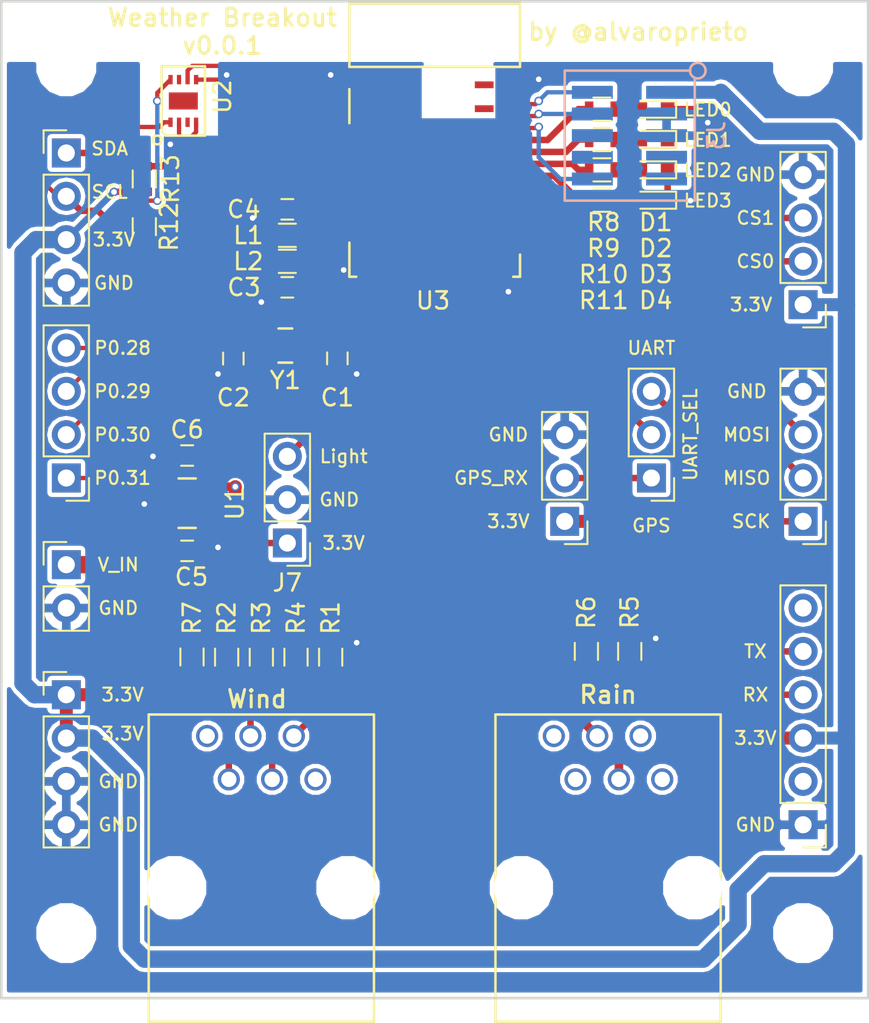
<source format=kicad_pcb>
(kicad_pcb (version 4) (host pcbnew 4.0.7-e2-6376~58~ubuntu16.04.1)

  (general
    (links 98)
    (no_connects 0)
    (area 126.924999 68.504999 177.875001 127.075001)
    (thickness 1.6)
    (drawings 47)
    (tracks 354)
    (zones 0)
    (modules 46)
    (nets 68)
  )

  (page A4)
  (layers
    (0 F.Cu signal)
    (31 B.Cu signal)
    (32 B.Adhes user)
    (33 F.Adhes user)
    (34 B.Paste user)
    (35 F.Paste user)
    (36 B.SilkS user)
    (37 F.SilkS user)
    (38 B.Mask user)
    (39 F.Mask user)
    (40 Dwgs.User user)
    (41 Cmts.User user)
    (42 Eco1.User user)
    (43 Eco2.User user)
    (44 Edge.Cuts user)
    (45 Margin user)
    (46 B.CrtYd user)
    (47 F.CrtYd user)
    (48 B.Fab user hide)
    (49 F.Fab user hide)
  )

  (setup
    (last_trace_width 0.254)
    (user_trace_width 0.1524)
    (user_trace_width 0.254)
    (user_trace_width 0.381)
    (user_trace_width 0.508)
    (user_trace_width 0.762)
    (user_trace_width 1.016)
    (user_trace_width 1.27)
    (user_trace_width 2.54)
    (trace_clearance 0.1524)
    (zone_clearance 0.508)
    (zone_45_only yes)
    (trace_min 0.1524)
    (segment_width 0.2)
    (edge_width 0.15)
    (via_size 0.508)
    (via_drill 0.3302)
    (via_min_size 0.508)
    (via_min_drill 0.3302)
    (user_via 0.508 0.3302)
    (uvia_size 0.508)
    (uvia_drill 0.3302)
    (uvias_allowed no)
    (uvia_min_size 0)
    (uvia_min_drill 0)
    (pcb_text_width 0.3)
    (pcb_text_size 1.5 1.5)
    (mod_edge_width 0.15)
    (mod_text_size 1 1)
    (mod_text_width 0.15)
    (pad_size 1.524 1.524)
    (pad_drill 0.762)
    (pad_to_mask_clearance 0.127)
    (aux_axis_origin 0 0)
    (visible_elements FFFFFF7F)
    (pcbplotparams
      (layerselection 0x0103c_80000001)
      (usegerberextensions false)
      (excludeedgelayer true)
      (linewidth 0.100000)
      (plotframeref false)
      (viasonmask false)
      (mode 1)
      (useauxorigin false)
      (hpglpennumber 1)
      (hpglpenspeed 20)
      (hpglpendiameter 15)
      (hpglpenoverlay 2)
      (psnegative false)
      (psa4output false)
      (plotreference true)
      (plotvalue true)
      (plotinvisibletext false)
      (padsonsilk false)
      (subtractmaskfromsilk false)
      (outputformat 1)
      (mirror false)
      (drillshape 0)
      (scaleselection 1)
      (outputdirectory gerbers/))
  )

  (net 0 "")
  (net 1 /XL2)
  (net 2 GND)
  (net 3 /XL1)
  (net 4 +3V3)
  (net 5 "Net-(C4-Pad1)")
  (net 6 "Net-(D1-Pad2)")
  (net 7 "Net-(D2-Pad2)")
  (net 8 "Net-(D3-Pad2)")
  (net 9 "Net-(D4-Pad2)")
  (net 10 "Net-(J1-Pad1)")
  (net 11 "Net-(J1-Pad2)")
  (net 12 "Net-(J1-Pad3)")
  (net 13 "Net-(J1-Pad4)")
  (net 14 "Net-(J1-Pad5)")
  (net 15 "Net-(J1-Pad6)")
  (net 16 "Net-(J2-Pad1)")
  (net 17 "Net-(J2-Pad2)")
  (net 18 "Net-(J2-Pad3)")
  (net 19 "Net-(J2-Pad4)")
  (net 20 "Net-(J2-Pad5)")
  (net 21 "Net-(J2-Pad6)")
  (net 22 "Net-(J3-Pad7)")
  (net 23 "Net-(J3-Pad9)")
  (net 24 /SWDIO)
  (net 25 /SWCLK)
  (net 26 "Net-(J3-Pad6)")
  (net 27 "Net-(J3-Pad8)")
  (net 28 /nRST)
  (net 29 /V_IN)
  (net 30 /P0.31)
  (net 31 /P0.30)
  (net 32 /P0.29)
  (net 33 /P0.28)
  (net 34 /LIGHT)
  (net 35 /SCL)
  (net 36 /SDA)
  (net 37 /SCK)
  (net 38 /MISO)
  (net 39 /MOSI)
  (net 40 /CS0)
  (net 41 /CS1)
  (net 42 "Net-(J11-Pad2)")
  (net 43 /UART_RX_EXT)
  (net 44 /UART_TX)
  (net 45 "Net-(J11-Pad6)")
  (net 46 /UART_RX_GPS)
  (net 47 /UART_RX)
  (net 48 "Net-(L1-Pad2)")
  (net 49 "Net-(L2-Pad2)")
  (net 50 /WDIR)
  (net 51 /WSPEED)
  (net 52 /RAIN)
  (net 53 /LED0)
  (net 54 /LED1)
  (net 55 /LED2)
  (net 56 /LED3)
  (net 57 "Net-(U1-Pad4)")
  (net 58 "Net-(U2-Pad3)")
  (net 59 /SHT_nRST)
  (net 60 "Net-(U2-Pad7)")
  (net 61 "Net-(U3-Pad15)")
  (net 62 "Net-(U3-Pad16)")
  (net 63 "Net-(U3-Pad21)")
  (net 64 "Net-(U3-Pad22)")
  (net 65 "Net-(U3-Pad38)")
  (net 66 "Net-(U3-Pad40)")
  (net 67 "Net-(U3-Pad41)")

  (net_class Default "This is the default net class."
    (clearance 0.1524)
    (trace_width 0.1524)
    (via_dia 0.508)
    (via_drill 0.3302)
    (uvia_dia 0.508)
    (uvia_drill 0.3302)
    (add_net +3V3)
    (add_net /CS0)
    (add_net /CS1)
    (add_net /LED0)
    (add_net /LED1)
    (add_net /LED2)
    (add_net /LED3)
    (add_net /LIGHT)
    (add_net /MISO)
    (add_net /MOSI)
    (add_net /P0.28)
    (add_net /P0.29)
    (add_net /P0.30)
    (add_net /P0.31)
    (add_net /RAIN)
    (add_net /SCK)
    (add_net /SCL)
    (add_net /SDA)
    (add_net /SHT_nRST)
    (add_net /SWCLK)
    (add_net /SWDIO)
    (add_net /UART_RX)
    (add_net /UART_RX_EXT)
    (add_net /UART_RX_GPS)
    (add_net /UART_TX)
    (add_net /V_IN)
    (add_net /WDIR)
    (add_net /WSPEED)
    (add_net /XL1)
    (add_net /XL2)
    (add_net /nRST)
    (add_net GND)
    (add_net "Net-(C4-Pad1)")
    (add_net "Net-(D1-Pad2)")
    (add_net "Net-(D2-Pad2)")
    (add_net "Net-(D3-Pad2)")
    (add_net "Net-(D4-Pad2)")
    (add_net "Net-(J1-Pad1)")
    (add_net "Net-(J1-Pad2)")
    (add_net "Net-(J1-Pad3)")
    (add_net "Net-(J1-Pad4)")
    (add_net "Net-(J1-Pad5)")
    (add_net "Net-(J1-Pad6)")
    (add_net "Net-(J11-Pad2)")
    (add_net "Net-(J11-Pad6)")
    (add_net "Net-(J2-Pad1)")
    (add_net "Net-(J2-Pad2)")
    (add_net "Net-(J2-Pad3)")
    (add_net "Net-(J2-Pad4)")
    (add_net "Net-(J2-Pad5)")
    (add_net "Net-(J2-Pad6)")
    (add_net "Net-(J3-Pad6)")
    (add_net "Net-(J3-Pad7)")
    (add_net "Net-(J3-Pad8)")
    (add_net "Net-(J3-Pad9)")
    (add_net "Net-(L1-Pad2)")
    (add_net "Net-(L2-Pad2)")
    (add_net "Net-(U1-Pad4)")
    (add_net "Net-(U2-Pad3)")
    (add_net "Net-(U2-Pad7)")
    (add_net "Net-(U3-Pad15)")
    (add_net "Net-(U3-Pad16)")
    (add_net "Net-(U3-Pad21)")
    (add_net "Net-(U3-Pad22)")
    (add_net "Net-(U3-Pad38)")
    (add_net "Net-(U3-Pad40)")
    (add_net "Net-(U3-Pad41)")
  )

  (module alvarop:MDBT42Q (layer F.Cu) (tedit 59CFEF39) (tstamp 5A1854BE)
    (at 152.4 76.725)
    (path /59CFAA2D)
    (fp_text reference U3 (at -0.1 9.4) (layer F.SilkS)
      (effects (font (size 1 1) (thickness 0.15)))
    )
    (fp_text value MDBT42Q (at 0.1 -9.2) (layer F.Fab)
      (effects (font (size 1 1) (thickness 0.15)))
    )
    (fp_line (start -5 -4.3) (end 5 -4.3) (layer F.SilkS) (width 0.15))
    (fp_line (start -5 -1) (end -5 -3) (layer F.SilkS) (width 0.15))
    (fp_line (start 5 8) (end 4.6 8) (layer F.SilkS) (width 0.15))
    (fp_line (start 5 6.7) (end 5 8) (layer F.SilkS) (width 0.15))
    (fp_line (start -4.6 8) (end -5 8) (layer F.SilkS) (width 0.15))
    (fp_line (start -5 6) (end -5 8) (layer F.SilkS) (width 0.15))
    (fp_line (start 5 -8) (end 5 -4.3) (layer F.SilkS) (width 0.15))
    (fp_line (start -5 -8) (end -5 -4.3) (layer F.SilkS) (width 0.15))
    (fp_line (start 5 -8) (end -5 -8) (layer F.SilkS) (width 0.15))
    (fp_text user NG (at 1 -2.7) (layer F.Fab)
      (effects (font (size 1 1) (thickness 0.15)))
    )
    (fp_text user "NO GND" (at 0.3 -6) (layer F.Fab)
      (effects (font (size 1 1) (thickness 0.15)))
    )
    (fp_line (start -0.6 -1.2) (end 3.7 -1.2) (layer F.Fab) (width 0.15))
    (fp_line (start -0.6 -4.2) (end -0.6 -1.2) (layer F.Fab) (width 0.15))
    (fp_line (start 5 -4.25) (end -5 -4.25) (layer F.Fab) (width 0.15))
    (fp_line (start -5 8) (end -5 -8) (layer F.Fab) (width 0.15))
    (fp_line (start 5 8) (end -5 8) (layer F.Fab) (width 0.15))
    (fp_line (start 5 -8) (end 5 8) (layer F.Fab) (width 0.15))
    (fp_line (start -5 -8) (end 5 -8) (layer F.Fab) (width 0.15))
    (fp_line (start 3.7 -4.2) (end 3.7 -1.2) (layer F.Fab) (width 0.15))
    (pad 1 smd rect (at -4.55 -3.7) (size 1.6 0.9) (layers F.Cu F.Paste F.Mask)
      (net 2 GND))
    (pad 39 smd rect (at 4.55 -3.7) (size 1.6 0.9) (layers F.Cu F.Paste F.Mask)
      (net 2 GND))
    (pad 2 smd rect (at -4.55 -0.7) (size 1.6 0.5) (layers F.Cu F.Paste F.Mask)
      (net 59 /SHT_nRST))
    (pad 3 smd rect (at -4.55 0) (size 1.6 0.5) (layers F.Cu F.Paste F.Mask)
      (net 35 /SCL))
    (pad 4 smd rect (at -4.55 0.7) (size 1.6 0.5) (layers F.Cu F.Paste F.Mask)
      (net 36 /SDA))
    (pad 5 smd rect (at -4.55 1.4) (size 1.6 0.5) (layers F.Cu F.Paste F.Mask)
      (net 33 /P0.28))
    (pad 6 smd rect (at -4.55 2.1) (size 1.6 0.5) (layers F.Cu F.Paste F.Mask)
      (net 32 /P0.29))
    (pad 7 smd rect (at -4.55 2.8) (size 1.6 0.5) (layers F.Cu F.Paste F.Mask)
      (net 31 /P0.30))
    (pad 8 smd rect (at -4.55 3.5) (size 1.6 0.5) (layers F.Cu F.Paste F.Mask)
      (net 30 /P0.31))
    (pad 9 smd rect (at -4.55 4.2) (size 1.6 0.5) (layers F.Cu F.Paste F.Mask)
      (net 5 "Net-(C4-Pad1)"))
    (pad 10 smd rect (at -4.55 4.9) (size 1.6 0.5) (layers F.Cu F.Paste F.Mask)
      (net 49 "Net-(L2-Pad2)"))
    (pad 11 smd rect (at -4.55 5.6) (size 1.6 0.5) (layers F.Cu F.Paste F.Mask)
      (net 4 +3V3))
    (pad 12 smd rect (at -4.2 7.55 90) (size 1.6 0.5) (layers F.Cu F.Paste F.Mask)
      (net 2 GND))
    (pad 13 smd rect (at -3.5 7.55 90) (size 1.6 0.5) (layers F.Cu F.Paste F.Mask)
      (net 3 /XL1))
    (pad 14 smd rect (at -2.8 7.55 90) (size 1.6 0.5) (layers F.Cu F.Paste F.Mask)
      (net 1 /XL2))
    (pad 15 smd rect (at -2.1 7.55 90) (size 1.6 0.5) (layers F.Cu F.Paste F.Mask)
      (net 61 "Net-(U3-Pad15)"))
    (pad 16 smd rect (at -1.4 7.55 90) (size 1.6 0.5) (layers F.Cu F.Paste F.Mask)
      (net 62 "Net-(U3-Pad16)"))
    (pad 17 smd rect (at -0.7 7.55 90) (size 1.6 0.5) (layers F.Cu F.Paste F.Mask)
      (net 34 /LIGHT))
    (pad 18 smd rect (at 0 7.55 90) (size 1.6 0.5) (layers F.Cu F.Paste F.Mask)
      (net 50 /WDIR))
    (pad 19 smd rect (at 0.7 7.55 90) (size 1.6 0.5) (layers F.Cu F.Paste F.Mask)
      (net 51 /WSPEED))
    (pad 20 smd rect (at 1.4 7.55 90) (size 1.6 0.5) (layers F.Cu F.Paste F.Mask)
      (net 52 /RAIN))
    (pad 21 smd rect (at 2.1 7.55 90) (size 1.6 0.5) (layers F.Cu F.Paste F.Mask)
      (net 63 "Net-(U3-Pad21)"))
    (pad 22 smd rect (at 2.8 7.55 90) (size 1.6 0.5) (layers F.Cu F.Paste F.Mask)
      (net 64 "Net-(U3-Pad22)"))
    (pad 23 smd rect (at 3.5 7.55 90) (size 1.6 0.5) (layers F.Cu F.Paste F.Mask)
      (net 47 /UART_RX))
    (pad 24 smd rect (at 4.2 7.55 90) (size 1.6 0.5) (layers F.Cu F.Paste F.Mask)
      (net 2 GND))
    (pad 25 smd rect (at 4.55 6.3) (size 1.6 0.5) (layers F.Cu F.Paste F.Mask)
      (net 44 /UART_TX))
    (pad 26 smd rect (at 4.55 5.6) (size 1.6 0.5) (layers F.Cu F.Paste F.Mask)
      (net 37 /SCK))
    (pad 27 smd rect (at 4.55 4.9) (size 1.6 0.5) (layers F.Cu F.Paste F.Mask)
      (net 38 /MISO))
    (pad 28 smd rect (at 4.55 4.2) (size 1.6 0.5) (layers F.Cu F.Paste F.Mask)
      (net 39 /MOSI))
    (pad 29 smd rect (at 4.55 3.5) (size 1.6 0.5) (layers F.Cu F.Paste F.Mask)
      (net 40 /CS0))
    (pad 30 smd rect (at 4.55 2.8) (size 1.6 0.5) (layers F.Cu F.Paste F.Mask)
      (net 41 /CS1))
    (pad 31 smd rect (at 4.55 2.1) (size 1.6 0.5) (layers F.Cu F.Paste F.Mask)
      (net 56 /LED3))
    (pad 32 smd rect (at 4.55 1.4) (size 1.6 0.5) (layers F.Cu F.Paste F.Mask)
      (net 55 /LED2))
    (pad 33 smd rect (at 4.55 0.7) (size 1.6 0.5) (layers F.Cu F.Paste F.Mask)
      (net 54 /LED1))
    (pad 34 smd rect (at 4.55 0) (size 1.6 0.5) (layers F.Cu F.Paste F.Mask)
      (net 53 /LED0))
    (pad 35 smd rect (at 4.55 -0.7) (size 1.6 0.5) (layers F.Cu F.Paste F.Mask)
      (net 28 /nRST))
    (pad 36 smd rect (at 4.55 -1.4) (size 1.6 0.5) (layers F.Cu F.Paste F.Mask)
      (net 25 /SWCLK))
    (pad 37 smd rect (at 4.55 -2.1) (size 1.6 0.5) (layers F.Cu F.Paste F.Mask)
      (net 24 /SWDIO))
    (pad 38 smd rect (at 4.55 -2.8) (size 1.6 0.5) (layers F.Cu F.Paste F.Mask)
      (net 65 "Net-(U3-Pad38)"))
    (pad 40 smd rect (at 2.9 -3.25) (size 1.1 0.4) (layers F.Cu F.Paste F.Mask)
      (net 66 "Net-(U3-Pad40)"))
    (pad 41 smd rect (at 2.9 -1.85) (size 1.1 0.4) (layers F.Cu F.Paste F.Mask)
      (net 67 "Net-(U3-Pad41)"))
  )

  (module Mounting_Holes:MountingHole_3mm (layer F.Cu) (tedit 59D001B6) (tstamp 59D015B9)
    (at 173.99 72.39)
    (descr "Mounting Hole 3mm, no annular")
    (tags "mounting hole 3mm no annular")
    (attr virtual)
    (fp_text reference REF** (at 0 -4) (layer F.SilkS) hide
      (effects (font (size 1 1) (thickness 0.15)))
    )
    (fp_text value MountingHole_3mm (at 0 4) (layer F.Fab)
      (effects (font (size 1 1) (thickness 0.15)))
    )
    (fp_text user %R (at 0.3 0) (layer F.Fab)
      (effects (font (size 1 1) (thickness 0.15)))
    )
    (fp_circle (center 0 0) (end 3 0) (layer Cmts.User) (width 0.15))
    (fp_circle (center 0 0) (end 3.25 0) (layer F.CrtYd) (width 0.05))
    (pad 1 np_thru_hole circle (at 0 0) (size 3 3) (drill 3) (layers *.Cu *.Mask))
  )

  (module Mounting_Holes:MountingHole_3mm (layer F.Cu) (tedit 59D001B6) (tstamp 59D015B5)
    (at 130.81 72.39)
    (descr "Mounting Hole 3mm, no annular")
    (tags "mounting hole 3mm no annular")
    (attr virtual)
    (fp_text reference REF** (at 0 -4) (layer F.SilkS) hide
      (effects (font (size 1 1) (thickness 0.15)))
    )
    (fp_text value MountingHole_3mm (at 0 4) (layer F.Fab)
      (effects (font (size 1 1) (thickness 0.15)))
    )
    (fp_text user %R (at 0.3 0) (layer F.Fab)
      (effects (font (size 1 1) (thickness 0.15)))
    )
    (fp_circle (center 0 0) (end 3 0) (layer Cmts.User) (width 0.15))
    (fp_circle (center 0 0) (end 3.25 0) (layer F.CrtYd) (width 0.05))
    (pad 1 np_thru_hole circle (at 0 0) (size 3 3) (drill 3) (layers *.Cu *.Mask))
  )

  (module Mounting_Holes:MountingHole_3mm (layer F.Cu) (tedit 59D001B6) (tstamp 59D01590)
    (at 130.81 123.19)
    (descr "Mounting Hole 3mm, no annular")
    (tags "mounting hole 3mm no annular")
    (attr virtual)
    (fp_text reference REF** (at 0 -4) (layer F.SilkS) hide
      (effects (font (size 1 1) (thickness 0.15)))
    )
    (fp_text value MountingHole_3mm (at 0 4) (layer F.Fab)
      (effects (font (size 1 1) (thickness 0.15)))
    )
    (fp_text user %R (at 0.3 0) (layer F.Fab)
      (effects (font (size 1 1) (thickness 0.15)))
    )
    (fp_circle (center 0 0) (end 3 0) (layer Cmts.User) (width 0.15))
    (fp_circle (center 0 0) (end 3.25 0) (layer F.CrtYd) (width 0.05))
    (pad 1 np_thru_hole circle (at 0 0) (size 3 3) (drill 3) (layers *.Cu *.Mask))
  )

  (module Capacitors_SMD:C_0603 (layer F.Cu) (tedit 59958EE7) (tstamp 59D0015F)
    (at 146.695458 89.506776 90)
    (descr "Capacitor SMD 0603, reflow soldering, AVX (see smccp.pdf)")
    (tags "capacitor 0603")
    (path /59CFB127)
    (attr smd)
    (fp_text reference C1 (at -2.298 0 180) (layer F.SilkS)
      (effects (font (size 1 1) (thickness 0.15)))
    )
    (fp_text value 12pF (at 0 1.5 90) (layer F.Fab)
      (effects (font (size 1 1) (thickness 0.15)))
    )
    (fp_line (start 1.4 0.65) (end -1.4 0.65) (layer F.CrtYd) (width 0.05))
    (fp_line (start 1.4 0.65) (end 1.4 -0.65) (layer F.CrtYd) (width 0.05))
    (fp_line (start -1.4 -0.65) (end -1.4 0.65) (layer F.CrtYd) (width 0.05))
    (fp_line (start -1.4 -0.65) (end 1.4 -0.65) (layer F.CrtYd) (width 0.05))
    (fp_line (start 0.35 0.6) (end -0.35 0.6) (layer F.SilkS) (width 0.12))
    (fp_line (start -0.35 -0.6) (end 0.35 -0.6) (layer F.SilkS) (width 0.12))
    (fp_line (start -0.8 -0.4) (end 0.8 -0.4) (layer F.Fab) (width 0.1))
    (fp_line (start 0.8 -0.4) (end 0.8 0.4) (layer F.Fab) (width 0.1))
    (fp_line (start 0.8 0.4) (end -0.8 0.4) (layer F.Fab) (width 0.1))
    (fp_line (start -0.8 0.4) (end -0.8 -0.4) (layer F.Fab) (width 0.1))
    (fp_text user %R (at 0 0 90) (layer F.Fab)
      (effects (font (size 0.3 0.3) (thickness 0.075)))
    )
    (pad 2 smd rect (at 0.75 0 90) (size 0.8 0.75) (layers F.Cu F.Paste F.Mask)
      (net 1 /XL2))
    (pad 1 smd rect (at -0.75 0 90) (size 0.8 0.75) (layers F.Cu F.Paste F.Mask)
      (net 2 GND))
    (model Capacitors_SMD.3dshapes/C_0603.wrl
      (at (xyz 0 0 0))
      (scale (xyz 1 1 1))
      (rotate (xyz 0 0 0))
    )
  )

  (module Capacitors_SMD:C_0603 (layer F.Cu) (tedit 59958EE7) (tstamp 59D00165)
    (at 140.599458 89.518776 90)
    (descr "Capacitor SMD 0603, reflow soldering, AVX (see smccp.pdf)")
    (tags "capacitor 0603")
    (path /59CFB1B2)
    (attr smd)
    (fp_text reference C2 (at -2.286 0 180) (layer F.SilkS)
      (effects (font (size 1 1) (thickness 0.15)))
    )
    (fp_text value 12pF (at 0 1.5 90) (layer F.Fab)
      (effects (font (size 1 1) (thickness 0.15)))
    )
    (fp_line (start 1.4 0.65) (end -1.4 0.65) (layer F.CrtYd) (width 0.05))
    (fp_line (start 1.4 0.65) (end 1.4 -0.65) (layer F.CrtYd) (width 0.05))
    (fp_line (start -1.4 -0.65) (end -1.4 0.65) (layer F.CrtYd) (width 0.05))
    (fp_line (start -1.4 -0.65) (end 1.4 -0.65) (layer F.CrtYd) (width 0.05))
    (fp_line (start 0.35 0.6) (end -0.35 0.6) (layer F.SilkS) (width 0.12))
    (fp_line (start -0.35 -0.6) (end 0.35 -0.6) (layer F.SilkS) (width 0.12))
    (fp_line (start -0.8 -0.4) (end 0.8 -0.4) (layer F.Fab) (width 0.1))
    (fp_line (start 0.8 -0.4) (end 0.8 0.4) (layer F.Fab) (width 0.1))
    (fp_line (start 0.8 0.4) (end -0.8 0.4) (layer F.Fab) (width 0.1))
    (fp_line (start -0.8 0.4) (end -0.8 -0.4) (layer F.Fab) (width 0.1))
    (fp_text user %R (at 0 0 90) (layer F.Fab)
      (effects (font (size 0.3 0.3) (thickness 0.075)))
    )
    (pad 2 smd rect (at 0.75 0 90) (size 0.8 0.75) (layers F.Cu F.Paste F.Mask)
      (net 3 /XL1))
    (pad 1 smd rect (at -0.75 0 90) (size 0.8 0.75) (layers F.Cu F.Paste F.Mask)
      (net 2 GND))
    (model Capacitors_SMD.3dshapes/C_0603.wrl
      (at (xyz 0 0 0))
      (scale (xyz 1 1 1))
      (rotate (xyz 0 0 0))
    )
  )

  (module Capacitors_SMD:C_0603 (layer F.Cu) (tedit 59958EE7) (tstamp 59D0016B)
    (at 143.764 85.344 180)
    (descr "Capacitor SMD 0603, reflow soldering, AVX (see smccp.pdf)")
    (tags "capacitor 0603")
    (path /59D05688)
    (attr smd)
    (fp_text reference C3 (at 2.54 0 180) (layer F.SilkS)
      (effects (font (size 1 1) (thickness 0.15)))
    )
    (fp_text value 10uF (at 0 1.5 180) (layer F.Fab)
      (effects (font (size 1 1) (thickness 0.15)))
    )
    (fp_line (start 1.4 0.65) (end -1.4 0.65) (layer F.CrtYd) (width 0.05))
    (fp_line (start 1.4 0.65) (end 1.4 -0.65) (layer F.CrtYd) (width 0.05))
    (fp_line (start -1.4 -0.65) (end -1.4 0.65) (layer F.CrtYd) (width 0.05))
    (fp_line (start -1.4 -0.65) (end 1.4 -0.65) (layer F.CrtYd) (width 0.05))
    (fp_line (start 0.35 0.6) (end -0.35 0.6) (layer F.SilkS) (width 0.12))
    (fp_line (start -0.35 -0.6) (end 0.35 -0.6) (layer F.SilkS) (width 0.12))
    (fp_line (start -0.8 -0.4) (end 0.8 -0.4) (layer F.Fab) (width 0.1))
    (fp_line (start 0.8 -0.4) (end 0.8 0.4) (layer F.Fab) (width 0.1))
    (fp_line (start 0.8 0.4) (end -0.8 0.4) (layer F.Fab) (width 0.1))
    (fp_line (start -0.8 0.4) (end -0.8 -0.4) (layer F.Fab) (width 0.1))
    (fp_text user %R (at 0 0 180) (layer F.Fab)
      (effects (font (size 0.3 0.3) (thickness 0.075)))
    )
    (pad 2 smd rect (at 0.75 0 180) (size 0.8 0.75) (layers F.Cu F.Paste F.Mask)
      (net 2 GND))
    (pad 1 smd rect (at -0.75 0 180) (size 0.8 0.75) (layers F.Cu F.Paste F.Mask)
      (net 4 +3V3))
    (model Capacitors_SMD.3dshapes/C_0603.wrl
      (at (xyz 0 0 0))
      (scale (xyz 1 1 1))
      (rotate (xyz 0 0 0))
    )
  )

  (module Capacitors_SMD:C_0603 (layer F.Cu) (tedit 59958EE7) (tstamp 59D00171)
    (at 143.764 80.772 180)
    (descr "Capacitor SMD 0603, reflow soldering, AVX (see smccp.pdf)")
    (tags "capacitor 0603")
    (path /59D01353)
    (attr smd)
    (fp_text reference C4 (at 2.552 0 180) (layer F.SilkS)
      (effects (font (size 1 1) (thickness 0.15)))
    )
    (fp_text value 1uF (at 0 1.5 180) (layer F.Fab)
      (effects (font (size 1 1) (thickness 0.15)))
    )
    (fp_line (start 1.4 0.65) (end -1.4 0.65) (layer F.CrtYd) (width 0.05))
    (fp_line (start 1.4 0.65) (end 1.4 -0.65) (layer F.CrtYd) (width 0.05))
    (fp_line (start -1.4 -0.65) (end -1.4 0.65) (layer F.CrtYd) (width 0.05))
    (fp_line (start -1.4 -0.65) (end 1.4 -0.65) (layer F.CrtYd) (width 0.05))
    (fp_line (start 0.35 0.6) (end -0.35 0.6) (layer F.SilkS) (width 0.12))
    (fp_line (start -0.35 -0.6) (end 0.35 -0.6) (layer F.SilkS) (width 0.12))
    (fp_line (start -0.8 -0.4) (end 0.8 -0.4) (layer F.Fab) (width 0.1))
    (fp_line (start 0.8 -0.4) (end 0.8 0.4) (layer F.Fab) (width 0.1))
    (fp_line (start 0.8 0.4) (end -0.8 0.4) (layer F.Fab) (width 0.1))
    (fp_line (start -0.8 0.4) (end -0.8 -0.4) (layer F.Fab) (width 0.1))
    (fp_text user %R (at 0 0 180) (layer F.Fab)
      (effects (font (size 0.3 0.3) (thickness 0.075)))
    )
    (pad 2 smd rect (at 0.75 0 180) (size 0.8 0.75) (layers F.Cu F.Paste F.Mask)
      (net 2 GND))
    (pad 1 smd rect (at -0.75 0 180) (size 0.8 0.75) (layers F.Cu F.Paste F.Mask)
      (net 5 "Net-(C4-Pad1)"))
    (model Capacitors_SMD.3dshapes/C_0603.wrl
      (at (xyz 0 0 0))
      (scale (xyz 1 1 1))
      (rotate (xyz 0 0 0))
    )
  )

  (module LEDs:LED_0603 (layer F.Cu) (tedit 57FE93A5) (tstamp 59D00177)
    (at 165.249841 74.902935 180)
    (descr "LED 0603 smd package")
    (tags "LED led 0603 SMD smd SMT smt smdled SMDLED smtled SMTLED")
    (path /59D07187)
    (attr smd)
    (fp_text reference D1 (at -0.104159 -6.631065 180) (layer F.SilkS)
      (effects (font (size 1 1) (thickness 0.15)))
    )
    (fp_text value LED (at 0 1.35 180) (layer F.Fab)
      (effects (font (size 1 1) (thickness 0.15)))
    )
    (fp_line (start -1.3 -0.5) (end -1.3 0.5) (layer F.SilkS) (width 0.12))
    (fp_line (start -0.2 -0.2) (end -0.2 0.2) (layer F.Fab) (width 0.1))
    (fp_line (start -0.15 0) (end 0.15 -0.2) (layer F.Fab) (width 0.1))
    (fp_line (start 0.15 0.2) (end -0.15 0) (layer F.Fab) (width 0.1))
    (fp_line (start 0.15 -0.2) (end 0.15 0.2) (layer F.Fab) (width 0.1))
    (fp_line (start 0.8 0.4) (end -0.8 0.4) (layer F.Fab) (width 0.1))
    (fp_line (start 0.8 -0.4) (end 0.8 0.4) (layer F.Fab) (width 0.1))
    (fp_line (start -0.8 -0.4) (end 0.8 -0.4) (layer F.Fab) (width 0.1))
    (fp_line (start -0.8 0.4) (end -0.8 -0.4) (layer F.Fab) (width 0.1))
    (fp_line (start -1.3 0.5) (end 0.8 0.5) (layer F.SilkS) (width 0.12))
    (fp_line (start -1.3 -0.5) (end 0.8 -0.5) (layer F.SilkS) (width 0.12))
    (fp_line (start 1.45 -0.65) (end 1.45 0.65) (layer F.CrtYd) (width 0.05))
    (fp_line (start 1.45 0.65) (end -1.45 0.65) (layer F.CrtYd) (width 0.05))
    (fp_line (start -1.45 0.65) (end -1.45 -0.65) (layer F.CrtYd) (width 0.05))
    (fp_line (start -1.45 -0.65) (end 1.45 -0.65) (layer F.CrtYd) (width 0.05))
    (pad 2 smd rect (at 0.8 0) (size 0.8 0.8) (layers F.Cu F.Paste F.Mask)
      (net 6 "Net-(D1-Pad2)"))
    (pad 1 smd rect (at -0.8 0) (size 0.8 0.8) (layers F.Cu F.Paste F.Mask)
      (net 2 GND))
    (model ${KISYS3DMOD}/LEDs.3dshapes/LED_0603.wrl
      (at (xyz 0 0 0))
      (scale (xyz 1 1 1))
      (rotate (xyz 0 0 180))
    )
  )

  (module LEDs:LED_0603 (layer F.Cu) (tedit 57FE93A5) (tstamp 59D0017D)
    (at 165.249841 76.680935 180)
    (descr "LED 0603 smd package")
    (tags "LED led 0603 SMD smd SMT smt smdled SMDLED smtled SMTLED")
    (path /59D0725D)
    (attr smd)
    (fp_text reference D2 (at -0.104159 -6.377065 180) (layer F.SilkS)
      (effects (font (size 1 1) (thickness 0.15)))
    )
    (fp_text value LED (at 0 1.35 180) (layer F.Fab)
      (effects (font (size 1 1) (thickness 0.15)))
    )
    (fp_line (start -1.3 -0.5) (end -1.3 0.5) (layer F.SilkS) (width 0.12))
    (fp_line (start -0.2 -0.2) (end -0.2 0.2) (layer F.Fab) (width 0.1))
    (fp_line (start -0.15 0) (end 0.15 -0.2) (layer F.Fab) (width 0.1))
    (fp_line (start 0.15 0.2) (end -0.15 0) (layer F.Fab) (width 0.1))
    (fp_line (start 0.15 -0.2) (end 0.15 0.2) (layer F.Fab) (width 0.1))
    (fp_line (start 0.8 0.4) (end -0.8 0.4) (layer F.Fab) (width 0.1))
    (fp_line (start 0.8 -0.4) (end 0.8 0.4) (layer F.Fab) (width 0.1))
    (fp_line (start -0.8 -0.4) (end 0.8 -0.4) (layer F.Fab) (width 0.1))
    (fp_line (start -0.8 0.4) (end -0.8 -0.4) (layer F.Fab) (width 0.1))
    (fp_line (start -1.3 0.5) (end 0.8 0.5) (layer F.SilkS) (width 0.12))
    (fp_line (start -1.3 -0.5) (end 0.8 -0.5) (layer F.SilkS) (width 0.12))
    (fp_line (start 1.45 -0.65) (end 1.45 0.65) (layer F.CrtYd) (width 0.05))
    (fp_line (start 1.45 0.65) (end -1.45 0.65) (layer F.CrtYd) (width 0.05))
    (fp_line (start -1.45 0.65) (end -1.45 -0.65) (layer F.CrtYd) (width 0.05))
    (fp_line (start -1.45 -0.65) (end 1.45 -0.65) (layer F.CrtYd) (width 0.05))
    (pad 2 smd rect (at 0.8 0) (size 0.8 0.8) (layers F.Cu F.Paste F.Mask)
      (net 7 "Net-(D2-Pad2)"))
    (pad 1 smd rect (at -0.8 0) (size 0.8 0.8) (layers F.Cu F.Paste F.Mask)
      (net 2 GND))
    (model ${KISYS3DMOD}/LEDs.3dshapes/LED_0603.wrl
      (at (xyz 0 0 0))
      (scale (xyz 1 1 1))
      (rotate (xyz 0 0 180))
    )
  )

  (module LEDs:LED_0603 (layer F.Cu) (tedit 57FE93A5) (tstamp 59D00183)
    (at 165.249841 78.458935 180)
    (descr "LED 0603 smd package")
    (tags "LED led 0603 SMD smd SMT smt smdled SMDLED smtled SMTLED")
    (path /59D072D9)
    (attr smd)
    (fp_text reference D3 (at -0.104159 -6.123065 180) (layer F.SilkS)
      (effects (font (size 1 1) (thickness 0.15)))
    )
    (fp_text value LED (at 0 1.35 180) (layer F.Fab)
      (effects (font (size 1 1) (thickness 0.15)))
    )
    (fp_line (start -1.3 -0.5) (end -1.3 0.5) (layer F.SilkS) (width 0.12))
    (fp_line (start -0.2 -0.2) (end -0.2 0.2) (layer F.Fab) (width 0.1))
    (fp_line (start -0.15 0) (end 0.15 -0.2) (layer F.Fab) (width 0.1))
    (fp_line (start 0.15 0.2) (end -0.15 0) (layer F.Fab) (width 0.1))
    (fp_line (start 0.15 -0.2) (end 0.15 0.2) (layer F.Fab) (width 0.1))
    (fp_line (start 0.8 0.4) (end -0.8 0.4) (layer F.Fab) (width 0.1))
    (fp_line (start 0.8 -0.4) (end 0.8 0.4) (layer F.Fab) (width 0.1))
    (fp_line (start -0.8 -0.4) (end 0.8 -0.4) (layer F.Fab) (width 0.1))
    (fp_line (start -0.8 0.4) (end -0.8 -0.4) (layer F.Fab) (width 0.1))
    (fp_line (start -1.3 0.5) (end 0.8 0.5) (layer F.SilkS) (width 0.12))
    (fp_line (start -1.3 -0.5) (end 0.8 -0.5) (layer F.SilkS) (width 0.12))
    (fp_line (start 1.45 -0.65) (end 1.45 0.65) (layer F.CrtYd) (width 0.05))
    (fp_line (start 1.45 0.65) (end -1.45 0.65) (layer F.CrtYd) (width 0.05))
    (fp_line (start -1.45 0.65) (end -1.45 -0.65) (layer F.CrtYd) (width 0.05))
    (fp_line (start -1.45 -0.65) (end 1.45 -0.65) (layer F.CrtYd) (width 0.05))
    (pad 2 smd rect (at 0.8 0) (size 0.8 0.8) (layers F.Cu F.Paste F.Mask)
      (net 8 "Net-(D3-Pad2)"))
    (pad 1 smd rect (at -0.8 0) (size 0.8 0.8) (layers F.Cu F.Paste F.Mask)
      (net 2 GND))
    (model ${KISYS3DMOD}/LEDs.3dshapes/LED_0603.wrl
      (at (xyz 0 0 0))
      (scale (xyz 1 1 1))
      (rotate (xyz 0 0 180))
    )
  )

  (module LEDs:LED_0603 (layer F.Cu) (tedit 57FE93A5) (tstamp 59D00189)
    (at 165.249841 80.236935 180)
    (descr "LED 0603 smd package")
    (tags "LED led 0603 SMD smd SMT smt smdled SMDLED smtled SMTLED")
    (path /59D07362)
    (attr smd)
    (fp_text reference D4 (at -0.104159 -5.869065 180) (layer F.SilkS)
      (effects (font (size 1 1) (thickness 0.15)))
    )
    (fp_text value LED (at 0 1.35 180) (layer F.Fab)
      (effects (font (size 1 1) (thickness 0.15)))
    )
    (fp_line (start -1.3 -0.5) (end -1.3 0.5) (layer F.SilkS) (width 0.12))
    (fp_line (start -0.2 -0.2) (end -0.2 0.2) (layer F.Fab) (width 0.1))
    (fp_line (start -0.15 0) (end 0.15 -0.2) (layer F.Fab) (width 0.1))
    (fp_line (start 0.15 0.2) (end -0.15 0) (layer F.Fab) (width 0.1))
    (fp_line (start 0.15 -0.2) (end 0.15 0.2) (layer F.Fab) (width 0.1))
    (fp_line (start 0.8 0.4) (end -0.8 0.4) (layer F.Fab) (width 0.1))
    (fp_line (start 0.8 -0.4) (end 0.8 0.4) (layer F.Fab) (width 0.1))
    (fp_line (start -0.8 -0.4) (end 0.8 -0.4) (layer F.Fab) (width 0.1))
    (fp_line (start -0.8 0.4) (end -0.8 -0.4) (layer F.Fab) (width 0.1))
    (fp_line (start -1.3 0.5) (end 0.8 0.5) (layer F.SilkS) (width 0.12))
    (fp_line (start -1.3 -0.5) (end 0.8 -0.5) (layer F.SilkS) (width 0.12))
    (fp_line (start 1.45 -0.65) (end 1.45 0.65) (layer F.CrtYd) (width 0.05))
    (fp_line (start 1.45 0.65) (end -1.45 0.65) (layer F.CrtYd) (width 0.05))
    (fp_line (start -1.45 0.65) (end -1.45 -0.65) (layer F.CrtYd) (width 0.05))
    (fp_line (start -1.45 -0.65) (end 1.45 -0.65) (layer F.CrtYd) (width 0.05))
    (pad 2 smd rect (at 0.8 0) (size 0.8 0.8) (layers F.Cu F.Paste F.Mask)
      (net 9 "Net-(D4-Pad2)"))
    (pad 1 smd rect (at -0.8 0) (size 0.8 0.8) (layers F.Cu F.Paste F.Mask)
      (net 2 GND))
    (model ${KISYS3DMOD}/LEDs.3dshapes/LED_0603.wrl
      (at (xyz 0 0 0))
      (scale (xyz 1 1 1))
      (rotate (xyz 0 0 180))
    )
  )

  (module alvarop:RJ11 (layer F.Cu) (tedit 59D00F57) (tstamp 59D00199)
    (at 162.56 119.38)
    (path /59CFCA97)
    (fp_text reference J1 (at 0 0) (layer F.SilkS) hide
      (effects (font (size 1 1) (thickness 0.15)))
    )
    (fp_text value Rain (at 0 0) (layer F.Fab)
      (effects (font (size 1 1) (thickness 0.15)))
    )
    (fp_line (start -6.6 -9) (end -6.6 9) (layer F.SilkS) (width 0.15))
    (fp_line (start 6.6 -9) (end -6.6 -9) (layer F.SilkS) (width 0.15))
    (fp_line (start 6.6 -9) (end 6.6 9) (layer F.SilkS) (width 0.15))
    (fp_line (start 6.6 9) (end -6.6 9) (layer F.SilkS) (width 0.15))
    (pad 1 thru_hole circle (at -3.175 -7.74) (size 1.3 1.3) (drill 0.9) (layers *.Cu *.Mask)
      (net 10 "Net-(J1-Pad1)"))
    (pad 2 thru_hole circle (at -1.905 -5.2) (size 1.3 1.3) (drill 0.9) (layers *.Cu *.Mask)
      (net 11 "Net-(J1-Pad2)"))
    (pad 3 thru_hole circle (at -0.635 -7.74) (size 1.3 1.3) (drill 0.9) (layers *.Cu *.Mask)
      (net 12 "Net-(J1-Pad3)"))
    (pad 4 thru_hole circle (at 0.635 -5.2) (size 1.3 1.3) (drill 0.9) (layers *.Cu *.Mask)
      (net 13 "Net-(J1-Pad4)"))
    (pad 5 thru_hole circle (at 1.905 -7.74) (size 1.3 1.3) (drill 0.9) (layers *.Cu *.Mask)
      (net 14 "Net-(J1-Pad5)"))
    (pad 6 thru_hole circle (at 3.175 -5.2) (size 1.3 1.3) (drill 0.9) (layers *.Cu *.Mask)
      (net 15 "Net-(J1-Pad6)"))
    (pad "" np_thru_hole circle (at 5.08 1.15) (size 3.2 3.2) (drill 3.2) (layers *.Cu *.Mask))
    (pad "" np_thru_hole circle (at -5.08 1.15) (size 3.2 3.2) (drill 3.2) (layers *.Cu *.Mask))
  )

  (module alvarop:RJ11 (layer F.Cu) (tedit 59D00F53) (tstamp 59D001A9)
    (at 142.24 119.38)
    (path /59CFCA50)
    (fp_text reference J2 (at 0 0) (layer F.SilkS) hide
      (effects (font (size 1 1) (thickness 0.15)))
    )
    (fp_text value Wind (at 0 0) (layer F.Fab)
      (effects (font (size 1 1) (thickness 0.15)))
    )
    (fp_line (start -6.6 -9) (end -6.6 9) (layer F.SilkS) (width 0.15))
    (fp_line (start 6.6 -9) (end -6.6 -9) (layer F.SilkS) (width 0.15))
    (fp_line (start 6.6 -9) (end 6.6 9) (layer F.SilkS) (width 0.15))
    (fp_line (start 6.6 9) (end -6.6 9) (layer F.SilkS) (width 0.15))
    (pad 1 thru_hole circle (at -3.175 -7.74) (size 1.3 1.3) (drill 0.9) (layers *.Cu *.Mask)
      (net 16 "Net-(J2-Pad1)"))
    (pad 2 thru_hole circle (at -1.905 -5.2) (size 1.3 1.3) (drill 0.9) (layers *.Cu *.Mask)
      (net 17 "Net-(J2-Pad2)"))
    (pad 3 thru_hole circle (at -0.635 -7.74) (size 1.3 1.3) (drill 0.9) (layers *.Cu *.Mask)
      (net 18 "Net-(J2-Pad3)"))
    (pad 4 thru_hole circle (at 0.635 -5.2) (size 1.3 1.3) (drill 0.9) (layers *.Cu *.Mask)
      (net 19 "Net-(J2-Pad4)"))
    (pad 5 thru_hole circle (at 1.905 -7.74) (size 1.3 1.3) (drill 0.9) (layers *.Cu *.Mask)
      (net 20 "Net-(J2-Pad5)"))
    (pad 6 thru_hole circle (at 3.175 -5.2) (size 1.3 1.3) (drill 0.9) (layers *.Cu *.Mask)
      (net 21 "Net-(J2-Pad6)"))
    (pad "" np_thru_hole circle (at 5.08 1.15) (size 3.2 3.2) (drill 3.2) (layers *.Cu *.Mask))
    (pad "" np_thru_hole circle (at -5.08 1.15) (size 3.2 3.2) (drill 3.2) (layers *.Cu *.Mask))
  )

  (module alvarop:ARM_SWD_SMD (layer B.Cu) (tedit 5874ED82) (tstamp 59D001B7)
    (at 163.83 76.454 270)
    (path /59CFE961)
    (fp_text reference J3 (at 0 -5.08 270) (layer B.SilkS)
      (effects (font (size 1 1) (thickness 0.15)) (justify mirror))
    )
    (fp_text value ARM-SWD (at 0 5.207 270) (layer B.Fab)
      (effects (font (size 1 1) (thickness 0.15)) (justify mirror))
    )
    (fp_line (start -3.81 3.81) (end -3.81 -3.556) (layer B.SilkS) (width 0.15))
    (fp_line (start 3.81 -3.81) (end -3.302 -3.81) (layer B.SilkS) (width 0.15))
    (fp_line (start 3.81 3.81) (end 3.81 -3.81) (layer B.SilkS) (width 0.15))
    (fp_line (start -3.81 3.81) (end 3.81 3.81) (layer B.SilkS) (width 0.15))
    (fp_circle (center -3.81 -3.987095) (end -4.064 -4.368095) (layer B.SilkS) (width 0.15))
    (pad 1 smd rect (at -2.54 -2.159 270) (size 0.76 2.4) (layers B.Cu B.Paste B.Mask)
      (net 4 +3V3))
    (pad 3 smd rect (at -1.27 -2.159 270) (size 0.76 2.4) (layers B.Cu B.Paste B.Mask)
      (net 2 GND))
    (pad 5 smd rect (at 0 -2.159 270) (size 0.76 2.4) (layers B.Cu B.Paste B.Mask)
      (net 2 GND))
    (pad 7 smd rect (at 1.27 -2.159 270) (size 0.76 2.4) (layers B.Cu B.Paste B.Mask)
      (net 22 "Net-(J3-Pad7)"))
    (pad 9 smd rect (at 2.54 -2.159 270) (size 0.76 2.4) (layers B.Cu B.Paste B.Mask)
      (net 23 "Net-(J3-Pad9)"))
    (pad 2 smd rect (at -2.54 2.191 270) (size 0.76 2.4) (layers B.Cu B.Paste B.Mask)
      (net 24 /SWDIO))
    (pad 4 smd rect (at -1.27 2.191 270) (size 0.76 2.4) (layers B.Cu B.Paste B.Mask)
      (net 25 /SWCLK))
    (pad 6 smd rect (at 0 2.191 270) (size 0.76 2.4) (layers B.Cu B.Paste B.Mask)
      (net 26 "Net-(J3-Pad6)"))
    (pad 8 smd rect (at 1.27 2.191 270) (size 0.76 2.4) (layers B.Cu B.Paste B.Mask)
      (net 27 "Net-(J3-Pad8)"))
    (pad 10 smd rect (at 2.54 2.191 270) (size 0.76 2.4) (layers B.Cu B.Paste B.Mask)
      (net 28 /nRST))
  )

  (module Pin_Headers:Pin_Header_Straight_1x02_Pitch2.54mm (layer F.Cu) (tedit 59D00F4B) (tstamp 59D001BD)
    (at 130.81 101.6)
    (descr "Through hole straight pin header, 1x02, 2.54mm pitch, single row")
    (tags "Through hole pin header THT 1x02 2.54mm single row")
    (path /59D064F5)
    (fp_text reference J4 (at 2.54 3.81) (layer F.SilkS) hide
      (effects (font (size 1 1) (thickness 0.15)))
    )
    (fp_text value PWR_IN (at 0 4.87) (layer F.Fab)
      (effects (font (size 1 1) (thickness 0.15)))
    )
    (fp_line (start -0.635 -1.27) (end 1.27 -1.27) (layer F.Fab) (width 0.1))
    (fp_line (start 1.27 -1.27) (end 1.27 3.81) (layer F.Fab) (width 0.1))
    (fp_line (start 1.27 3.81) (end -1.27 3.81) (layer F.Fab) (width 0.1))
    (fp_line (start -1.27 3.81) (end -1.27 -0.635) (layer F.Fab) (width 0.1))
    (fp_line (start -1.27 -0.635) (end -0.635 -1.27) (layer F.Fab) (width 0.1))
    (fp_line (start -1.33 3.87) (end 1.33 3.87) (layer F.SilkS) (width 0.12))
    (fp_line (start -1.33 1.27) (end -1.33 3.87) (layer F.SilkS) (width 0.12))
    (fp_line (start 1.33 1.27) (end 1.33 3.87) (layer F.SilkS) (width 0.12))
    (fp_line (start -1.33 1.27) (end 1.33 1.27) (layer F.SilkS) (width 0.12))
    (fp_line (start -1.33 0) (end -1.33 -1.33) (layer F.SilkS) (width 0.12))
    (fp_line (start -1.33 -1.33) (end 0 -1.33) (layer F.SilkS) (width 0.12))
    (fp_line (start -1.8 -1.8) (end -1.8 4.35) (layer F.CrtYd) (width 0.05))
    (fp_line (start -1.8 4.35) (end 1.8 4.35) (layer F.CrtYd) (width 0.05))
    (fp_line (start 1.8 4.35) (end 1.8 -1.8) (layer F.CrtYd) (width 0.05))
    (fp_line (start 1.8 -1.8) (end -1.8 -1.8) (layer F.CrtYd) (width 0.05))
    (fp_text user %R (at 0 1.27 90) (layer F.Fab)
      (effects (font (size 1 1) (thickness 0.15)))
    )
    (pad 1 thru_hole rect (at 0 0) (size 1.7 1.7) (drill 1) (layers *.Cu *.Mask)
      (net 29 /V_IN))
    (pad 2 thru_hole oval (at 0 2.54) (size 1.7 1.7) (drill 1) (layers *.Cu *.Mask)
      (net 2 GND))
    (model ${KISYS3DMOD}/Pin_Headers.3dshapes/Pin_Header_Straight_1x02_Pitch2.54mm.wrl
      (at (xyz 0 0 0))
      (scale (xyz 1 1 1))
      (rotate (xyz 0 0 0))
    )
  )

  (module Pin_Headers:Pin_Header_Straight_1x04_Pitch2.54mm (layer F.Cu) (tedit 59D00F4E) (tstamp 59D001C5)
    (at 130.81 109.22)
    (descr "Through hole straight pin header, 1x04, 2.54mm pitch, single row")
    (tags "Through hole pin header THT 1x04 2.54mm single row")
    (path /59D05E8B)
    (fp_text reference J5 (at 2.54 10.16) (layer F.SilkS) hide
      (effects (font (size 1 1) (thickness 0.15)))
    )
    (fp_text value PWR (at 0 9.95) (layer F.Fab)
      (effects (font (size 1 1) (thickness 0.15)))
    )
    (fp_line (start -0.635 -1.27) (end 1.27 -1.27) (layer F.Fab) (width 0.1))
    (fp_line (start 1.27 -1.27) (end 1.27 8.89) (layer F.Fab) (width 0.1))
    (fp_line (start 1.27 8.89) (end -1.27 8.89) (layer F.Fab) (width 0.1))
    (fp_line (start -1.27 8.89) (end -1.27 -0.635) (layer F.Fab) (width 0.1))
    (fp_line (start -1.27 -0.635) (end -0.635 -1.27) (layer F.Fab) (width 0.1))
    (fp_line (start -1.33 8.95) (end 1.33 8.95) (layer F.SilkS) (width 0.12))
    (fp_line (start -1.33 1.27) (end -1.33 8.95) (layer F.SilkS) (width 0.12))
    (fp_line (start 1.33 1.27) (end 1.33 8.95) (layer F.SilkS) (width 0.12))
    (fp_line (start -1.33 1.27) (end 1.33 1.27) (layer F.SilkS) (width 0.12))
    (fp_line (start -1.33 0) (end -1.33 -1.33) (layer F.SilkS) (width 0.12))
    (fp_line (start -1.33 -1.33) (end 0 -1.33) (layer F.SilkS) (width 0.12))
    (fp_line (start -1.8 -1.8) (end -1.8 9.4) (layer F.CrtYd) (width 0.05))
    (fp_line (start -1.8 9.4) (end 1.8 9.4) (layer F.CrtYd) (width 0.05))
    (fp_line (start 1.8 9.4) (end 1.8 -1.8) (layer F.CrtYd) (width 0.05))
    (fp_line (start 1.8 -1.8) (end -1.8 -1.8) (layer F.CrtYd) (width 0.05))
    (fp_text user %R (at 0 3.81 90) (layer F.Fab)
      (effects (font (size 1 1) (thickness 0.15)))
    )
    (pad 1 thru_hole rect (at 0 0) (size 1.7 1.7) (drill 1) (layers *.Cu *.Mask)
      (net 4 +3V3))
    (pad 2 thru_hole oval (at 0 2.54) (size 1.7 1.7) (drill 1) (layers *.Cu *.Mask)
      (net 4 +3V3))
    (pad 3 thru_hole oval (at 0 5.08) (size 1.7 1.7) (drill 1) (layers *.Cu *.Mask)
      (net 2 GND))
    (pad 4 thru_hole oval (at 0 7.62) (size 1.7 1.7) (drill 1) (layers *.Cu *.Mask)
      (net 2 GND))
    (model ${KISYS3DMOD}/Pin_Headers.3dshapes/Pin_Header_Straight_1x04_Pitch2.54mm.wrl
      (at (xyz 0 0 0))
      (scale (xyz 1 1 1))
      (rotate (xyz 0 0 0))
    )
  )

  (module Pin_Headers:Pin_Header_Straight_1x04_Pitch2.54mm (layer F.Cu) (tedit 59D00F48) (tstamp 59D001CD)
    (at 130.81 96.52 180)
    (descr "Through hole straight pin header, 1x04, 2.54mm pitch, single row")
    (tags "Through hole pin header THT 1x04 2.54mm single row")
    (path /59D0479B)
    (fp_text reference J6 (at -2.54 -2.33 180) (layer F.SilkS) hide
      (effects (font (size 1 1) (thickness 0.15)))
    )
    (fp_text value GPIO (at 0 9.95 180) (layer F.Fab)
      (effects (font (size 1 1) (thickness 0.15)))
    )
    (fp_line (start -0.635 -1.27) (end 1.27 -1.27) (layer F.Fab) (width 0.1))
    (fp_line (start 1.27 -1.27) (end 1.27 8.89) (layer F.Fab) (width 0.1))
    (fp_line (start 1.27 8.89) (end -1.27 8.89) (layer F.Fab) (width 0.1))
    (fp_line (start -1.27 8.89) (end -1.27 -0.635) (layer F.Fab) (width 0.1))
    (fp_line (start -1.27 -0.635) (end -0.635 -1.27) (layer F.Fab) (width 0.1))
    (fp_line (start -1.33 8.95) (end 1.33 8.95) (layer F.SilkS) (width 0.12))
    (fp_line (start -1.33 1.27) (end -1.33 8.95) (layer F.SilkS) (width 0.12))
    (fp_line (start 1.33 1.27) (end 1.33 8.95) (layer F.SilkS) (width 0.12))
    (fp_line (start -1.33 1.27) (end 1.33 1.27) (layer F.SilkS) (width 0.12))
    (fp_line (start -1.33 0) (end -1.33 -1.33) (layer F.SilkS) (width 0.12))
    (fp_line (start -1.33 -1.33) (end 0 -1.33) (layer F.SilkS) (width 0.12))
    (fp_line (start -1.8 -1.8) (end -1.8 9.4) (layer F.CrtYd) (width 0.05))
    (fp_line (start -1.8 9.4) (end 1.8 9.4) (layer F.CrtYd) (width 0.05))
    (fp_line (start 1.8 9.4) (end 1.8 -1.8) (layer F.CrtYd) (width 0.05))
    (fp_line (start 1.8 -1.8) (end -1.8 -1.8) (layer F.CrtYd) (width 0.05))
    (fp_text user %R (at 0 3.81 270) (layer F.Fab)
      (effects (font (size 1 1) (thickness 0.15)))
    )
    (pad 1 thru_hole rect (at 0 0 180) (size 1.7 1.7) (drill 1) (layers *.Cu *.Mask)
      (net 30 /P0.31))
    (pad 2 thru_hole oval (at 0 2.54 180) (size 1.7 1.7) (drill 1) (layers *.Cu *.Mask)
      (net 31 /P0.30))
    (pad 3 thru_hole oval (at 0 5.08 180) (size 1.7 1.7) (drill 1) (layers *.Cu *.Mask)
      (net 32 /P0.29))
    (pad 4 thru_hole oval (at 0 7.62 180) (size 1.7 1.7) (drill 1) (layers *.Cu *.Mask)
      (net 33 /P0.28))
    (model ${KISYS3DMOD}/Pin_Headers.3dshapes/Pin_Header_Straight_1x04_Pitch2.54mm.wrl
      (at (xyz 0 0 0))
      (scale (xyz 1 1 1))
      (rotate (xyz 0 0 0))
    )
  )

  (module Pin_Headers:Pin_Header_Straight_1x03_Pitch2.54mm (layer F.Cu) (tedit 59650532) (tstamp 59D001D4)
    (at 143.764 100.33 180)
    (descr "Through hole straight pin header, 1x03, 2.54mm pitch, single row")
    (tags "Through hole pin header THT 1x03 2.54mm single row")
    (path /59CFF208)
    (fp_text reference J7 (at 0 -2.33 180) (layer F.SilkS)
      (effects (font (size 1 1) (thickness 0.15)))
    )
    (fp_text value Light (at 0 7.41 180) (layer F.Fab)
      (effects (font (size 1 1) (thickness 0.15)))
    )
    (fp_line (start -0.635 -1.27) (end 1.27 -1.27) (layer F.Fab) (width 0.1))
    (fp_line (start 1.27 -1.27) (end 1.27 6.35) (layer F.Fab) (width 0.1))
    (fp_line (start 1.27 6.35) (end -1.27 6.35) (layer F.Fab) (width 0.1))
    (fp_line (start -1.27 6.35) (end -1.27 -0.635) (layer F.Fab) (width 0.1))
    (fp_line (start -1.27 -0.635) (end -0.635 -1.27) (layer F.Fab) (width 0.1))
    (fp_line (start -1.33 6.41) (end 1.33 6.41) (layer F.SilkS) (width 0.12))
    (fp_line (start -1.33 1.27) (end -1.33 6.41) (layer F.SilkS) (width 0.12))
    (fp_line (start 1.33 1.27) (end 1.33 6.41) (layer F.SilkS) (width 0.12))
    (fp_line (start -1.33 1.27) (end 1.33 1.27) (layer F.SilkS) (width 0.12))
    (fp_line (start -1.33 0) (end -1.33 -1.33) (layer F.SilkS) (width 0.12))
    (fp_line (start -1.33 -1.33) (end 0 -1.33) (layer F.SilkS) (width 0.12))
    (fp_line (start -1.8 -1.8) (end -1.8 6.85) (layer F.CrtYd) (width 0.05))
    (fp_line (start -1.8 6.85) (end 1.8 6.85) (layer F.CrtYd) (width 0.05))
    (fp_line (start 1.8 6.85) (end 1.8 -1.8) (layer F.CrtYd) (width 0.05))
    (fp_line (start 1.8 -1.8) (end -1.8 -1.8) (layer F.CrtYd) (width 0.05))
    (fp_text user %R (at 0 2.54 270) (layer F.Fab)
      (effects (font (size 1 1) (thickness 0.15)))
    )
    (pad 1 thru_hole rect (at 0 0 180) (size 1.7 1.7) (drill 1) (layers *.Cu *.Mask)
      (net 4 +3V3))
    (pad 2 thru_hole oval (at 0 2.54 180) (size 1.7 1.7) (drill 1) (layers *.Cu *.Mask)
      (net 2 GND))
    (pad 3 thru_hole oval (at 0 5.08 180) (size 1.7 1.7) (drill 1) (layers *.Cu *.Mask)
      (net 34 /LIGHT))
    (model ${KISYS3DMOD}/Pin_Headers.3dshapes/Pin_Header_Straight_1x03_Pitch2.54mm.wrl
      (at (xyz 0 0 0))
      (scale (xyz 1 1 1))
      (rotate (xyz 0 0 0))
    )
  )

  (module Pin_Headers:Pin_Header_Straight_1x04_Pitch2.54mm (layer F.Cu) (tedit 59D00F45) (tstamp 59D001DC)
    (at 130.81 77.47)
    (descr "Through hole straight pin header, 1x04, 2.54mm pitch, single row")
    (tags "Through hole pin header THT 1x04 2.54mm single row")
    (path /59CFDF85)
    (fp_text reference J8 (at 2.54 8.89) (layer F.SilkS) hide
      (effects (font (size 1 1) (thickness 0.15)))
    )
    (fp_text value I2C (at 0 9.95) (layer F.Fab)
      (effects (font (size 1 1) (thickness 0.15)))
    )
    (fp_line (start -0.635 -1.27) (end 1.27 -1.27) (layer F.Fab) (width 0.1))
    (fp_line (start 1.27 -1.27) (end 1.27 8.89) (layer F.Fab) (width 0.1))
    (fp_line (start 1.27 8.89) (end -1.27 8.89) (layer F.Fab) (width 0.1))
    (fp_line (start -1.27 8.89) (end -1.27 -0.635) (layer F.Fab) (width 0.1))
    (fp_line (start -1.27 -0.635) (end -0.635 -1.27) (layer F.Fab) (width 0.1))
    (fp_line (start -1.33 8.95) (end 1.33 8.95) (layer F.SilkS) (width 0.12))
    (fp_line (start -1.33 1.27) (end -1.33 8.95) (layer F.SilkS) (width 0.12))
    (fp_line (start 1.33 1.27) (end 1.33 8.95) (layer F.SilkS) (width 0.12))
    (fp_line (start -1.33 1.27) (end 1.33 1.27) (layer F.SilkS) (width 0.12))
    (fp_line (start -1.33 0) (end -1.33 -1.33) (layer F.SilkS) (width 0.12))
    (fp_line (start -1.33 -1.33) (end 0 -1.33) (layer F.SilkS) (width 0.12))
    (fp_line (start -1.8 -1.8) (end -1.8 9.4) (layer F.CrtYd) (width 0.05))
    (fp_line (start -1.8 9.4) (end 1.8 9.4) (layer F.CrtYd) (width 0.05))
    (fp_line (start 1.8 9.4) (end 1.8 -1.8) (layer F.CrtYd) (width 0.05))
    (fp_line (start 1.8 -1.8) (end -1.8 -1.8) (layer F.CrtYd) (width 0.05))
    (fp_text user %R (at 0 3.81 90) (layer F.Fab)
      (effects (font (size 1 1) (thickness 0.15)))
    )
    (pad 1 thru_hole rect (at 0 0) (size 1.7 1.7) (drill 1) (layers *.Cu *.Mask)
      (net 35 /SCL))
    (pad 2 thru_hole oval (at 0 2.54) (size 1.7 1.7) (drill 1) (layers *.Cu *.Mask)
      (net 36 /SDA))
    (pad 3 thru_hole oval (at 0 5.08) (size 1.7 1.7) (drill 1) (layers *.Cu *.Mask)
      (net 4 +3V3))
    (pad 4 thru_hole oval (at 0 7.62) (size 1.7 1.7) (drill 1) (layers *.Cu *.Mask)
      (net 2 GND))
    (model ${KISYS3DMOD}/Pin_Headers.3dshapes/Pin_Header_Straight_1x04_Pitch2.54mm.wrl
      (at (xyz 0 0 0))
      (scale (xyz 1 1 1))
      (rotate (xyz 0 0 0))
    )
  )

  (module Pin_Headers:Pin_Header_Straight_1x04_Pitch2.54mm (layer F.Cu) (tedit 59D00F5D) (tstamp 59D001E4)
    (at 173.99 99.06 180)
    (descr "Through hole straight pin header, 1x04, 2.54mm pitch, single row")
    (tags "Through hole pin header THT 1x04 2.54mm single row")
    (path /59CFFCCE)
    (fp_text reference J9 (at 0 -2.33 180) (layer F.SilkS) hide
      (effects (font (size 1 1) (thickness 0.15)))
    )
    (fp_text value SPI_DAT (at 0 9.95 180) (layer F.Fab)
      (effects (font (size 1 1) (thickness 0.15)))
    )
    (fp_line (start -0.635 -1.27) (end 1.27 -1.27) (layer F.Fab) (width 0.1))
    (fp_line (start 1.27 -1.27) (end 1.27 8.89) (layer F.Fab) (width 0.1))
    (fp_line (start 1.27 8.89) (end -1.27 8.89) (layer F.Fab) (width 0.1))
    (fp_line (start -1.27 8.89) (end -1.27 -0.635) (layer F.Fab) (width 0.1))
    (fp_line (start -1.27 -0.635) (end -0.635 -1.27) (layer F.Fab) (width 0.1))
    (fp_line (start -1.33 8.95) (end 1.33 8.95) (layer F.SilkS) (width 0.12))
    (fp_line (start -1.33 1.27) (end -1.33 8.95) (layer F.SilkS) (width 0.12))
    (fp_line (start 1.33 1.27) (end 1.33 8.95) (layer F.SilkS) (width 0.12))
    (fp_line (start -1.33 1.27) (end 1.33 1.27) (layer F.SilkS) (width 0.12))
    (fp_line (start -1.33 0) (end -1.33 -1.33) (layer F.SilkS) (width 0.12))
    (fp_line (start -1.33 -1.33) (end 0 -1.33) (layer F.SilkS) (width 0.12))
    (fp_line (start -1.8 -1.8) (end -1.8 9.4) (layer F.CrtYd) (width 0.05))
    (fp_line (start -1.8 9.4) (end 1.8 9.4) (layer F.CrtYd) (width 0.05))
    (fp_line (start 1.8 9.4) (end 1.8 -1.8) (layer F.CrtYd) (width 0.05))
    (fp_line (start 1.8 -1.8) (end -1.8 -1.8) (layer F.CrtYd) (width 0.05))
    (fp_text user %R (at 0 3.81 270) (layer F.Fab)
      (effects (font (size 1 1) (thickness 0.15)))
    )
    (pad 1 thru_hole rect (at 0 0 180) (size 1.7 1.7) (drill 1) (layers *.Cu *.Mask)
      (net 37 /SCK))
    (pad 2 thru_hole oval (at 0 2.54 180) (size 1.7 1.7) (drill 1) (layers *.Cu *.Mask)
      (net 38 /MISO))
    (pad 3 thru_hole oval (at 0 5.08 180) (size 1.7 1.7) (drill 1) (layers *.Cu *.Mask)
      (net 39 /MOSI))
    (pad 4 thru_hole oval (at 0 7.62 180) (size 1.7 1.7) (drill 1) (layers *.Cu *.Mask)
      (net 2 GND))
    (model ${KISYS3DMOD}/Pin_Headers.3dshapes/Pin_Header_Straight_1x04_Pitch2.54mm.wrl
      (at (xyz 0 0 0))
      (scale (xyz 1 1 1))
      (rotate (xyz 0 0 0))
    )
  )

  (module Pin_Headers:Pin_Header_Straight_1x04_Pitch2.54mm (layer F.Cu) (tedit 59D00F61) (tstamp 59D001EC)
    (at 173.99 86.36 180)
    (descr "Through hole straight pin header, 1x04, 2.54mm pitch, single row")
    (tags "Through hole pin header THT 1x04 2.54mm single row")
    (path /59D001A5)
    (fp_text reference J10 (at 0 -2.33 180) (layer F.SilkS) hide
      (effects (font (size 1 1) (thickness 0.15)))
    )
    (fp_text value SPI_CS (at 0 9.95 180) (layer F.Fab)
      (effects (font (size 1 1) (thickness 0.15)))
    )
    (fp_line (start -0.635 -1.27) (end 1.27 -1.27) (layer F.Fab) (width 0.1))
    (fp_line (start 1.27 -1.27) (end 1.27 8.89) (layer F.Fab) (width 0.1))
    (fp_line (start 1.27 8.89) (end -1.27 8.89) (layer F.Fab) (width 0.1))
    (fp_line (start -1.27 8.89) (end -1.27 -0.635) (layer F.Fab) (width 0.1))
    (fp_line (start -1.27 -0.635) (end -0.635 -1.27) (layer F.Fab) (width 0.1))
    (fp_line (start -1.33 8.95) (end 1.33 8.95) (layer F.SilkS) (width 0.12))
    (fp_line (start -1.33 1.27) (end -1.33 8.95) (layer F.SilkS) (width 0.12))
    (fp_line (start 1.33 1.27) (end 1.33 8.95) (layer F.SilkS) (width 0.12))
    (fp_line (start -1.33 1.27) (end 1.33 1.27) (layer F.SilkS) (width 0.12))
    (fp_line (start -1.33 0) (end -1.33 -1.33) (layer F.SilkS) (width 0.12))
    (fp_line (start -1.33 -1.33) (end 0 -1.33) (layer F.SilkS) (width 0.12))
    (fp_line (start -1.8 -1.8) (end -1.8 9.4) (layer F.CrtYd) (width 0.05))
    (fp_line (start -1.8 9.4) (end 1.8 9.4) (layer F.CrtYd) (width 0.05))
    (fp_line (start 1.8 9.4) (end 1.8 -1.8) (layer F.CrtYd) (width 0.05))
    (fp_line (start 1.8 -1.8) (end -1.8 -1.8) (layer F.CrtYd) (width 0.05))
    (fp_text user %R (at 0 3.81 270) (layer F.Fab)
      (effects (font (size 1 1) (thickness 0.15)))
    )
    (pad 1 thru_hole rect (at 0 0 180) (size 1.7 1.7) (drill 1) (layers *.Cu *.Mask)
      (net 4 +3V3))
    (pad 2 thru_hole oval (at 0 2.54 180) (size 1.7 1.7) (drill 1) (layers *.Cu *.Mask)
      (net 40 /CS0))
    (pad 3 thru_hole oval (at 0 5.08 180) (size 1.7 1.7) (drill 1) (layers *.Cu *.Mask)
      (net 41 /CS1))
    (pad 4 thru_hole oval (at 0 7.62 180) (size 1.7 1.7) (drill 1) (layers *.Cu *.Mask)
      (net 2 GND))
    (model ${KISYS3DMOD}/Pin_Headers.3dshapes/Pin_Header_Straight_1x04_Pitch2.54mm.wrl
      (at (xyz 0 0 0))
      (scale (xyz 1 1 1))
      (rotate (xyz 0 0 0))
    )
  )

  (module Pin_Headers:Pin_Header_Straight_1x06_Pitch2.54mm (layer F.Cu) (tedit 59D00F5A) (tstamp 59D001F6)
    (at 173.99 116.84 180)
    (descr "Through hole straight pin header, 1x06, 2.54mm pitch, single row")
    (tags "Through hole pin header THT 1x06 2.54mm single row")
    (path /59D01A28)
    (fp_text reference J11 (at 0 -2.33 180) (layer F.SilkS) hide
      (effects (font (size 1 1) (thickness 0.15)))
    )
    (fp_text value Uart (at 0 15.03 180) (layer F.Fab)
      (effects (font (size 1 1) (thickness 0.15)))
    )
    (fp_line (start -0.635 -1.27) (end 1.27 -1.27) (layer F.Fab) (width 0.1))
    (fp_line (start 1.27 -1.27) (end 1.27 13.97) (layer F.Fab) (width 0.1))
    (fp_line (start 1.27 13.97) (end -1.27 13.97) (layer F.Fab) (width 0.1))
    (fp_line (start -1.27 13.97) (end -1.27 -0.635) (layer F.Fab) (width 0.1))
    (fp_line (start -1.27 -0.635) (end -0.635 -1.27) (layer F.Fab) (width 0.1))
    (fp_line (start -1.33 14.03) (end 1.33 14.03) (layer F.SilkS) (width 0.12))
    (fp_line (start -1.33 1.27) (end -1.33 14.03) (layer F.SilkS) (width 0.12))
    (fp_line (start 1.33 1.27) (end 1.33 14.03) (layer F.SilkS) (width 0.12))
    (fp_line (start -1.33 1.27) (end 1.33 1.27) (layer F.SilkS) (width 0.12))
    (fp_line (start -1.33 0) (end -1.33 -1.33) (layer F.SilkS) (width 0.12))
    (fp_line (start -1.33 -1.33) (end 0 -1.33) (layer F.SilkS) (width 0.12))
    (fp_line (start -1.8 -1.8) (end -1.8 14.5) (layer F.CrtYd) (width 0.05))
    (fp_line (start -1.8 14.5) (end 1.8 14.5) (layer F.CrtYd) (width 0.05))
    (fp_line (start 1.8 14.5) (end 1.8 -1.8) (layer F.CrtYd) (width 0.05))
    (fp_line (start 1.8 -1.8) (end -1.8 -1.8) (layer F.CrtYd) (width 0.05))
    (fp_text user %R (at 0 6.35 270) (layer F.Fab)
      (effects (font (size 1 1) (thickness 0.15)))
    )
    (pad 1 thru_hole rect (at 0 0 180) (size 1.7 1.7) (drill 1) (layers *.Cu *.Mask)
      (net 2 GND))
    (pad 2 thru_hole oval (at 0 2.54 180) (size 1.7 1.7) (drill 1) (layers *.Cu *.Mask)
      (net 42 "Net-(J11-Pad2)"))
    (pad 3 thru_hole oval (at 0 5.08 180) (size 1.7 1.7) (drill 1) (layers *.Cu *.Mask)
      (net 4 +3V3))
    (pad 4 thru_hole oval (at 0 7.62 180) (size 1.7 1.7) (drill 1) (layers *.Cu *.Mask)
      (net 43 /UART_RX_EXT))
    (pad 5 thru_hole oval (at 0 10.16 180) (size 1.7 1.7) (drill 1) (layers *.Cu *.Mask)
      (net 44 /UART_TX))
    (pad 6 thru_hole oval (at 0 12.7 180) (size 1.7 1.7) (drill 1) (layers *.Cu *.Mask)
      (net 45 "Net-(J11-Pad6)"))
    (model ${KISYS3DMOD}/Pin_Headers.3dshapes/Pin_Header_Straight_1x06_Pitch2.54mm.wrl
      (at (xyz 0 0 0))
      (scale (xyz 1 1 1))
      (rotate (xyz 0 0 0))
    )
  )

  (module Pin_Headers:Pin_Header_Straight_1x03_Pitch2.54mm (layer F.Cu) (tedit 59D00F65) (tstamp 59D001FD)
    (at 160.02 99.06 180)
    (descr "Through hole straight pin header, 1x03, 2.54mm pitch, single row")
    (tags "Through hole pin header THT 1x03 2.54mm single row")
    (path /59D031E7)
    (fp_text reference J12 (at 0 -2.33 180) (layer F.SilkS) hide
      (effects (font (size 1 1) (thickness 0.15)))
    )
    (fp_text value GPS (at 0 7.41 180) (layer F.Fab)
      (effects (font (size 1 1) (thickness 0.15)))
    )
    (fp_line (start -0.635 -1.27) (end 1.27 -1.27) (layer F.Fab) (width 0.1))
    (fp_line (start 1.27 -1.27) (end 1.27 6.35) (layer F.Fab) (width 0.1))
    (fp_line (start 1.27 6.35) (end -1.27 6.35) (layer F.Fab) (width 0.1))
    (fp_line (start -1.27 6.35) (end -1.27 -0.635) (layer F.Fab) (width 0.1))
    (fp_line (start -1.27 -0.635) (end -0.635 -1.27) (layer F.Fab) (width 0.1))
    (fp_line (start -1.33 6.41) (end 1.33 6.41) (layer F.SilkS) (width 0.12))
    (fp_line (start -1.33 1.27) (end -1.33 6.41) (layer F.SilkS) (width 0.12))
    (fp_line (start 1.33 1.27) (end 1.33 6.41) (layer F.SilkS) (width 0.12))
    (fp_line (start -1.33 1.27) (end 1.33 1.27) (layer F.SilkS) (width 0.12))
    (fp_line (start -1.33 0) (end -1.33 -1.33) (layer F.SilkS) (width 0.12))
    (fp_line (start -1.33 -1.33) (end 0 -1.33) (layer F.SilkS) (width 0.12))
    (fp_line (start -1.8 -1.8) (end -1.8 6.85) (layer F.CrtYd) (width 0.05))
    (fp_line (start -1.8 6.85) (end 1.8 6.85) (layer F.CrtYd) (width 0.05))
    (fp_line (start 1.8 6.85) (end 1.8 -1.8) (layer F.CrtYd) (width 0.05))
    (fp_line (start 1.8 -1.8) (end -1.8 -1.8) (layer F.CrtYd) (width 0.05))
    (fp_text user %R (at 0 2.54 270) (layer F.Fab)
      (effects (font (size 1 1) (thickness 0.15)))
    )
    (pad 1 thru_hole rect (at 0 0 180) (size 1.7 1.7) (drill 1) (layers *.Cu *.Mask)
      (net 4 +3V3))
    (pad 2 thru_hole oval (at 0 2.54 180) (size 1.7 1.7) (drill 1) (layers *.Cu *.Mask)
      (net 46 /UART_RX_GPS))
    (pad 3 thru_hole oval (at 0 5.08 180) (size 1.7 1.7) (drill 1) (layers *.Cu *.Mask)
      (net 2 GND))
    (model ${KISYS3DMOD}/Pin_Headers.3dshapes/Pin_Header_Straight_1x03_Pitch2.54mm.wrl
      (at (xyz 0 0 0))
      (scale (xyz 1 1 1))
      (rotate (xyz 0 0 0))
    )
  )

  (module Pin_Headers:Pin_Header_Straight_1x03_Pitch2.54mm (layer F.Cu) (tedit 59D00F69) (tstamp 59D00204)
    (at 165.1 96.52 180)
    (descr "Through hole straight pin header, 1x03, 2.54mm pitch, single row")
    (tags "Through hole pin header THT 1x03 2.54mm single row")
    (path /59D03825)
    (fp_text reference J13 (at 0 -2.33 180) (layer F.SilkS) hide
      (effects (font (size 1 1) (thickness 0.15)))
    )
    (fp_text value RX_SEL (at 0 7.41 180) (layer F.Fab)
      (effects (font (size 1 1) (thickness 0.15)))
    )
    (fp_line (start -0.635 -1.27) (end 1.27 -1.27) (layer F.Fab) (width 0.1))
    (fp_line (start 1.27 -1.27) (end 1.27 6.35) (layer F.Fab) (width 0.1))
    (fp_line (start 1.27 6.35) (end -1.27 6.35) (layer F.Fab) (width 0.1))
    (fp_line (start -1.27 6.35) (end -1.27 -0.635) (layer F.Fab) (width 0.1))
    (fp_line (start -1.27 -0.635) (end -0.635 -1.27) (layer F.Fab) (width 0.1))
    (fp_line (start -1.33 6.41) (end 1.33 6.41) (layer F.SilkS) (width 0.12))
    (fp_line (start -1.33 1.27) (end -1.33 6.41) (layer F.SilkS) (width 0.12))
    (fp_line (start 1.33 1.27) (end 1.33 6.41) (layer F.SilkS) (width 0.12))
    (fp_line (start -1.33 1.27) (end 1.33 1.27) (layer F.SilkS) (width 0.12))
    (fp_line (start -1.33 0) (end -1.33 -1.33) (layer F.SilkS) (width 0.12))
    (fp_line (start -1.33 -1.33) (end 0 -1.33) (layer F.SilkS) (width 0.12))
    (fp_line (start -1.8 -1.8) (end -1.8 6.85) (layer F.CrtYd) (width 0.05))
    (fp_line (start -1.8 6.85) (end 1.8 6.85) (layer F.CrtYd) (width 0.05))
    (fp_line (start 1.8 6.85) (end 1.8 -1.8) (layer F.CrtYd) (width 0.05))
    (fp_line (start 1.8 -1.8) (end -1.8 -1.8) (layer F.CrtYd) (width 0.05))
    (fp_text user %R (at 0 2.54 270) (layer F.Fab)
      (effects (font (size 1 1) (thickness 0.15)))
    )
    (pad 1 thru_hole rect (at 0 0 180) (size 1.7 1.7) (drill 1) (layers *.Cu *.Mask)
      (net 46 /UART_RX_GPS))
    (pad 2 thru_hole oval (at 0 2.54 180) (size 1.7 1.7) (drill 1) (layers *.Cu *.Mask)
      (net 47 /UART_RX))
    (pad 3 thru_hole oval (at 0 5.08 180) (size 1.7 1.7) (drill 1) (layers *.Cu *.Mask)
      (net 43 /UART_RX_EXT))
    (model ${KISYS3DMOD}/Pin_Headers.3dshapes/Pin_Header_Straight_1x03_Pitch2.54mm.wrl
      (at (xyz 0 0 0))
      (scale (xyz 1 1 1))
      (rotate (xyz 0 0 0))
    )
  )

  (module Resistors_SMD:R_0603 (layer F.Cu) (tedit 58E0A804) (tstamp 59D0020A)
    (at 143.764 82.296 180)
    (descr "Resistor SMD 0603, reflow soldering, Vishay (see dcrcw.pdf)")
    (tags "resistor 0603")
    (path /59D01305)
    (attr smd)
    (fp_text reference L1 (at 2.286 0 180) (layer F.SilkS)
      (effects (font (size 1 1) (thickness 0.15)))
    )
    (fp_text value 15nH (at 0 1.5 180) (layer F.Fab)
      (effects (font (size 1 1) (thickness 0.15)))
    )
    (fp_text user %R (at 0 0 180) (layer F.Fab)
      (effects (font (size 0.4 0.4) (thickness 0.075)))
    )
    (fp_line (start -0.8 0.4) (end -0.8 -0.4) (layer F.Fab) (width 0.1))
    (fp_line (start 0.8 0.4) (end -0.8 0.4) (layer F.Fab) (width 0.1))
    (fp_line (start 0.8 -0.4) (end 0.8 0.4) (layer F.Fab) (width 0.1))
    (fp_line (start -0.8 -0.4) (end 0.8 -0.4) (layer F.Fab) (width 0.1))
    (fp_line (start 0.5 0.68) (end -0.5 0.68) (layer F.SilkS) (width 0.12))
    (fp_line (start -0.5 -0.68) (end 0.5 -0.68) (layer F.SilkS) (width 0.12))
    (fp_line (start -1.25 -0.7) (end 1.25 -0.7) (layer F.CrtYd) (width 0.05))
    (fp_line (start -1.25 -0.7) (end -1.25 0.7) (layer F.CrtYd) (width 0.05))
    (fp_line (start 1.25 0.7) (end 1.25 -0.7) (layer F.CrtYd) (width 0.05))
    (fp_line (start 1.25 0.7) (end -1.25 0.7) (layer F.CrtYd) (width 0.05))
    (pad 1 smd rect (at -0.75 0 180) (size 0.5 0.9) (layers F.Cu F.Paste F.Mask)
      (net 5 "Net-(C4-Pad1)"))
    (pad 2 smd rect (at 0.75 0 180) (size 0.5 0.9) (layers F.Cu F.Paste F.Mask)
      (net 48 "Net-(L1-Pad2)"))
    (model ${KISYS3DMOD}/Resistors_SMD.3dshapes/R_0603.wrl
      (at (xyz 0 0 0))
      (scale (xyz 1 1 1))
      (rotate (xyz 0 0 0))
    )
  )

  (module Resistors_SMD:R_0603 (layer F.Cu) (tedit 58E0A804) (tstamp 59D00210)
    (at 143.764 83.82)
    (descr "Resistor SMD 0603, reflow soldering, Vishay (see dcrcw.pdf)")
    (tags "resistor 0603")
    (path /59D01280)
    (attr smd)
    (fp_text reference L2 (at -2.286 0) (layer F.SilkS)
      (effects (font (size 1 1) (thickness 0.15)))
    )
    (fp_text value 10uH (at 0 1.5) (layer F.Fab)
      (effects (font (size 1 1) (thickness 0.15)))
    )
    (fp_text user %R (at 0 0) (layer F.Fab)
      (effects (font (size 0.4 0.4) (thickness 0.075)))
    )
    (fp_line (start -0.8 0.4) (end -0.8 -0.4) (layer F.Fab) (width 0.1))
    (fp_line (start 0.8 0.4) (end -0.8 0.4) (layer F.Fab) (width 0.1))
    (fp_line (start 0.8 -0.4) (end 0.8 0.4) (layer F.Fab) (width 0.1))
    (fp_line (start -0.8 -0.4) (end 0.8 -0.4) (layer F.Fab) (width 0.1))
    (fp_line (start 0.5 0.68) (end -0.5 0.68) (layer F.SilkS) (width 0.12))
    (fp_line (start -0.5 -0.68) (end 0.5 -0.68) (layer F.SilkS) (width 0.12))
    (fp_line (start -1.25 -0.7) (end 1.25 -0.7) (layer F.CrtYd) (width 0.05))
    (fp_line (start -1.25 -0.7) (end -1.25 0.7) (layer F.CrtYd) (width 0.05))
    (fp_line (start 1.25 0.7) (end 1.25 -0.7) (layer F.CrtYd) (width 0.05))
    (fp_line (start 1.25 0.7) (end -1.25 0.7) (layer F.CrtYd) (width 0.05))
    (pad 1 smd rect (at -0.75 0) (size 0.5 0.9) (layers F.Cu F.Paste F.Mask)
      (net 48 "Net-(L1-Pad2)"))
    (pad 2 smd rect (at 0.75 0) (size 0.5 0.9) (layers F.Cu F.Paste F.Mask)
      (net 49 "Net-(L2-Pad2)"))
    (model ${KISYS3DMOD}/Resistors_SMD.3dshapes/R_0603.wrl
      (at (xyz 0 0 0))
      (scale (xyz 1 1 1))
      (rotate (xyz 0 0 0))
    )
  )

  (module Resistors_SMD:R_0603 (layer F.Cu) (tedit 58E0A804) (tstamp 59D00216)
    (at 146.304 107.018 90)
    (descr "Resistor SMD 0603, reflow soldering, Vishay (see dcrcw.pdf)")
    (tags "resistor 0603")
    (path /59CFD4F4)
    (attr smd)
    (fp_text reference R1 (at 2.298 0 90) (layer F.SilkS)
      (effects (font (size 1 1) (thickness 0.15)))
    )
    (fp_text value 1k (at 0 1.5 90) (layer F.Fab)
      (effects (font (size 1 1) (thickness 0.15)))
    )
    (fp_text user %R (at 0 0 90) (layer F.Fab)
      (effects (font (size 0.4 0.4) (thickness 0.075)))
    )
    (fp_line (start -0.8 0.4) (end -0.8 -0.4) (layer F.Fab) (width 0.1))
    (fp_line (start 0.8 0.4) (end -0.8 0.4) (layer F.Fab) (width 0.1))
    (fp_line (start 0.8 -0.4) (end 0.8 0.4) (layer F.Fab) (width 0.1))
    (fp_line (start -0.8 -0.4) (end 0.8 -0.4) (layer F.Fab) (width 0.1))
    (fp_line (start 0.5 0.68) (end -0.5 0.68) (layer F.SilkS) (width 0.12))
    (fp_line (start -0.5 -0.68) (end 0.5 -0.68) (layer F.SilkS) (width 0.12))
    (fp_line (start -1.25 -0.7) (end 1.25 -0.7) (layer F.CrtYd) (width 0.05))
    (fp_line (start -1.25 -0.7) (end -1.25 0.7) (layer F.CrtYd) (width 0.05))
    (fp_line (start 1.25 0.7) (end 1.25 -0.7) (layer F.CrtYd) (width 0.05))
    (fp_line (start 1.25 0.7) (end -1.25 0.7) (layer F.CrtYd) (width 0.05))
    (pad 1 smd rect (at -0.75 0 90) (size 0.5 0.9) (layers F.Cu F.Paste F.Mask)
      (net 20 "Net-(J2-Pad5)"))
    (pad 2 smd rect (at 0.75 0 90) (size 0.5 0.9) (layers F.Cu F.Paste F.Mask)
      (net 2 GND))
    (model ${KISYS3DMOD}/Resistors_SMD.3dshapes/R_0603.wrl
      (at (xyz 0 0 0))
      (scale (xyz 1 1 1))
      (rotate (xyz 0 0 0))
    )
  )

  (module Resistors_SMD:R_0603 (layer F.Cu) (tedit 58E0A804) (tstamp 59D0021C)
    (at 140.208 107.018 90)
    (descr "Resistor SMD 0603, reflow soldering, Vishay (see dcrcw.pdf)")
    (tags "resistor 0603")
    (path /59CFD6D4)
    (attr smd)
    (fp_text reference R2 (at 2.298 0 90) (layer F.SilkS)
      (effects (font (size 1 1) (thickness 0.15)))
    )
    (fp_text value 1k (at 0 1.5 90) (layer F.Fab)
      (effects (font (size 1 1) (thickness 0.15)))
    )
    (fp_text user %R (at 0 0 90) (layer F.Fab)
      (effects (font (size 0.4 0.4) (thickness 0.075)))
    )
    (fp_line (start -0.8 0.4) (end -0.8 -0.4) (layer F.Fab) (width 0.1))
    (fp_line (start 0.8 0.4) (end -0.8 0.4) (layer F.Fab) (width 0.1))
    (fp_line (start 0.8 -0.4) (end 0.8 0.4) (layer F.Fab) (width 0.1))
    (fp_line (start -0.8 -0.4) (end 0.8 -0.4) (layer F.Fab) (width 0.1))
    (fp_line (start 0.5 0.68) (end -0.5 0.68) (layer F.SilkS) (width 0.12))
    (fp_line (start -0.5 -0.68) (end 0.5 -0.68) (layer F.SilkS) (width 0.12))
    (fp_line (start -1.25 -0.7) (end 1.25 -0.7) (layer F.CrtYd) (width 0.05))
    (fp_line (start -1.25 -0.7) (end -1.25 0.7) (layer F.CrtYd) (width 0.05))
    (fp_line (start 1.25 0.7) (end 1.25 -0.7) (layer F.CrtYd) (width 0.05))
    (fp_line (start 1.25 0.7) (end -1.25 0.7) (layer F.CrtYd) (width 0.05))
    (pad 1 smd rect (at -0.75 0 90) (size 0.5 0.9) (layers F.Cu F.Paste F.Mask)
      (net 17 "Net-(J2-Pad2)"))
    (pad 2 smd rect (at 0.75 0 90) (size 0.5 0.9) (layers F.Cu F.Paste F.Mask)
      (net 50 /WDIR))
    (model ${KISYS3DMOD}/Resistors_SMD.3dshapes/R_0603.wrl
      (at (xyz 0 0 0))
      (scale (xyz 1 1 1))
      (rotate (xyz 0 0 0))
    )
  )

  (module Resistors_SMD:R_0603 (layer F.Cu) (tedit 58E0A804) (tstamp 59D00222)
    (at 142.24 107.018 90)
    (descr "Resistor SMD 0603, reflow soldering, Vishay (see dcrcw.pdf)")
    (tags "resistor 0603")
    (path /59CFD724)
    (attr smd)
    (fp_text reference R3 (at 2.298 0 90) (layer F.SilkS)
      (effects (font (size 1 1) (thickness 0.15)))
    )
    (fp_text value 1k (at 0 1.5 90) (layer F.Fab)
      (effects (font (size 1 1) (thickness 0.15)))
    )
    (fp_text user %R (at 0 0 90) (layer F.Fab)
      (effects (font (size 0.4 0.4) (thickness 0.075)))
    )
    (fp_line (start -0.8 0.4) (end -0.8 -0.4) (layer F.Fab) (width 0.1))
    (fp_line (start 0.8 0.4) (end -0.8 0.4) (layer F.Fab) (width 0.1))
    (fp_line (start 0.8 -0.4) (end 0.8 0.4) (layer F.Fab) (width 0.1))
    (fp_line (start -0.8 -0.4) (end 0.8 -0.4) (layer F.Fab) (width 0.1))
    (fp_line (start 0.5 0.68) (end -0.5 0.68) (layer F.SilkS) (width 0.12))
    (fp_line (start -0.5 -0.68) (end 0.5 -0.68) (layer F.SilkS) (width 0.12))
    (fp_line (start -1.25 -0.7) (end 1.25 -0.7) (layer F.CrtYd) (width 0.05))
    (fp_line (start -1.25 -0.7) (end -1.25 0.7) (layer F.CrtYd) (width 0.05))
    (fp_line (start 1.25 0.7) (end 1.25 -0.7) (layer F.CrtYd) (width 0.05))
    (fp_line (start 1.25 0.7) (end -1.25 0.7) (layer F.CrtYd) (width 0.05))
    (pad 1 smd rect (at -0.75 0 90) (size 0.5 0.9) (layers F.Cu F.Paste F.Mask)
      (net 18 "Net-(J2-Pad3)"))
    (pad 2 smd rect (at 0.75 0 90) (size 0.5 0.9) (layers F.Cu F.Paste F.Mask)
      (net 51 /WSPEED))
    (model ${KISYS3DMOD}/Resistors_SMD.3dshapes/R_0603.wrl
      (at (xyz 0 0 0))
      (scale (xyz 1 1 1))
      (rotate (xyz 0 0 0))
    )
  )

  (module Resistors_SMD:R_0603 (layer F.Cu) (tedit 58E0A804) (tstamp 59D00228)
    (at 144.272 107.018 90)
    (descr "Resistor SMD 0603, reflow soldering, Vishay (see dcrcw.pdf)")
    (tags "resistor 0603")
    (path /59CFD48A)
    (attr smd)
    (fp_text reference R4 (at 2.298 0 90) (layer F.SilkS)
      (effects (font (size 1 1) (thickness 0.15)))
    )
    (fp_text value 1k (at 0 1.5 90) (layer F.Fab)
      (effects (font (size 1 1) (thickness 0.15)))
    )
    (fp_text user %R (at 0 0 90) (layer F.Fab)
      (effects (font (size 0.4 0.4) (thickness 0.075)))
    )
    (fp_line (start -0.8 0.4) (end -0.8 -0.4) (layer F.Fab) (width 0.1))
    (fp_line (start 0.8 0.4) (end -0.8 0.4) (layer F.Fab) (width 0.1))
    (fp_line (start 0.8 -0.4) (end 0.8 0.4) (layer F.Fab) (width 0.1))
    (fp_line (start -0.8 -0.4) (end 0.8 -0.4) (layer F.Fab) (width 0.1))
    (fp_line (start 0.5 0.68) (end -0.5 0.68) (layer F.SilkS) (width 0.12))
    (fp_line (start -0.5 -0.68) (end 0.5 -0.68) (layer F.SilkS) (width 0.12))
    (fp_line (start -1.25 -0.7) (end 1.25 -0.7) (layer F.CrtYd) (width 0.05))
    (fp_line (start -1.25 -0.7) (end -1.25 0.7) (layer F.CrtYd) (width 0.05))
    (fp_line (start 1.25 0.7) (end 1.25 -0.7) (layer F.CrtYd) (width 0.05))
    (fp_line (start 1.25 0.7) (end -1.25 0.7) (layer F.CrtYd) (width 0.05))
    (pad 1 smd rect (at -0.75 0 90) (size 0.5 0.9) (layers F.Cu F.Paste F.Mask)
      (net 19 "Net-(J2-Pad4)"))
    (pad 2 smd rect (at 0.75 0 90) (size 0.5 0.9) (layers F.Cu F.Paste F.Mask)
      (net 2 GND))
    (model ${KISYS3DMOD}/Resistors_SMD.3dshapes/R_0603.wrl
      (at (xyz 0 0 0))
      (scale (xyz 1 1 1))
      (rotate (xyz 0 0 0))
    )
  )

  (module Resistors_SMD:R_0603 (layer F.Cu) (tedit 58E0A804) (tstamp 59D0022E)
    (at 163.83 106.68 90)
    (descr "Resistor SMD 0603, reflow soldering, Vishay (see dcrcw.pdf)")
    (tags "resistor 0603")
    (path /59CFDD5E)
    (attr smd)
    (fp_text reference R5 (at 2.298 0 90) (layer F.SilkS)
      (effects (font (size 1 1) (thickness 0.15)))
    )
    (fp_text value 1k (at 0 1.5 90) (layer F.Fab)
      (effects (font (size 1 1) (thickness 0.15)))
    )
    (fp_text user %R (at 0 0 90) (layer F.Fab)
      (effects (font (size 0.4 0.4) (thickness 0.075)))
    )
    (fp_line (start -0.8 0.4) (end -0.8 -0.4) (layer F.Fab) (width 0.1))
    (fp_line (start 0.8 0.4) (end -0.8 0.4) (layer F.Fab) (width 0.1))
    (fp_line (start 0.8 -0.4) (end 0.8 0.4) (layer F.Fab) (width 0.1))
    (fp_line (start -0.8 -0.4) (end 0.8 -0.4) (layer F.Fab) (width 0.1))
    (fp_line (start 0.5 0.68) (end -0.5 0.68) (layer F.SilkS) (width 0.12))
    (fp_line (start -0.5 -0.68) (end 0.5 -0.68) (layer F.SilkS) (width 0.12))
    (fp_line (start -1.25 -0.7) (end 1.25 -0.7) (layer F.CrtYd) (width 0.05))
    (fp_line (start -1.25 -0.7) (end -1.25 0.7) (layer F.CrtYd) (width 0.05))
    (fp_line (start 1.25 0.7) (end 1.25 -0.7) (layer F.CrtYd) (width 0.05))
    (fp_line (start 1.25 0.7) (end -1.25 0.7) (layer F.CrtYd) (width 0.05))
    (pad 1 smd rect (at -0.75 0 90) (size 0.5 0.9) (layers F.Cu F.Paste F.Mask)
      (net 13 "Net-(J1-Pad4)"))
    (pad 2 smd rect (at 0.75 0 90) (size 0.5 0.9) (layers F.Cu F.Paste F.Mask)
      (net 2 GND))
    (model ${KISYS3DMOD}/Resistors_SMD.3dshapes/R_0603.wrl
      (at (xyz 0 0 0))
      (scale (xyz 1 1 1))
      (rotate (xyz 0 0 0))
    )
  )

  (module Resistors_SMD:R_0603 (layer F.Cu) (tedit 58E0A804) (tstamp 59D00234)
    (at 161.29 106.68 90)
    (descr "Resistor SMD 0603, reflow soldering, Vishay (see dcrcw.pdf)")
    (tags "resistor 0603")
    (path /59CFDE31)
    (attr smd)
    (fp_text reference R6 (at 2.286 0 90) (layer F.SilkS)
      (effects (font (size 1 1) (thickness 0.15)))
    )
    (fp_text value 1k (at 0 1.5 90) (layer F.Fab)
      (effects (font (size 1 1) (thickness 0.15)))
    )
    (fp_text user %R (at 0 0 90) (layer F.Fab)
      (effects (font (size 0.4 0.4) (thickness 0.075)))
    )
    (fp_line (start -0.8 0.4) (end -0.8 -0.4) (layer F.Fab) (width 0.1))
    (fp_line (start 0.8 0.4) (end -0.8 0.4) (layer F.Fab) (width 0.1))
    (fp_line (start 0.8 -0.4) (end 0.8 0.4) (layer F.Fab) (width 0.1))
    (fp_line (start -0.8 -0.4) (end 0.8 -0.4) (layer F.Fab) (width 0.1))
    (fp_line (start 0.5 0.68) (end -0.5 0.68) (layer F.SilkS) (width 0.12))
    (fp_line (start -0.5 -0.68) (end 0.5 -0.68) (layer F.SilkS) (width 0.12))
    (fp_line (start -1.25 -0.7) (end 1.25 -0.7) (layer F.CrtYd) (width 0.05))
    (fp_line (start -1.25 -0.7) (end -1.25 0.7) (layer F.CrtYd) (width 0.05))
    (fp_line (start 1.25 0.7) (end 1.25 -0.7) (layer F.CrtYd) (width 0.05))
    (fp_line (start 1.25 0.7) (end -1.25 0.7) (layer F.CrtYd) (width 0.05))
    (pad 1 smd rect (at -0.75 0 90) (size 0.5 0.9) (layers F.Cu F.Paste F.Mask)
      (net 12 "Net-(J1-Pad3)"))
    (pad 2 smd rect (at 0.75 0 90) (size 0.5 0.9) (layers F.Cu F.Paste F.Mask)
      (net 52 /RAIN))
    (model ${KISYS3DMOD}/Resistors_SMD.3dshapes/R_0603.wrl
      (at (xyz 0 0 0))
      (scale (xyz 1 1 1))
      (rotate (xyz 0 0 0))
    )
  )

  (module Resistors_SMD:R_0603 (layer F.Cu) (tedit 58E0A804) (tstamp 59D0023A)
    (at 138.176 107.006 90)
    (descr "Resistor SMD 0603, reflow soldering, Vishay (see dcrcw.pdf)")
    (tags "resistor 0603")
    (path /59CFD94B)
    (attr smd)
    (fp_text reference R7 (at 2.286 0 90) (layer F.SilkS)
      (effects (font (size 1 1) (thickness 0.15)))
    )
    (fp_text value 4.7k (at 0 1.5 90) (layer F.Fab)
      (effects (font (size 1 1) (thickness 0.15)))
    )
    (fp_text user %R (at 0 0 90) (layer F.Fab)
      (effects (font (size 0.4 0.4) (thickness 0.075)))
    )
    (fp_line (start -0.8 0.4) (end -0.8 -0.4) (layer F.Fab) (width 0.1))
    (fp_line (start 0.8 0.4) (end -0.8 0.4) (layer F.Fab) (width 0.1))
    (fp_line (start 0.8 -0.4) (end 0.8 0.4) (layer F.Fab) (width 0.1))
    (fp_line (start -0.8 -0.4) (end 0.8 -0.4) (layer F.Fab) (width 0.1))
    (fp_line (start 0.5 0.68) (end -0.5 0.68) (layer F.SilkS) (width 0.12))
    (fp_line (start -0.5 -0.68) (end 0.5 -0.68) (layer F.SilkS) (width 0.12))
    (fp_line (start -1.25 -0.7) (end 1.25 -0.7) (layer F.CrtYd) (width 0.05))
    (fp_line (start -1.25 -0.7) (end -1.25 0.7) (layer F.CrtYd) (width 0.05))
    (fp_line (start 1.25 0.7) (end 1.25 -0.7) (layer F.CrtYd) (width 0.05))
    (fp_line (start 1.25 0.7) (end -1.25 0.7) (layer F.CrtYd) (width 0.05))
    (pad 1 smd rect (at -0.75 0 90) (size 0.5 0.9) (layers F.Cu F.Paste F.Mask)
      (net 4 +3V3))
    (pad 2 smd rect (at 0.75 0 90) (size 0.5 0.9) (layers F.Cu F.Paste F.Mask)
      (net 50 /WDIR))
    (model ${KISYS3DMOD}/Resistors_SMD.3dshapes/R_0603.wrl
      (at (xyz 0 0 0))
      (scale (xyz 1 1 1))
      (rotate (xyz 0 0 0))
    )
  )

  (module Resistors_SMD:R_0603 (layer F.Cu) (tedit 58E0A804) (tstamp 59D00240)
    (at 162.201841 74.902935)
    (descr "Resistor SMD 0603, reflow soldering, Vishay (see dcrcw.pdf)")
    (tags "resistor 0603")
    (path /59D07462)
    (attr smd)
    (fp_text reference R8 (at 0.104159 6.631065) (layer F.SilkS)
      (effects (font (size 1 1) (thickness 0.15)))
    )
    (fp_text value 1k (at 0 1.5) (layer F.Fab)
      (effects (font (size 1 1) (thickness 0.15)))
    )
    (fp_text user %R (at 0 0) (layer F.Fab)
      (effects (font (size 0.4 0.4) (thickness 0.075)))
    )
    (fp_line (start -0.8 0.4) (end -0.8 -0.4) (layer F.Fab) (width 0.1))
    (fp_line (start 0.8 0.4) (end -0.8 0.4) (layer F.Fab) (width 0.1))
    (fp_line (start 0.8 -0.4) (end 0.8 0.4) (layer F.Fab) (width 0.1))
    (fp_line (start -0.8 -0.4) (end 0.8 -0.4) (layer F.Fab) (width 0.1))
    (fp_line (start 0.5 0.68) (end -0.5 0.68) (layer F.SilkS) (width 0.12))
    (fp_line (start -0.5 -0.68) (end 0.5 -0.68) (layer F.SilkS) (width 0.12))
    (fp_line (start -1.25 -0.7) (end 1.25 -0.7) (layer F.CrtYd) (width 0.05))
    (fp_line (start -1.25 -0.7) (end -1.25 0.7) (layer F.CrtYd) (width 0.05))
    (fp_line (start 1.25 0.7) (end 1.25 -0.7) (layer F.CrtYd) (width 0.05))
    (fp_line (start 1.25 0.7) (end -1.25 0.7) (layer F.CrtYd) (width 0.05))
    (pad 1 smd rect (at -0.75 0) (size 0.5 0.9) (layers F.Cu F.Paste F.Mask)
      (net 53 /LED0))
    (pad 2 smd rect (at 0.75 0) (size 0.5 0.9) (layers F.Cu F.Paste F.Mask)
      (net 6 "Net-(D1-Pad2)"))
    (model ${KISYS3DMOD}/Resistors_SMD.3dshapes/R_0603.wrl
      (at (xyz 0 0 0))
      (scale (xyz 1 1 1))
      (rotate (xyz 0 0 0))
    )
  )

  (module Resistors_SMD:R_0603 (layer F.Cu) (tedit 58E0A804) (tstamp 59D00246)
    (at 162.201841 76.680935)
    (descr "Resistor SMD 0603, reflow soldering, Vishay (see dcrcw.pdf)")
    (tags "resistor 0603")
    (path /59D0759A)
    (attr smd)
    (fp_text reference R9 (at 0.104159 6.377065) (layer F.SilkS)
      (effects (font (size 1 1) (thickness 0.15)))
    )
    (fp_text value 1k (at 0 1.5) (layer F.Fab)
      (effects (font (size 1 1) (thickness 0.15)))
    )
    (fp_text user %R (at 0 0) (layer F.Fab)
      (effects (font (size 0.4 0.4) (thickness 0.075)))
    )
    (fp_line (start -0.8 0.4) (end -0.8 -0.4) (layer F.Fab) (width 0.1))
    (fp_line (start 0.8 0.4) (end -0.8 0.4) (layer F.Fab) (width 0.1))
    (fp_line (start 0.8 -0.4) (end 0.8 0.4) (layer F.Fab) (width 0.1))
    (fp_line (start -0.8 -0.4) (end 0.8 -0.4) (layer F.Fab) (width 0.1))
    (fp_line (start 0.5 0.68) (end -0.5 0.68) (layer F.SilkS) (width 0.12))
    (fp_line (start -0.5 -0.68) (end 0.5 -0.68) (layer F.SilkS) (width 0.12))
    (fp_line (start -1.25 -0.7) (end 1.25 -0.7) (layer F.CrtYd) (width 0.05))
    (fp_line (start -1.25 -0.7) (end -1.25 0.7) (layer F.CrtYd) (width 0.05))
    (fp_line (start 1.25 0.7) (end 1.25 -0.7) (layer F.CrtYd) (width 0.05))
    (fp_line (start 1.25 0.7) (end -1.25 0.7) (layer F.CrtYd) (width 0.05))
    (pad 1 smd rect (at -0.75 0) (size 0.5 0.9) (layers F.Cu F.Paste F.Mask)
      (net 54 /LED1))
    (pad 2 smd rect (at 0.75 0) (size 0.5 0.9) (layers F.Cu F.Paste F.Mask)
      (net 7 "Net-(D2-Pad2)"))
    (model ${KISYS3DMOD}/Resistors_SMD.3dshapes/R_0603.wrl
      (at (xyz 0 0 0))
      (scale (xyz 1 1 1))
      (rotate (xyz 0 0 0))
    )
  )

  (module Resistors_SMD:R_0603 (layer F.Cu) (tedit 58E0A804) (tstamp 59D0024C)
    (at 162.201841 78.458935)
    (descr "Resistor SMD 0603, reflow soldering, Vishay (see dcrcw.pdf)")
    (tags "resistor 0603")
    (path /59D07622)
    (attr smd)
    (fp_text reference R10 (at 0.104159 6.123065) (layer F.SilkS)
      (effects (font (size 1 1) (thickness 0.15)))
    )
    (fp_text value 1k (at 0 1.5) (layer F.Fab)
      (effects (font (size 1 1) (thickness 0.15)))
    )
    (fp_text user %R (at 0 0) (layer F.Fab)
      (effects (font (size 0.4 0.4) (thickness 0.075)))
    )
    (fp_line (start -0.8 0.4) (end -0.8 -0.4) (layer F.Fab) (width 0.1))
    (fp_line (start 0.8 0.4) (end -0.8 0.4) (layer F.Fab) (width 0.1))
    (fp_line (start 0.8 -0.4) (end 0.8 0.4) (layer F.Fab) (width 0.1))
    (fp_line (start -0.8 -0.4) (end 0.8 -0.4) (layer F.Fab) (width 0.1))
    (fp_line (start 0.5 0.68) (end -0.5 0.68) (layer F.SilkS) (width 0.12))
    (fp_line (start -0.5 -0.68) (end 0.5 -0.68) (layer F.SilkS) (width 0.12))
    (fp_line (start -1.25 -0.7) (end 1.25 -0.7) (layer F.CrtYd) (width 0.05))
    (fp_line (start -1.25 -0.7) (end -1.25 0.7) (layer F.CrtYd) (width 0.05))
    (fp_line (start 1.25 0.7) (end 1.25 -0.7) (layer F.CrtYd) (width 0.05))
    (fp_line (start 1.25 0.7) (end -1.25 0.7) (layer F.CrtYd) (width 0.05))
    (pad 1 smd rect (at -0.75 0) (size 0.5 0.9) (layers F.Cu F.Paste F.Mask)
      (net 55 /LED2))
    (pad 2 smd rect (at 0.75 0) (size 0.5 0.9) (layers F.Cu F.Paste F.Mask)
      (net 8 "Net-(D3-Pad2)"))
    (model ${KISYS3DMOD}/Resistors_SMD.3dshapes/R_0603.wrl
      (at (xyz 0 0 0))
      (scale (xyz 1 1 1))
      (rotate (xyz 0 0 0))
    )
  )

  (module Resistors_SMD:R_0603 (layer F.Cu) (tedit 58E0A804) (tstamp 59D00252)
    (at 162.201841 80.236935)
    (descr "Resistor SMD 0603, reflow soldering, Vishay (see dcrcw.pdf)")
    (tags "resistor 0603")
    (path /59D076B7)
    (attr smd)
    (fp_text reference R11 (at 0.104159 5.869065) (layer F.SilkS)
      (effects (font (size 1 1) (thickness 0.15)))
    )
    (fp_text value 1k (at 0 1.5) (layer F.Fab)
      (effects (font (size 1 1) (thickness 0.15)))
    )
    (fp_text user %R (at 0 0) (layer F.Fab)
      (effects (font (size 0.4 0.4) (thickness 0.075)))
    )
    (fp_line (start -0.8 0.4) (end -0.8 -0.4) (layer F.Fab) (width 0.1))
    (fp_line (start 0.8 0.4) (end -0.8 0.4) (layer F.Fab) (width 0.1))
    (fp_line (start 0.8 -0.4) (end 0.8 0.4) (layer F.Fab) (width 0.1))
    (fp_line (start -0.8 -0.4) (end 0.8 -0.4) (layer F.Fab) (width 0.1))
    (fp_line (start 0.5 0.68) (end -0.5 0.68) (layer F.SilkS) (width 0.12))
    (fp_line (start -0.5 -0.68) (end 0.5 -0.68) (layer F.SilkS) (width 0.12))
    (fp_line (start -1.25 -0.7) (end 1.25 -0.7) (layer F.CrtYd) (width 0.05))
    (fp_line (start -1.25 -0.7) (end -1.25 0.7) (layer F.CrtYd) (width 0.05))
    (fp_line (start 1.25 0.7) (end 1.25 -0.7) (layer F.CrtYd) (width 0.05))
    (fp_line (start 1.25 0.7) (end -1.25 0.7) (layer F.CrtYd) (width 0.05))
    (pad 1 smd rect (at -0.75 0) (size 0.5 0.9) (layers F.Cu F.Paste F.Mask)
      (net 56 /LED3))
    (pad 2 smd rect (at 0.75 0) (size 0.5 0.9) (layers F.Cu F.Paste F.Mask)
      (net 9 "Net-(D4-Pad2)"))
    (model ${KISYS3DMOD}/Resistors_SMD.3dshapes/R_0603.wrl
      (at (xyz 0 0 0))
      (scale (xyz 1 1 1))
      (rotate (xyz 0 0 0))
    )
  )

  (module Resistors_SMD:R_0603 (layer F.Cu) (tedit 58E0A804) (tstamp 59D00258)
    (at 135.382 81.788 270)
    (descr "Resistor SMD 0603, reflow soldering, Vishay (see dcrcw.pdf)")
    (tags "resistor 0603")
    (path /59CFDCC2)
    (attr smd)
    (fp_text reference R12 (at 0 -1.45 270) (layer F.SilkS)
      (effects (font (size 1 1) (thickness 0.15)))
    )
    (fp_text value 4.7k (at 0 1.5 270) (layer F.Fab)
      (effects (font (size 1 1) (thickness 0.15)))
    )
    (fp_text user %R (at 0 0 270) (layer F.Fab)
      (effects (font (size 0.4 0.4) (thickness 0.075)))
    )
    (fp_line (start -0.8 0.4) (end -0.8 -0.4) (layer F.Fab) (width 0.1))
    (fp_line (start 0.8 0.4) (end -0.8 0.4) (layer F.Fab) (width 0.1))
    (fp_line (start 0.8 -0.4) (end 0.8 0.4) (layer F.Fab) (width 0.1))
    (fp_line (start -0.8 -0.4) (end 0.8 -0.4) (layer F.Fab) (width 0.1))
    (fp_line (start 0.5 0.68) (end -0.5 0.68) (layer F.SilkS) (width 0.12))
    (fp_line (start -0.5 -0.68) (end 0.5 -0.68) (layer F.SilkS) (width 0.12))
    (fp_line (start -1.25 -0.7) (end 1.25 -0.7) (layer F.CrtYd) (width 0.05))
    (fp_line (start -1.25 -0.7) (end -1.25 0.7) (layer F.CrtYd) (width 0.05))
    (fp_line (start 1.25 0.7) (end 1.25 -0.7) (layer F.CrtYd) (width 0.05))
    (fp_line (start 1.25 0.7) (end -1.25 0.7) (layer F.CrtYd) (width 0.05))
    (pad 1 smd rect (at -0.75 0 270) (size 0.5 0.9) (layers F.Cu F.Paste F.Mask)
      (net 4 +3V3))
    (pad 2 smd rect (at 0.75 0 270) (size 0.5 0.9) (layers F.Cu F.Paste F.Mask)
      (net 36 /SDA))
    (model ${KISYS3DMOD}/Resistors_SMD.3dshapes/R_0603.wrl
      (at (xyz 0 0 0))
      (scale (xyz 1 1 1))
      (rotate (xyz 0 0 0))
    )
  )

  (module Resistors_SMD:R_0603 (layer F.Cu) (tedit 58E0A804) (tstamp 59D0025E)
    (at 135.382 78.994 90)
    (descr "Resistor SMD 0603, reflow soldering, Vishay (see dcrcw.pdf)")
    (tags "resistor 0603")
    (path /59CFDC08)
    (attr smd)
    (fp_text reference R13 (at 0 1.524 90) (layer F.SilkS)
      (effects (font (size 1 1) (thickness 0.15)))
    )
    (fp_text value 4.7k (at 0 1.5 90) (layer F.Fab)
      (effects (font (size 1 1) (thickness 0.15)))
    )
    (fp_text user %R (at 0 0 90) (layer F.Fab)
      (effects (font (size 0.4 0.4) (thickness 0.075)))
    )
    (fp_line (start -0.8 0.4) (end -0.8 -0.4) (layer F.Fab) (width 0.1))
    (fp_line (start 0.8 0.4) (end -0.8 0.4) (layer F.Fab) (width 0.1))
    (fp_line (start 0.8 -0.4) (end 0.8 0.4) (layer F.Fab) (width 0.1))
    (fp_line (start -0.8 -0.4) (end 0.8 -0.4) (layer F.Fab) (width 0.1))
    (fp_line (start 0.5 0.68) (end -0.5 0.68) (layer F.SilkS) (width 0.12))
    (fp_line (start -0.5 -0.68) (end 0.5 -0.68) (layer F.SilkS) (width 0.12))
    (fp_line (start -1.25 -0.7) (end 1.25 -0.7) (layer F.CrtYd) (width 0.05))
    (fp_line (start -1.25 -0.7) (end -1.25 0.7) (layer F.CrtYd) (width 0.05))
    (fp_line (start 1.25 0.7) (end 1.25 -0.7) (layer F.CrtYd) (width 0.05))
    (fp_line (start 1.25 0.7) (end -1.25 0.7) (layer F.CrtYd) (width 0.05))
    (pad 1 smd rect (at -0.75 0 90) (size 0.5 0.9) (layers F.Cu F.Paste F.Mask)
      (net 4 +3V3))
    (pad 2 smd rect (at 0.75 0 90) (size 0.5 0.9) (layers F.Cu F.Paste F.Mask)
      (net 35 /SCL))
    (model ${KISYS3DMOD}/Resistors_SMD.3dshapes/R_0603.wrl
      (at (xyz 0 0 0))
      (scale (xyz 1 1 1))
      (rotate (xyz 0 0 0))
    )
  )

  (module "alvarop:SOT-23(M5)" (layer F.Cu) (tedit 58A08675) (tstamp 59D00267)
    (at 137.892293 97.994781 90)
    (path /59D04EF7)
    (fp_text reference U1 (at 0 2.794 90) (layer F.SilkS)
      (effects (font (size 1 1) (thickness 0.15)))
    )
    (fp_text value MIC550X (at 0 -4 90) (layer F.Fab) hide
      (effects (font (size 1 1) (thickness 0.15)))
    )
    (fp_line (start 1.45 -0.5) (end 1.45 0.5) (layer F.SilkS) (width 0.15))
    (fp_line (start -1.45 -0.5) (end -1.45 0.5) (layer F.SilkS) (width 0.15))
    (pad 5 smd rect (at 0.95 1.315 90) (size 0.66 1) (layers F.Cu F.Paste F.Mask)
      (net 4 +3V3))
    (pad 4 smd rect (at -0.95 1.315 90) (size 0.66 1) (layers F.Cu F.Paste F.Mask)
      (net 57 "Net-(U1-Pad4)"))
    (pad 3 smd rect (at -0.95 -1.315 90) (size 0.66 1) (layers F.Cu F.Paste F.Mask)
      (net 29 /V_IN))
    (pad 2 smd rect (at 0 -1.315 90) (size 0.66 1) (layers F.Cu F.Paste F.Mask)
      (net 2 GND))
    (pad 1 smd rect (at 0.95 -1.315 90) (size 0.66 1) (layers F.Cu F.Paste F.Mask)
      (net 29 /V_IN))
  )

  (module alvarop:SHT3x (layer F.Cu) (tedit 582166D3) (tstamp 59D00274)
    (at 137.668 74.422 90)
    (path /59CFD2F3)
    (fp_text reference U2 (at 0.254 2.286 90) (layer F.SilkS)
      (effects (font (size 1 1) (thickness 0.15)))
    )
    (fp_text value SHT3x-DIS (at 0.254 -2.286 90) (layer F.Fab)
      (effects (font (size 1 1) (thickness 0.15)))
    )
    (fp_circle (center -2.286 -1.524) (end -2.032 -1.524) (layer F.SilkS) (width 0.15))
    (fp_line (start -2.032 -1.016) (end -2.032 1.27) (layer F.SilkS) (width 0.15))
    (fp_line (start -2.032 1.27) (end 2.032 1.27) (layer F.SilkS) (width 0.15))
    (fp_line (start 2.032 1.27) (end 2.032 -1.27) (layer F.SilkS) (width 0.15))
    (fp_line (start 2.032 -1.27) (end -1.778 -1.27) (layer F.SilkS) (width 0.15))
    (fp_line (start -1.778 -1.27) (end -2.032 -1.016) (layer F.SilkS) (width 0.15))
    (pad 1 smd rect (at -1.25 -0.75 90) (size 0.55 0.25) (layers F.Cu F.Paste F.Mask)
      (net 36 /SDA))
    (pad 2 smd rect (at -1.25 -0.25 90) (size 0.55 0.25) (layers F.Cu F.Paste F.Mask)
      (net 2 GND))
    (pad 3 smd rect (at -1.25 0.25 90) (size 0.55 0.25) (layers F.Cu F.Paste F.Mask)
      (net 58 "Net-(U2-Pad3)"))
    (pad 4 smd rect (at -1.25 0.75 90) (size 0.55 0.25) (layers F.Cu F.Paste F.Mask)
      (net 35 /SCL))
    (pad 5 smd rect (at 1.25 0.75 90) (size 0.55 0.25) (layers F.Cu F.Paste F.Mask)
      (net 2 GND))
    (pad 6 smd rect (at 1.25 0.25 90) (size 0.55 0.25) (layers F.Cu F.Paste F.Mask)
      (net 59 /SHT_nRST))
    (pad 7 smd rect (at 1.25 -0.25 90) (size 0.55 0.25) (layers F.Cu F.Paste F.Mask)
      (net 60 "Net-(U2-Pad7)"))
    (pad 8 smd rect (at 1.25 -0.75 90) (size 0.55 0.25) (layers F.Cu F.Paste F.Mask)
      (net 4 +3V3))
    (pad "" smd rect (at 0 0 90) (size 1 1.7) (layers F.Cu F.Paste F.Mask))
  )

  (module alvarop:FC-135 (layer F.Cu) (tedit 58763E1F) (tstamp 59D002A7)
    (at 143.647458 88.756776)
    (path /59CFB2AD)
    (fp_text reference Y1 (at 0 2.032) (layer F.SilkS)
      (effects (font (size 1 1) (thickness 0.15)))
    )
    (fp_text value 32768Hz (at 0 -2.2) (layer F.Fab)
      (effects (font (size 1 1) (thickness 0.15)))
    )
    (fp_line (start -0.4 1) (end 0.4 1) (layer F.SilkS) (width 0.15))
    (fp_line (start -0.4 -1) (end 0.4 -1) (layer F.SilkS) (width 0.15))
    (pad 1 smd rect (at -1.25 0) (size 1 1.8) (layers F.Cu F.Paste F.Mask)
      (net 3 /XL1))
    (pad 2 smd rect (at 1.25 0) (size 1 1.8) (layers F.Cu F.Paste F.Mask)
      (net 1 /XL2))
  )

  (module Capacitors_SMD:C_0603 (layer F.Cu) (tedit 59958EE7) (tstamp 59D00907)
    (at 137.892293 100.788781)
    (descr "Capacitor SMD 0603, reflow soldering, AVX (see smccp.pdf)")
    (tags "capacitor 0603")
    (path /59D00826)
    (attr smd)
    (fp_text reference C5 (at 0.254 1.524) (layer F.SilkS)
      (effects (font (size 1 1) (thickness 0.15)))
    )
    (fp_text value 1uF (at 0 1.5) (layer F.Fab)
      (effects (font (size 1 1) (thickness 0.15)))
    )
    (fp_line (start 1.4 0.65) (end -1.4 0.65) (layer F.CrtYd) (width 0.05))
    (fp_line (start 1.4 0.65) (end 1.4 -0.65) (layer F.CrtYd) (width 0.05))
    (fp_line (start -1.4 -0.65) (end -1.4 0.65) (layer F.CrtYd) (width 0.05))
    (fp_line (start -1.4 -0.65) (end 1.4 -0.65) (layer F.CrtYd) (width 0.05))
    (fp_line (start 0.35 0.6) (end -0.35 0.6) (layer F.SilkS) (width 0.12))
    (fp_line (start -0.35 -0.6) (end 0.35 -0.6) (layer F.SilkS) (width 0.12))
    (fp_line (start -0.8 -0.4) (end 0.8 -0.4) (layer F.Fab) (width 0.1))
    (fp_line (start 0.8 -0.4) (end 0.8 0.4) (layer F.Fab) (width 0.1))
    (fp_line (start 0.8 0.4) (end -0.8 0.4) (layer F.Fab) (width 0.1))
    (fp_line (start -0.8 0.4) (end -0.8 -0.4) (layer F.Fab) (width 0.1))
    (fp_text user %R (at 0 0) (layer F.Fab)
      (effects (font (size 0.3 0.3) (thickness 0.075)))
    )
    (pad 2 smd rect (at 0.75 0) (size 0.8 0.75) (layers F.Cu F.Paste F.Mask)
      (net 2 GND))
    (pad 1 smd rect (at -0.75 0) (size 0.8 0.75) (layers F.Cu F.Paste F.Mask)
      (net 29 /V_IN))
    (model Capacitors_SMD.3dshapes/C_0603.wrl
      (at (xyz 0 0 0))
      (scale (xyz 1 1 1))
      (rotate (xyz 0 0 0))
    )
  )

  (module Capacitors_SMD:C_0603 (layer F.Cu) (tedit 59958EE7) (tstamp 59D0090D)
    (at 137.892293 95.200781 180)
    (descr "Capacitor SMD 0603, reflow soldering, AVX (see smccp.pdf)")
    (tags "capacitor 0603")
    (path /59D006A8)
    (attr smd)
    (fp_text reference C6 (at 0 1.524 180) (layer F.SilkS)
      (effects (font (size 1 1) (thickness 0.15)))
    )
    (fp_text value 1uF (at 0 1.5 180) (layer F.Fab)
      (effects (font (size 1 1) (thickness 0.15)))
    )
    (fp_line (start 1.4 0.65) (end -1.4 0.65) (layer F.CrtYd) (width 0.05))
    (fp_line (start 1.4 0.65) (end 1.4 -0.65) (layer F.CrtYd) (width 0.05))
    (fp_line (start -1.4 -0.65) (end -1.4 0.65) (layer F.CrtYd) (width 0.05))
    (fp_line (start -1.4 -0.65) (end 1.4 -0.65) (layer F.CrtYd) (width 0.05))
    (fp_line (start 0.35 0.6) (end -0.35 0.6) (layer F.SilkS) (width 0.12))
    (fp_line (start -0.35 -0.6) (end 0.35 -0.6) (layer F.SilkS) (width 0.12))
    (fp_line (start -0.8 -0.4) (end 0.8 -0.4) (layer F.Fab) (width 0.1))
    (fp_line (start 0.8 -0.4) (end 0.8 0.4) (layer F.Fab) (width 0.1))
    (fp_line (start 0.8 0.4) (end -0.8 0.4) (layer F.Fab) (width 0.1))
    (fp_line (start -0.8 0.4) (end -0.8 -0.4) (layer F.Fab) (width 0.1))
    (fp_text user %R (at 0 0 180) (layer F.Fab)
      (effects (font (size 0.3 0.3) (thickness 0.075)))
    )
    (pad 2 smd rect (at 0.75 0 180) (size 0.8 0.75) (layers F.Cu F.Paste F.Mask)
      (net 2 GND))
    (pad 1 smd rect (at -0.75 0 180) (size 0.8 0.75) (layers F.Cu F.Paste F.Mask)
      (net 4 +3V3))
    (model Capacitors_SMD.3dshapes/C_0603.wrl
      (at (xyz 0 0 0))
      (scale (xyz 1 1 1))
      (rotate (xyz 0 0 0))
    )
  )

  (module Mounting_Holes:MountingHole_3mm (layer F.Cu) (tedit 59D001C9) (tstamp 59D0158E)
    (at 173.99 123.19)
    (descr "Mounting Hole 3mm, no annular")
    (tags "mounting hole 3mm no annular")
    (attr virtual)
    (fp_text reference REF** (at 0 -4) (layer F.SilkS) hide
      (effects (font (size 1 1) (thickness 0.15)))
    )
    (fp_text value MountingHole_3mm (at 0 4) (layer F.Fab)
      (effects (font (size 1 1) (thickness 0.15)))
    )
    (fp_text user %R (at 0.3 0) (layer F.Fab)
      (effects (font (size 1 1) (thickness 0.15)))
    )
    (fp_circle (center 0 0) (end 3 0) (layer Cmts.User) (width 0.15))
    (fp_circle (center 0 0) (end 3.25 0) (layer F.CrtYd) (width 0.05))
    (pad 1 np_thru_hole circle (at 0 0) (size 3 3) (drill 3) (layers *.Cu *.Mask))
  )

  (gr_text Rain (at 162.56 109.22) (layer F.SilkS) (tstamp 59D01B9F)
    (effects (font (size 1.016 1.016) (thickness 0.1778)))
  )
  (gr_text Wind (at 141.986 109.474) (layer F.SilkS) (tstamp 59D01B98)
    (effects (font (size 1.016 1.016) (thickness 0.1778)))
  )
  (gr_text "by @alvaroprieto" (at 164.338 70.358) (layer F.SilkS) (tstamp 59D01B90)
    (effects (font (size 1.016 1.016) (thickness 0.1778)))
  )
  (gr_text "Weather Breakout\nv0.0.1" (at 139.954 70.358) (layer F.SilkS)
    (effects (font (size 1.016 1.016) (thickness 0.1778)))
  )
  (gr_text "LED3\n" (at 168.402 80.264) (layer F.SilkS) (tstamp 59D01B6E)
    (effects (font (size 0.762 0.762) (thickness 0.127)))
  )
  (gr_text LED2 (at 168.402 78.486) (layer F.SilkS) (tstamp 59D01B6D)
    (effects (font (size 0.762 0.762) (thickness 0.127)))
  )
  (gr_text LED1 (at 168.402 76.708) (layer F.SilkS) (tstamp 59D01B6C)
    (effects (font (size 0.762 0.762) (thickness 0.127)))
  )
  (gr_text LED0 (at 168.402 74.93) (layer F.SilkS) (tstamp 59D01B68)
    (effects (font (size 0.762 0.762) (thickness 0.127)))
  )
  (gr_text P0.28 (at 134.112 88.9) (layer F.SilkS) (tstamp 59D01AC2)
    (effects (font (size 0.762 0.762) (thickness 0.127)))
  )
  (gr_text P0.29 (at 134.112 91.44) (layer F.SilkS) (tstamp 59D01ABF)
    (effects (font (size 0.762 0.762) (thickness 0.127)))
  )
  (gr_text P0.30 (at 134.112 93.98) (layer F.SilkS) (tstamp 59D01ABA)
    (effects (font (size 0.762 0.762) (thickness 0.127)))
  )
  (gr_text P0.31 (at 134.112 96.52) (layer F.SilkS) (tstamp 59D01AB6)
    (effects (font (size 0.762 0.762) (thickness 0.127)))
  )
  (gr_text UART_SEL (at 167.386 93.98 90) (layer F.SilkS) (tstamp 59D019EE)
    (effects (font (size 0.762 0.762) (thickness 0.127)))
  )
  (gr_text UART (at 165.1 88.9) (layer F.SilkS) (tstamp 59D019EB)
    (effects (font (size 0.762 0.762) (thickness 0.127)))
  )
  (gr_text GPS (at 165.1 99.314) (layer F.SilkS) (tstamp 59D019E8)
    (effects (font (size 0.762 0.762) (thickness 0.127)))
  )
  (gr_text SCL (at 133.35 79.756) (layer F.SilkS) (tstamp 59D01956)
    (effects (font (size 0.762 0.762) (thickness 0.127)))
  )
  (gr_text SDA (at 133.35 77.216) (layer F.SilkS) (tstamp 59D01953)
    (effects (font (size 0.762 0.762) (thickness 0.127)))
  )
  (gr_text GND (at 133.604 85.09) (layer F.SilkS) (tstamp 59D0194E)
    (effects (font (size 0.762 0.762) (thickness 0.127)))
  )
  (gr_text 3.3V (at 133.604 82.55) (layer F.SilkS) (tstamp 59D0194C)
    (effects (font (size 0.762 0.762) (thickness 0.127)))
  )
  (gr_text 3.3V (at 134.112 109.22) (layer F.SilkS) (tstamp 59D0194B)
    (effects (font (size 0.762 0.762) (thickness 0.127)))
  )
  (gr_text 3.3V (at 134.112 111.506) (layer F.SilkS) (tstamp 59D0194A)
    (effects (font (size 0.762 0.762) (thickness 0.127)))
  )
  (gr_text GND (at 133.858 114.3) (layer F.SilkS) (tstamp 59D01947)
    (effects (font (size 0.762 0.762) (thickness 0.127)))
  )
  (gr_text GND (at 133.858 116.84) (layer F.SilkS) (tstamp 59D01946)
    (effects (font (size 0.762 0.762) (thickness 0.127)))
  )
  (gr_text V_IN (at 133.858 101.6) (layer F.SilkS) (tstamp 59D01943)
    (effects (font (size 0.762 0.762) (thickness 0.127)))
  )
  (gr_text GND (at 133.858 104.14) (layer F.SilkS) (tstamp 59D01942)
    (effects (font (size 0.762 0.762) (thickness 0.127)))
  )
  (gr_text Light (at 147.066 95.25) (layer F.SilkS) (tstamp 59D0193C)
    (effects (font (size 0.762 0.762) (thickness 0.127)))
  )
  (gr_text 3.3V (at 147.066 100.33) (layer F.SilkS) (tstamp 59D0193B)
    (effects (font (size 0.762 0.762) (thickness 0.127)))
  )
  (gr_text GND (at 146.812 97.79) (layer F.SilkS) (tstamp 59D01938)
    (effects (font (size 0.762 0.762) (thickness 0.127)))
  )
  (gr_text GPS_RX (at 155.702 96.52) (layer F.SilkS) (tstamp 59D01932)
    (effects (font (size 0.762 0.762) (thickness 0.127)))
  )
  (gr_text GND (at 156.718 93.98) (layer F.SilkS) (tstamp 59D0192F)
    (effects (font (size 0.762 0.762) (thickness 0.127)))
  )
  (gr_text 3.3V (at 156.718 99.06) (layer F.SilkS) (tstamp 59D0192C)
    (effects (font (size 0.762 0.762) (thickness 0.127)))
  )
  (gr_text 3.3V (at 170.942 86.36) (layer F.SilkS) (tstamp 59D01927)
    (effects (font (size 0.762 0.762) (thickness 0.127)))
  )
  (gr_text CS0 (at 171.196 83.82) (layer F.SilkS) (tstamp 59D01924)
    (effects (font (size 0.762 0.762) (thickness 0.127)))
  )
  (gr_text CS1 (at 171.196 81.28) (layer F.SilkS) (tstamp 59D01921)
    (effects (font (size 0.762 0.762) (thickness 0.127)))
  )
  (gr_text GND (at 171.196 78.74) (layer F.SilkS) (tstamp 59D01920)
    (effects (font (size 0.762 0.762) (thickness 0.127)))
  )
  (gr_text GND (at 170.688 91.44) (layer F.SilkS) (tstamp 59D0191F)
    (effects (font (size 0.762 0.762) (thickness 0.127)))
  )
  (gr_text MOSI (at 170.688 93.98) (layer F.SilkS) (tstamp 59D0191C)
    (effects (font (size 0.762 0.762) (thickness 0.127)))
  )
  (gr_text MISO (at 170.688 96.52) (layer F.SilkS) (tstamp 59D01919)
    (effects (font (size 0.762 0.762) (thickness 0.127)))
  )
  (gr_text SCK (at 170.942 99.06) (layer F.SilkS) (tstamp 59D01915)
    (effects (font (size 0.762 0.762) (thickness 0.127)))
  )
  (gr_text TX (at 171.196 106.68) (layer F.SilkS) (tstamp 59D01912)
    (effects (font (size 0.762 0.762) (thickness 0.127)))
  )
  (gr_text RX (at 171.196 109.22) (layer F.SilkS) (tstamp 59D0190F)
    (effects (font (size 0.762 0.762) (thickness 0.127)))
  )
  (gr_text 3.3V (at 171.196 111.76) (layer F.SilkS) (tstamp 59D0190C)
    (effects (font (size 0.762 0.762) (thickness 0.127)))
  )
  (gr_text GND (at 171.196 116.84) (layer F.SilkS) (tstamp 59D01909)
    (effects (font (size 0.762 0.762) (thickness 0.127)))
  )
  (gr_line (start 177.8 68.58) (end 177.8 127) (layer Edge.Cuts) (width 0.15))
  (gr_line (start 127 68.58) (end 177.8 68.58) (layer Edge.Cuts) (width 0.15))
  (gr_line (start 127 127) (end 127 68.58) (layer Edge.Cuts) (width 0.15))
  (gr_line (start 177.8 127) (end 127 127) (layer Edge.Cuts) (width 0.15))

  (segment (start 148.336 87.63) (end 149.6 86.366) (width 0.381) (layer F.Cu) (net 1))
  (segment (start 149.6 86.366) (end 149.6 84.258) (width 0.381) (layer F.Cu) (net 1))
  (segment (start 145.288 87.63) (end 148.336 87.63) (width 0.381) (layer F.Cu) (net 1))
  (segment (start 144.897458 88.020542) (end 145.288 87.63) (width 0.381) (layer F.Cu) (net 1))
  (segment (start 144.897458 88.756776) (end 144.897458 88.020542) (width 0.381) (layer F.Cu) (net 1))
  (segment (start 144.897458 88.756776) (end 146.695458 88.756776) (width 0.381) (layer F.Cu) (net 1))
  (segment (start 148.2 84.275) (end 147.119 84.275) (width 0.381) (layer F.Cu) (net 2))
  (segment (start 147.119 84.275) (end 147.066 84.328) (width 0.381) (layer F.Cu) (net 2))
  (via (at 147.066 84.328) (size 0.508) (drill 0.3302) (layers F.Cu B.Cu) (net 2))
  (segment (start 156.6 84.275) (end 156.6 85.48) (width 0.381) (layer F.Cu) (net 2))
  (segment (start 156.6 85.48) (end 156.718 85.598) (width 0.381) (layer F.Cu) (net 2))
  (via (at 156.718 85.598) (size 0.508) (drill 0.3302) (layers F.Cu B.Cu) (net 2))
  (segment (start 156.95 73.025) (end 158.369 73.025) (width 0.381) (layer F.Cu) (net 2))
  (segment (start 158.369 73.025) (end 158.496 73.152) (width 0.381) (layer F.Cu) (net 2))
  (via (at 158.496 73.152) (size 0.508) (drill 0.3302) (layers F.Cu B.Cu) (net 2))
  (segment (start 147.85 73.025) (end 146.431 73.025) (width 0.381) (layer F.Cu) (net 2))
  (segment (start 146.431 73.025) (end 146.304 72.898) (width 0.381) (layer F.Cu) (net 2))
  (via (at 146.304 72.898) (size 0.508) (drill 0.3302) (layers F.Cu B.Cu) (net 2))
  (segment (start 168.402 75.184) (end 168.402 75.692) (width 0.381) (layer F.Cu) (net 2))
  (via (at 168.402 75.692) (size 0.508) (drill 0.3302) (layers F.Cu B.Cu) (net 2))
  (segment (start 166.049841 74.902935) (end 168.120935 74.902935) (width 0.381) (layer F.Cu) (net 2))
  (segment (start 168.120935 74.902935) (end 168.402 75.184) (width 0.381) (layer F.Cu) (net 2))
  (segment (start 166.049841 76.680935) (end 166.049841 74.902935) (width 0.381) (layer F.Cu) (net 2))
  (segment (start 165.989 75.184) (end 168.402 75.184) (width 0.381) (layer B.Cu) (net 2))
  (segment (start 166.049841 80.236935) (end 167.358935 80.236935) (width 0.381) (layer F.Cu) (net 2))
  (segment (start 167.358935 80.236935) (end 167.386 80.264) (width 0.381) (layer F.Cu) (net 2))
  (via (at 167.386 80.264) (size 0.508) (drill 0.3302) (layers F.Cu B.Cu) (net 2))
  (segment (start 166.049841 80.236935) (end 166.049841 78.458935) (width 0.381) (layer F.Cu) (net 2))
  (segment (start 146.695458 90.256776) (end 147.660776 90.256776) (width 0.381) (layer F.Cu) (net 2))
  (segment (start 147.660776 90.256776) (end 147.828 90.424) (width 0.381) (layer F.Cu) (net 2))
  (via (at 147.828 90.424) (size 0.508) (drill 0.3302) (layers F.Cu B.Cu) (net 2))
  (via (at 142.24 86.20759) (size 0.508) (drill 0.3302) (layers F.Cu B.Cu) (net 2))
  (segment (start 143.014 85.344) (end 142.989 85.344) (width 0.254) (layer F.Cu) (net 2))
  (segment (start 142.989 85.344) (end 142.24 86.093) (width 0.254) (layer F.Cu) (net 2))
  (segment (start 142.24 86.093) (end 142.24 86.20759) (width 0.254) (layer F.Cu) (net 2))
  (segment (start 138.418 73.172) (end 139.934 73.172) (width 0.254) (layer F.Cu) (net 2))
  (segment (start 139.934 73.172) (end 140.208 72.898) (width 0.254) (layer F.Cu) (net 2))
  (via (at 140.208 72.898) (size 0.508) (drill 0.3302) (layers F.Cu B.Cu) (net 2))
  (segment (start 140.599458 90.268776) (end 139.855224 90.268776) (width 0.381) (layer F.Cu) (net 2))
  (segment (start 139.855224 90.268776) (end 139.7 90.424) (width 0.381) (layer F.Cu) (net 2))
  (via (at 139.7 90.424) (size 0.508) (drill 0.3302) (layers F.Cu B.Cu) (net 2))
  (segment (start 137.142293 95.200781) (end 135.939219 95.200781) (width 0.381) (layer F.Cu) (net 2))
  (segment (start 135.939219 95.200781) (end 135.89 95.25) (width 0.381) (layer F.Cu) (net 2))
  (via (at 135.89 95.25) (size 0.508) (drill 0.3302) (layers F.Cu B.Cu) (net 2))
  (segment (start 138.642293 100.788781) (end 139.495219 100.788781) (width 0.381) (layer F.Cu) (net 2))
  (segment (start 139.495219 100.788781) (end 139.7 100.584) (width 0.381) (layer F.Cu) (net 2))
  (via (at 139.7 100.584) (size 0.508) (drill 0.3302) (layers F.Cu B.Cu) (net 2))
  (segment (start 136.577293 97.994781) (end 135.431219 97.994781) (width 0.381) (layer F.Cu) (net 2))
  (segment (start 135.431219 97.994781) (end 135.382 98.044) (width 0.381) (layer F.Cu) (net 2))
  (via (at 135.382 98.044) (size 0.508) (drill 0.3302) (layers F.Cu B.Cu) (net 2))
  (segment (start 146.304 106.268) (end 147.732 106.268) (width 0.381) (layer F.Cu) (net 2))
  (segment (start 147.732 106.268) (end 147.828 106.172) (width 0.381) (layer F.Cu) (net 2))
  (via (at 147.828 106.172) (size 0.508) (drill 0.3302) (layers F.Cu B.Cu) (net 2))
  (segment (start 144.272 106.268) (end 146.304 106.268) (width 0.381) (layer F.Cu) (net 2))
  (segment (start 163.83 105.93) (end 165.342 105.93) (width 0.508) (layer F.Cu) (net 2))
  (segment (start 165.342 105.93) (end 165.354 105.918) (width 0.508) (layer F.Cu) (net 2))
  (via (at 165.354 105.918) (size 0.508) (drill 0.3302) (layers F.Cu B.Cu) (net 2))
  (segment (start 142.24 80.772) (end 141.732 81.28) (width 0.254) (layer F.Cu) (net 2))
  (via (at 141.732 81.28) (size 0.508) (drill 0.3302) (layers F.Cu B.Cu) (net 2))
  (segment (start 143.014 80.772) (end 142.24 80.772) (width 0.254) (layer F.Cu) (net 2))
  (segment (start 137.418 75.672) (end 137.418 76.45) (width 0.254) (layer F.Cu) (net 2))
  (segment (start 137.418 76.45) (end 136.906 76.962) (width 0.254) (layer F.Cu) (net 2))
  (via (at 136.906 76.962) (size 0.508) (drill 0.3302) (layers F.Cu B.Cu) (net 2))
  (segment (start 148.9 85.439) (end 148.9 84.258) (width 0.381) (layer F.Cu) (net 3))
  (segment (start 147.471 86.868) (end 148.9 85.439) (width 0.381) (layer F.Cu) (net 3))
  (segment (start 144.286234 86.868) (end 147.471 86.868) (width 0.381) (layer F.Cu) (net 3))
  (segment (start 142.397458 88.756776) (end 144.286234 86.868) (width 0.381) (layer F.Cu) (net 3))
  (segment (start 140.599458 88.768776) (end 142.385458 88.768776) (width 0.381) (layer F.Cu) (net 3))
  (segment (start 142.385458 88.768776) (end 142.397458 88.756776) (width 0.381) (layer F.Cu) (net 3))
  (segment (start 147.558 82.325) (end 147.85 82.325) (width 0.381) (layer F.Cu) (net 4))
  (segment (start 144.539 85.344) (end 147.558 82.325) (width 0.381) (layer F.Cu) (net 4))
  (segment (start 144.514 85.344) (end 144.539 85.344) (width 0.381) (layer F.Cu) (net 4))
  (segment (start 176.53 111.76) (end 176.53 118.364) (width 1.016) (layer B.Cu) (net 4))
  (segment (start 176.53 118.364) (end 175.768 119.126) (width 1.016) (layer B.Cu) (net 4))
  (segment (start 171.704 119.126) (end 170.18 120.65) (width 1.016) (layer B.Cu) (net 4))
  (segment (start 175.768 119.126) (end 171.704 119.126) (width 1.016) (layer B.Cu) (net 4))
  (segment (start 170.18 120.65) (end 170.18 122.682) (width 1.016) (layer B.Cu) (net 4))
  (segment (start 170.18 122.682) (end 168.148 124.714) (width 1.016) (layer B.Cu) (net 4))
  (segment (start 168.148 124.714) (end 135.382 124.714) (width 1.016) (layer B.Cu) (net 4))
  (segment (start 135.382 124.714) (end 134.62 123.952) (width 1.016) (layer B.Cu) (net 4))
  (segment (start 132.334 111.76) (end 132.012081 111.76) (width 1.016) (layer B.Cu) (net 4))
  (segment (start 134.62 123.952) (end 134.62 114.046) (width 1.016) (layer B.Cu) (net 4))
  (segment (start 134.62 114.046) (end 132.334 111.76) (width 1.016) (layer B.Cu) (net 4))
  (segment (start 132.012081 111.76) (end 130.81 111.76) (width 1.016) (layer B.Cu) (net 4))
  (segment (start 171.196 111.252) (end 171.704 111.76) (width 0.762) (layer F.Cu) (net 4))
  (segment (start 171.704 111.76) (end 173.99 111.76) (width 0.762) (layer F.Cu) (net 4))
  (segment (start 171.196 110.49) (end 171.196 111.252) (width 0.762) (layer F.Cu) (net 4))
  (segment (start 166.878 106.172) (end 171.196 110.49) (width 0.762) (layer F.Cu) (net 4))
  (segment (start 166.878 104.306) (end 166.878 106.172) (width 0.762) (layer F.Cu) (net 4))
  (segment (start 160.02 99.06) (end 161.632 99.06) (width 0.762) (layer F.Cu) (net 4))
  (segment (start 161.632 99.06) (end 166.878 104.306) (width 0.762) (layer F.Cu) (net 4))
  (segment (start 144.272 86.106) (end 144.514 85.864) (width 0.508) (layer F.Cu) (net 4))
  (segment (start 144.514 85.864) (end 144.514 85.344) (width 0.508) (layer F.Cu) (net 4))
  (segment (start 143.727 86.106) (end 144.272 86.106) (width 0.508) (layer F.Cu) (net 4))
  (segment (start 140.208 87.122) (end 142.711 87.122) (width 0.508) (layer F.Cu) (net 4))
  (segment (start 142.711 87.122) (end 143.727 86.106) (width 0.508) (layer F.Cu) (net 4))
  (segment (start 138.684 88.646) (end 140.208 87.122) (width 0.508) (layer F.Cu) (net 4))
  (segment (start 138.684 94.276074) (end 138.684 88.646) (width 0.508) (layer F.Cu) (net 4))
  (segment (start 138.642293 95.200781) (end 138.642293 94.317781) (width 0.508) (layer F.Cu) (net 4))
  (segment (start 138.642293 94.317781) (end 138.684 94.276074) (width 0.508) (layer F.Cu) (net 4))
  (segment (start 128.27 108.546) (end 128.27 83.312) (width 1.016) (layer B.Cu) (net 4))
  (segment (start 130.81 109.22) (end 128.944 109.22) (width 1.016) (layer B.Cu) (net 4))
  (segment (start 128.944 109.22) (end 128.27 108.546) (width 1.016) (layer B.Cu) (net 4))
  (segment (start 128.27 83.312) (end 129.032 82.55) (width 1.016) (layer B.Cu) (net 4))
  (segment (start 129.032 82.55) (end 130.81 82.55) (width 1.016) (layer B.Cu) (net 4))
  (segment (start 176.53 111.76) (end 176.53 86.36) (width 1.016) (layer B.Cu) (net 4))
  (segment (start 173.99 111.76) (end 176.53 111.76) (width 0.762) (layer B.Cu) (net 4))
  (segment (start 176.53 86.36) (end 176.53 76.962) (width 1.016) (layer B.Cu) (net 4))
  (segment (start 173.99 86.36) (end 175.602 86.36) (width 0.762) (layer B.Cu) (net 4))
  (segment (start 175.602 86.36) (end 176.53 86.36) (width 0.762) (layer B.Cu) (net 4))
  (segment (start 169.164 73.914) (end 165.989 73.914) (width 0.762) (layer B.Cu) (net 4))
  (segment (start 171.45 76.2) (end 169.164 73.914) (width 1.016) (layer B.Cu) (net 4))
  (segment (start 175.768 76.2) (end 171.45 76.2) (width 1.016) (layer B.Cu) (net 4))
  (segment (start 176.53 76.962) (end 175.768 76.2) (width 1.016) (layer B.Cu) (net 4))
  (segment (start 135.382 81.038) (end 135.382 80.264) (width 0.381) (layer F.Cu) (net 4))
  (segment (start 135.382 80.264) (end 135.382 79.744) (width 0.381) (layer F.Cu) (net 4))
  (segment (start 136.144 80.264) (end 135.382 80.264) (width 0.254) (layer F.Cu) (net 4))
  (segment (start 136.144 74.422) (end 136.144 80.264) (width 0.254) (layer B.Cu) (net 4))
  (via (at 136.144 80.264) (size 0.508) (drill 0.3302) (layers F.Cu B.Cu) (net 4))
  (segment (start 136.918 73.172) (end 136.144 73.946) (width 0.254) (layer F.Cu) (net 4))
  (segment (start 136.144 73.946) (end 136.144 74.422) (width 0.254) (layer F.Cu) (net 4))
  (via (at 136.144 74.422) (size 0.508) (drill 0.3302) (layers F.Cu B.Cu) (net 4))
  (segment (start 133.604 79.756) (end 130.81 82.55) (width 0.381) (layer B.Cu) (net 4))
  (segment (start 135.382 79.744) (end 133.616 79.744) (width 0.381) (layer F.Cu) (net 4))
  (via (at 133.604 79.756) (size 0.508) (drill 0.3302) (layers F.Cu B.Cu) (net 4))
  (segment (start 133.616 79.744) (end 133.604 79.756) (width 0.381) (layer F.Cu) (net 4))
  (segment (start 140.716 101.346) (end 140.716 100.33) (width 0.762) (layer F.Cu) (net 4))
  (segment (start 140.716 100.33) (end 140.716 97.028) (width 0.762) (layer F.Cu) (net 4))
  (segment (start 143.764 100.33) (end 142.533 100.33) (width 0.381) (layer F.Cu) (net 4))
  (segment (start 142.533 100.33) (end 140.716 100.33) (width 0.381) (layer F.Cu) (net 4))
  (via (at 140.716 97.028) (size 0.508) (drill 0.3302) (layers F.Cu B.Cu) (net 4))
  (segment (start 136.906 105.156) (end 140.716 101.346) (width 0.762) (layer F.Cu) (net 4))
  (segment (start 135.636 105.156) (end 136.906 105.156) (width 0.762) (layer F.Cu) (net 4))
  (segment (start 133.886 107.756) (end 135.636 107.756) (width 0.762) (layer F.Cu) (net 4))
  (segment (start 132.422 109.22) (end 133.886 107.756) (width 0.762) (layer F.Cu) (net 4))
  (segment (start 130.81 111.76) (end 130.81 109.22) (width 0.762) (layer F.Cu) (net 4))
  (segment (start 140.716 97.028) (end 139.224074 97.028) (width 0.508) (layer F.Cu) (net 4))
  (segment (start 139.224074 97.028) (end 139.207293 97.044781) (width 0.508) (layer F.Cu) (net 4))
  (segment (start 135.636 107.756) (end 135.636 105.156) (width 0.762) (layer F.Cu) (net 4))
  (segment (start 139.207293 97.044781) (end 139.207293 95.765781) (width 0.508) (layer F.Cu) (net 4))
  (segment (start 135.636 107.756) (end 138.176 107.756) (width 0.762) (layer F.Cu) (net 4))
  (segment (start 130.81 109.22) (end 132.422 109.22) (width 0.762) (layer F.Cu) (net 4))
  (segment (start 139.207293 95.765781) (end 138.642293 95.200781) (width 0.508) (layer F.Cu) (net 4))
  (segment (start 147.85 80.925) (end 144.667 80.925) (width 0.381) (layer F.Cu) (net 5))
  (segment (start 144.667 80.925) (end 144.514 80.772) (width 0.381) (layer F.Cu) (net 5))
  (segment (start 144.514 82.296) (end 144.514 80.772) (width 0.381) (layer F.Cu) (net 5))
  (segment (start 162.951841 74.902935) (end 164.449841 74.902935) (width 0.381) (layer F.Cu) (net 6))
  (segment (start 162.951841 76.680935) (end 164.449841 76.680935) (width 0.381) (layer F.Cu) (net 7))
  (segment (start 162.951841 78.458935) (end 164.449841 78.458935) (width 0.381) (layer F.Cu) (net 8))
  (segment (start 162.951841 80.236935) (end 164.449841 80.236935) (width 0.381) (layer F.Cu) (net 9))
  (segment (start 161.29 107.43) (end 161.29 111.005) (width 0.508) (layer F.Cu) (net 12))
  (segment (start 161.29 111.005) (end 161.925 111.64) (width 0.508) (layer F.Cu) (net 12))
  (segment (start 163.83 107.43) (end 163.83 108.188) (width 0.508) (layer F.Cu) (net 13))
  (segment (start 163.83 108.188) (end 163.195 108.823) (width 0.508) (layer F.Cu) (net 13))
  (segment (start 163.195 108.823) (end 163.195 113.260762) (width 0.508) (layer F.Cu) (net 13))
  (segment (start 163.195 113.260762) (end 163.195 114.18) (width 0.508) (layer F.Cu) (net 13))
  (segment (start 140.208 108.399) (end 140.335 108.526) (width 0.381) (layer F.Cu) (net 17))
  (segment (start 140.335 108.526) (end 140.335 114.18) (width 0.381) (layer F.Cu) (net 17))
  (segment (start 140.208 107.768) (end 140.208 108.399) (width 0.381) (layer F.Cu) (net 17))
  (segment (start 142.24 107.768) (end 142.24 108.399) (width 0.381) (layer F.Cu) (net 18))
  (segment (start 142.24 108.399) (end 141.605 109.034) (width 0.381) (layer F.Cu) (net 18))
  (segment (start 141.605 109.034) (end 141.605 111.64) (width 0.381) (layer F.Cu) (net 18))
  (segment (start 144.272 107.768) (end 144.272 108.399) (width 0.381) (layer F.Cu) (net 19))
  (segment (start 144.272 108.399) (end 142.875 109.796) (width 0.381) (layer F.Cu) (net 19))
  (segment (start 142.875 109.796) (end 142.875 113.260762) (width 0.381) (layer F.Cu) (net 19))
  (segment (start 142.875 113.260762) (end 142.875 114.18) (width 0.381) (layer F.Cu) (net 19))
  (segment (start 146.304 107.768) (end 146.304 109.481) (width 0.381) (layer F.Cu) (net 20))
  (segment (start 146.304 109.481) (end 144.145 111.64) (width 0.381) (layer F.Cu) (net 20))
  (segment (start 158.496 74.422) (end 159.004 73.914) (width 0.254) (layer B.Cu) (net 24))
  (segment (start 159.004 73.914) (end 161.639 73.914) (width 0.254) (layer B.Cu) (net 24))
  (segment (start 156.95 74.608) (end 158.31 74.608) (width 0.254) (layer F.Cu) (net 24))
  (segment (start 158.31 74.608) (end 158.496 74.422) (width 0.254) (layer F.Cu) (net 24))
  (via (at 158.496 74.422) (size 0.508) (drill 0.3302) (layers F.Cu B.Cu) (net 24))
  (segment (start 158.496 75.184) (end 161.639 75.184) (width 0.254) (layer B.Cu) (net 25))
  (segment (start 156.95 75.308) (end 158.372 75.308) (width 0.254) (layer F.Cu) (net 25))
  (segment (start 158.372 75.308) (end 158.496 75.184) (width 0.254) (layer F.Cu) (net 25))
  (via (at 158.496 75.184) (size 0.508) (drill 0.3302) (layers F.Cu B.Cu) (net 25))
  (segment (start 158.496 77.724) (end 159.766 78.994) (width 0.254) (layer B.Cu) (net 28))
  (segment (start 159.766 78.994) (end 161.639 78.994) (width 0.254) (layer B.Cu) (net 28))
  (segment (start 158.496 75.946) (end 158.496 77.724) (width 0.254) (layer B.Cu) (net 28))
  (segment (start 158.304 76.008) (end 158.366 75.946) (width 0.254) (layer F.Cu) (net 28))
  (segment (start 158.366 75.946) (end 158.496 75.946) (width 0.254) (layer F.Cu) (net 28))
  (via (at 158.496 75.946) (size 0.508) (drill 0.3302) (layers F.Cu B.Cu) (net 28))
  (segment (start 156.95 76.008) (end 158.304 76.008) (width 0.254) (layer F.Cu) (net 28))
  (segment (start 137.922 97.282) (end 137.684781 97.044781) (width 0.508) (layer F.Cu) (net 29))
  (segment (start 137.684781 97.044781) (end 136.577293 97.044781) (width 0.508) (layer F.Cu) (net 29))
  (segment (start 137.922 98.608074) (end 137.922 97.282) (width 0.508) (layer F.Cu) (net 29))
  (segment (start 136.577293 98.944781) (end 137.585293 98.944781) (width 0.508) (layer F.Cu) (net 29))
  (segment (start 137.585293 98.944781) (end 137.922 98.608074) (width 0.508) (layer F.Cu) (net 29))
  (segment (start 135.636 99.822) (end 136.150512 99.822) (width 0.508) (layer F.Cu) (net 29))
  (segment (start 136.150512 99.822) (end 137.117293 100.788781) (width 0.508) (layer F.Cu) (net 29))
  (segment (start 137.117293 100.788781) (end 137.142293 100.788781) (width 0.508) (layer F.Cu) (net 29))
  (segment (start 135.636 99.822) (end 136.513219 98.944781) (width 0.508) (layer F.Cu) (net 29))
  (segment (start 136.513219 98.944781) (end 136.577293 98.944781) (width 0.508) (layer F.Cu) (net 29))
  (segment (start 134.454 99.822) (end 135.636 99.822) (width 1.016) (layer F.Cu) (net 29))
  (segment (start 130.81 101.6) (end 132.676 101.6) (width 1.016) (layer F.Cu) (net 29))
  (segment (start 132.676 101.6) (end 134.454 99.822) (width 1.016) (layer F.Cu) (net 29))
  (segment (start 130.81 96.52) (end 132.326357 96.52) (width 0.254) (layer F.Cu) (net 30))
  (segment (start 132.326357 96.52) (end 135.89 92.956357) (width 0.254) (layer F.Cu) (net 30))
  (segment (start 135.89 92.956357) (end 135.890001 87.861069) (width 0.254) (layer F.Cu) (net 30))
  (segment (start 141.198598 81.023966) (end 142.168464 80.0541) (width 0.254) (layer F.Cu) (net 30))
  (segment (start 135.890001 87.861069) (end 137.744233 86.006837) (width 0.254) (layer F.Cu) (net 30))
  (segment (start 145.8401 80.0541) (end 146.011 80.225) (width 0.254) (layer F.Cu) (net 30))
  (segment (start 137.744233 86.006837) (end 137.744233 84.736835) (width 0.254) (layer F.Cu) (net 30))
  (segment (start 137.744233 84.736835) (end 141.198598 81.28247) (width 0.254) (layer F.Cu) (net 30))
  (segment (start 141.198598 81.28247) (end 141.198598 81.023966) (width 0.254) (layer F.Cu) (net 30))
  (segment (start 142.168464 80.0541) (end 145.8401 80.0541) (width 0.254) (layer F.Cu) (net 30))
  (segment (start 146.011 80.225) (end 147.85 80.225) (width 0.254) (layer F.Cu) (net 30))
  (segment (start 130.81 93.98) (end 135.35659 89.43341) (width 0.254) (layer F.Cu) (net 31))
  (segment (start 135.35659 89.43341) (end 135.35659 87.640124) (width 0.254) (layer F.Cu) (net 31))
  (segment (start 135.35659 87.640124) (end 135.940822 87.055892) (width 0.254) (layer F.Cu) (net 31))
  (segment (start 135.940822 85.78589) (end 140.792187 80.934525) (width 0.254) (layer F.Cu) (net 31))
  (segment (start 135.940822 87.055892) (end 135.940822 85.78589) (width 0.254) (layer F.Cu) (net 31))
  (segment (start 142.131435 79.525) (end 147.85 79.525) (width 0.254) (layer F.Cu) (net 31))
  (segment (start 140.792187 80.934525) (end 140.792187 80.855626) (width 0.254) (layer F.Cu) (net 31))
  (segment (start 140.792187 80.855626) (end 142.127124 79.520689) (width 0.254) (layer F.Cu) (net 31))
  (segment (start 142.127124 79.520689) (end 142.131435 79.525) (width 0.254) (layer F.Cu) (net 31))
  (segment (start 130.81 91.44) (end 131.659999 90.590001) (width 0.254) (layer F.Cu) (net 32))
  (segment (start 131.659999 90.590001) (end 131.659999 90.582358) (width 0.254) (layer F.Cu) (net 32))
  (segment (start 131.659999 90.582358) (end 135.407411 86.834946) (width 0.254) (layer F.Cu) (net 32))
  (segment (start 135.407411 86.834946) (end 135.407411 85.564945) (width 0.254) (layer F.Cu) (net 32))
  (segment (start 135.407411 85.564945) (end 142.147356 78.825) (width 0.254) (layer F.Cu) (net 32))
  (segment (start 142.147356 78.825) (end 147.85 78.825) (width 0.254) (layer F.Cu) (net 32))
  (segment (start 130.81 88.9) (end 132.588 88.9) (width 0.254) (layer F.Cu) (net 33))
  (segment (start 132.588 88.9) (end 134.874 86.614) (width 0.254) (layer F.Cu) (net 33))
  (segment (start 134.874 86.614) (end 134.874 85.256708) (width 0.254) (layer F.Cu) (net 33))
  (segment (start 134.874 85.256708) (end 142.005708 78.125) (width 0.254) (layer F.Cu) (net 33))
  (segment (start 142.005708 78.125) (end 147.85 78.125) (width 0.254) (layer F.Cu) (net 33))
  (segment (start 146.137999 94.400001) (end 151.7 88.838) (width 0.381) (layer F.Cu) (net 34))
  (segment (start 151.7 88.838) (end 151.7 84.258) (width 0.381) (layer F.Cu) (net 34))
  (segment (start 143.764 95.25) (end 144.613999 94.400001) (width 0.381) (layer F.Cu) (net 34))
  (segment (start 144.613999 94.400001) (end 146.137999 94.400001) (width 0.381) (layer F.Cu) (net 34))
  (segment (start 135.382 78.244) (end 139.942 78.244) (width 0.381) (layer F.Cu) (net 35))
  (segment (start 139.942 78.244) (end 141.461 76.725) (width 0.381) (layer F.Cu) (net 35))
  (segment (start 141.461 76.725) (end 147.85 76.725) (width 0.381) (layer F.Cu) (net 35))
  (segment (start 136.086 78.244) (end 135.382 78.244) (width 0.254) (layer F.Cu) (net 35))
  (segment (start 136.413436 78.244) (end 136.086 78.244) (width 0.254) (layer F.Cu) (net 35))
  (segment (start 138.418 76.239436) (end 136.413436 78.244) (width 0.254) (layer F.Cu) (net 35))
  (segment (start 138.418 75.672) (end 138.418 76.239436) (width 0.254) (layer F.Cu) (net 35))
  (segment (start 133.604 77.47) (end 134.378 78.244) (width 0.381) (layer F.Cu) (net 35))
  (segment (start 134.378 78.244) (end 135.382 78.244) (width 0.381) (layer F.Cu) (net 35))
  (segment (start 130.81 77.47) (end 133.604 77.47) (width 0.381) (layer F.Cu) (net 35))
  (segment (start 135.382 82.538) (end 136.838352 82.538) (width 0.381) (layer F.Cu) (net 36))
  (segment (start 136.838352 82.538) (end 141.951352 77.425) (width 0.381) (layer F.Cu) (net 36))
  (segment (start 141.951352 77.425) (end 147.85 77.425) (width 0.381) (layer F.Cu) (net 36))
  (segment (start 136.918 75.672) (end 136.539 75.672) (width 0.254) (layer F.Cu) (net 36))
  (segment (start 136.265 75.946) (end 129.54 75.946) (width 0.254) (layer F.Cu) (net 36))
  (segment (start 136.539 75.672) (end 136.265 75.946) (width 0.254) (layer F.Cu) (net 36))
  (segment (start 129.54 75.946) (end 129.032 76.454) (width 0.254) (layer F.Cu) (net 36))
  (segment (start 129.032 76.454) (end 129.032 78.74) (width 0.254) (layer F.Cu) (net 36))
  (segment (start 129.032 78.74) (end 130.302 80.01) (width 0.254) (layer F.Cu) (net 36))
  (segment (start 130.302 80.01) (end 130.81 80.01) (width 0.254) (layer F.Cu) (net 36))
  (segment (start 130.81 80.01) (end 131.659999 80.859999) (width 0.381) (layer F.Cu) (net 36))
  (segment (start 131.659999 80.859999) (end 132.675999 80.859999) (width 0.381) (layer F.Cu) (net 36))
  (segment (start 132.675999 80.859999) (end 134.354 82.538) (width 0.381) (layer F.Cu) (net 36))
  (segment (start 134.354 82.538) (end 135.382 82.538) (width 0.381) (layer F.Cu) (net 36))
  (segment (start 169.672 87.884) (end 169.672 95.973) (width 0.381) (layer F.Cu) (net 37))
  (segment (start 169.672 95.973) (end 172.759 99.06) (width 0.381) (layer F.Cu) (net 37))
  (segment (start 172.759 99.06) (end 173.99 99.06) (width 0.381) (layer F.Cu) (net 37))
  (segment (start 166.116 84.328) (end 169.672 87.884) (width 0.381) (layer F.Cu) (net 37))
  (segment (start 159.937222 84.328) (end 166.116 84.328) (width 0.381) (layer F.Cu) (net 37))
  (segment (start 156.95 82.308) (end 157.057099 82.415099) (width 0.381) (layer F.Cu) (net 37))
  (segment (start 157.057099 82.415099) (end 158.024321 82.415099) (width 0.381) (layer F.Cu) (net 37))
  (segment (start 158.024321 82.415099) (end 159.937222 84.328) (width 0.381) (layer F.Cu) (net 37))
  (segment (start 170.205411 92.735411) (end 170.205411 87.663054) (width 0.381) (layer F.Cu) (net 38))
  (segment (start 157.971578 81.608) (end 156.95 81.608) (width 0.381) (layer F.Cu) (net 38))
  (segment (start 173.99 96.52) (end 170.205411 92.735411) (width 0.381) (layer F.Cu) (net 38))
  (segment (start 170.205411 87.663054) (end 166.108356 83.566) (width 0.381) (layer F.Cu) (net 38))
  (segment (start 166.108356 83.566) (end 159.929578 83.566) (width 0.381) (layer F.Cu) (net 38))
  (segment (start 159.929578 83.566) (end 157.971578 81.608) (width 0.381) (layer F.Cu) (net 38))
  (segment (start 158.131 80.908) (end 156.95 80.908) (width 0.381) (layer F.Cu) (net 39))
  (segment (start 160.027 82.804) (end 158.131 80.908) (width 0.381) (layer F.Cu) (net 39))
  (segment (start 170.738822 87.434466) (end 166.108356 82.804) (width 0.381) (layer F.Cu) (net 39))
  (segment (start 170.738822 90.728822) (end 170.738822 87.434466) (width 0.381) (layer F.Cu) (net 39))
  (segment (start 173.99 93.98) (end 170.738822 90.728822) (width 0.381) (layer F.Cu) (net 39))
  (segment (start 166.108356 82.804) (end 160.027 82.804) (width 0.381) (layer F.Cu) (net 39))
  (segment (start 160.528 82.042) (end 158.694 80.208) (width 0.381) (layer F.Cu) (net 40))
  (segment (start 158.694 80.208) (end 156.95 80.208) (width 0.381) (layer F.Cu) (net 40))
  (segment (start 171.009919 82.042) (end 160.528 82.042) (width 0.381) (layer F.Cu) (net 40))
  (segment (start 173.99 83.82) (end 172.787919 83.82) (width 0.381) (layer F.Cu) (net 40))
  (segment (start 172.787919 83.82) (end 171.009919 82.042) (width 0.381) (layer F.Cu) (net 40))
  (segment (start 158.131 79.508) (end 156.95 79.508) (width 0.381) (layer F.Cu) (net 41))
  (segment (start 158.748356 79.508) (end 158.131 79.508) (width 0.381) (layer F.Cu) (net 41))
  (segment (start 160.520356 81.28) (end 158.748356 79.508) (width 0.381) (layer F.Cu) (net 41))
  (segment (start 173.99 81.28) (end 160.520356 81.28) (width 0.381) (layer F.Cu) (net 41))
  (segment (start 167.64 104.072081) (end 167.64 93.98) (width 0.381) (layer F.Cu) (net 43))
  (segment (start 167.64 93.98) (end 165.1 91.44) (width 0.381) (layer F.Cu) (net 43))
  (segment (start 173.99 109.22) (end 172.787919 109.22) (width 0.381) (layer F.Cu) (net 43))
  (segment (start 172.787919 109.22) (end 167.64 104.072081) (width 0.381) (layer F.Cu) (net 43))
  (segment (start 168.91 103.632) (end 171.958 106.68) (width 0.381) (layer F.Cu) (net 44))
  (segment (start 171.958 106.68) (end 173.99 106.68) (width 0.381) (layer F.Cu) (net 44))
  (segment (start 168.91 88.9) (end 168.91 103.632) (width 0.381) (layer F.Cu) (net 44))
  (segment (start 165.354 85.344) (end 168.91 88.9) (width 0.381) (layer F.Cu) (net 44))
  (segment (start 159.836 85.344) (end 165.354 85.344) (width 0.381) (layer F.Cu) (net 44))
  (segment (start 156.95 83.008) (end 157.5 83.008) (width 0.381) (layer F.Cu) (net 44))
  (segment (start 157.5 83.008) (end 159.836 85.344) (width 0.381) (layer F.Cu) (net 44))
  (segment (start 160.02 96.52) (end 161.222081 96.52) (width 0.381) (layer F.Cu) (net 46))
  (segment (start 161.222081 96.52) (end 165.1 96.52) (width 0.381) (layer F.Cu) (net 46))
  (segment (start 159.512 90.17) (end 155.9 86.558) (width 0.381) (layer F.Cu) (net 47))
  (segment (start 155.9 86.558) (end 155.9 84.258) (width 0.381) (layer F.Cu) (net 47))
  (segment (start 161.29 90.17) (end 159.512 90.17) (width 0.381) (layer F.Cu) (net 47))
  (segment (start 165.1 93.98) (end 161.29 90.17) (width 0.381) (layer F.Cu) (net 47))
  (segment (start 143.014 82.296) (end 143.014 83.82) (width 0.381) (layer F.Cu) (net 48))
  (segment (start 144.514 83.82) (end 145.161 83.82) (width 0.381) (layer F.Cu) (net 49))
  (segment (start 145.161 83.82) (end 146.177 82.804) (width 0.381) (layer F.Cu) (net 49))
  (segment (start 146.177 82.804) (end 146.177 82.117) (width 0.381) (layer F.Cu) (net 49))
  (segment (start 146.177 82.117) (end 146.669 81.625) (width 0.381) (layer F.Cu) (net 49))
  (segment (start 146.669 81.625) (end 147.85 81.625) (width 0.381) (layer F.Cu) (net 49))
  (segment (start 152.4 85.439) (end 152.4 84.258) (width 0.381) (layer F.Cu) (net 50))
  (segment (start 152.4 89.408) (end 152.4 85.439) (width 0.381) (layer F.Cu) (net 50))
  (segment (start 146.304 100.372) (end 146.304 95.504) (width 0.381) (layer F.Cu) (net 50))
  (segment (start 140.408 106.268) (end 146.304 100.372) (width 0.381) (layer F.Cu) (net 50))
  (segment (start 146.304 95.504) (end 152.4 89.408) (width 0.381) (layer F.Cu) (net 50))
  (segment (start 140.208 106.268) (end 140.408 106.268) (width 0.381) (layer F.Cu) (net 50))
  (segment (start 140.208 106.268) (end 138.188 106.268) (width 0.381) (layer F.Cu) (net 50))
  (segment (start 138.188 106.268) (end 138.176 106.256) (width 0.381) (layer F.Cu) (net 50))
  (segment (start 147.066 95.504) (end 153.1 89.47) (width 0.381) (layer F.Cu) (net 51))
  (segment (start 153.1 89.47) (end 153.1 84.258) (width 0.381) (layer F.Cu) (net 51))
  (segment (start 147.066 100.838) (end 147.066 95.504) (width 0.381) (layer F.Cu) (net 51))
  (segment (start 142.748 105.156) (end 147.066 100.838) (width 0.381) (layer F.Cu) (net 51))
  (segment (start 142.721 105.156) (end 142.748 105.156) (width 0.381) (layer F.Cu) (net 51))
  (segment (start 142.24 106.268) (end 142.24 105.637) (width 0.381) (layer F.Cu) (net 51))
  (segment (start 142.24 105.637) (end 142.721 105.156) (width 0.381) (layer F.Cu) (net 51))
  (segment (start 153.8 85.439) (end 153.8 84.258) (width 0.381) (layer F.Cu) (net 52))
  (segment (start 153.8 91.564) (end 153.8 85.439) (width 0.381) (layer F.Cu) (net 52))
  (segment (start 152.146 93.218) (end 153.8 91.564) (width 0.381) (layer F.Cu) (net 52))
  (segment (start 152.146 101.346) (end 152.146 93.218) (width 0.381) (layer F.Cu) (net 52))
  (segment (start 154.178 103.378) (end 152.146 101.346) (width 0.381) (layer F.Cu) (net 52))
  (segment (start 157.907 103.378) (end 154.178 103.378) (width 0.381) (layer F.Cu) (net 52))
  (segment (start 161.29 105.93) (end 160.459 105.93) (width 0.381) (layer F.Cu) (net 52))
  (segment (start 160.459 105.93) (end 157.907 103.378) (width 0.381) (layer F.Cu) (net 52))
  (segment (start 161.451841 74.902935) (end 160.820841 74.902935) (width 0.381) (layer F.Cu) (net 53))
  (segment (start 160.820841 74.902935) (end 159.015776 76.708) (width 0.381) (layer F.Cu) (net 53))
  (segment (start 159.015776 76.708) (end 158.131 76.708) (width 0.381) (layer F.Cu) (net 53))
  (segment (start 158.131 76.708) (end 156.95 76.708) (width 0.381) (layer F.Cu) (net 53))
  (segment (start 161.451841 76.680935) (end 160.820841 76.680935) (width 0.381) (layer F.Cu) (net 54))
  (segment (start 160.820841 76.680935) (end 160.093776 77.408) (width 0.381) (layer F.Cu) (net 54))
  (segment (start 160.093776 77.408) (end 158.131 77.408) (width 0.381) (layer F.Cu) (net 54))
  (segment (start 158.131 77.408) (end 156.95 77.408) (width 0.381) (layer F.Cu) (net 54))
  (segment (start 161.451841 78.458935) (end 160.820841 78.458935) (width 0.381) (layer F.Cu) (net 55))
  (segment (start 158.131 78.108) (end 156.95 78.108) (width 0.381) (layer F.Cu) (net 55))
  (segment (start 160.820841 78.458935) (end 160.469906 78.108) (width 0.381) (layer F.Cu) (net 55))
  (segment (start 160.469906 78.108) (end 158.131 78.108) (width 0.381) (layer F.Cu) (net 55))
  (segment (start 161.451841 80.236935) (end 160.820841 80.236935) (width 0.381) (layer F.Cu) (net 56))
  (segment (start 160.820841 80.236935) (end 159.391906 78.808) (width 0.381) (layer F.Cu) (net 56))
  (segment (start 159.391906 78.808) (end 158.131 78.808) (width 0.381) (layer F.Cu) (net 56))
  (segment (start 158.131 78.808) (end 156.95 78.808) (width 0.381) (layer F.Cu) (net 56))
  (segment (start 141.732 74.93) (end 142.827 76.025) (width 0.254) (layer F.Cu) (net 59))
  (segment (start 142.827 76.025) (end 147.85 76.025) (width 0.254) (layer F.Cu) (net 59))
  (segment (start 140.436598 72.364598) (end 141.732 73.66) (width 0.254) (layer F.Cu) (net 59))
  (segment (start 138.196402 72.364598) (end 140.436598 72.364598) (width 0.254) (layer F.Cu) (net 59))
  (segment (start 137.918 72.643) (end 138.196402 72.364598) (width 0.254) (layer F.Cu) (net 59))
  (segment (start 137.918 73.172) (end 137.918 72.643) (width 0.254) (layer F.Cu) (net 59))
  (segment (start 141.732 73.66) (end 141.732 74.93) (width 0.254) (layer F.Cu) (net 59))

  (zone (net 0) (net_name "") (layer B.Cu) (tstamp 0) (hatch edge 0.508)
    (connect_pads (clearance 0.508))
    (min_thickness 0.254)
    (keepout (tracks allowed) (vias allowed) (copperpour not_allowed))
    (fill (arc_segments 16) (thermal_gap 0.508) (thermal_bridge_width 0.508))
    (polygon
      (pts
        (xy 177.8 72.136) (xy 139.7 72.136) (xy 139.7 76.454) (xy 135.128 76.454) (xy 135.128 72.136)
        (xy 127 72.136) (xy 127 68.58) (xy 177.8 68.58)
      )
    )
  )
  (zone (net 0) (net_name "") (layer F.Cu) (tstamp 59D0176D) (hatch edge 0.508)
    (connect_pads (clearance 0.508))
    (min_thickness 0.254)
    (keepout (tracks not_allowed) (vias allowed) (copperpour not_allowed))
    (fill (arc_segments 16) (thermal_gap 0.508) (thermal_bridge_width 0.508))
    (polygon
      (pts
        (xy 177.835465 72.136) (xy 127.035465 72.136) (xy 127.035465 68.58) (xy 177.835465 68.58)
      )
    )
  )
  (zone (net 0) (net_name "") (layer F.Cu) (tstamp 0) (hatch edge 0.508)
    (connect_pads (clearance 0.508))
    (min_thickness 0.254)
    (keepout (tracks not_allowed) (vias allowed) (copperpour not_allowed))
    (fill yes (arc_segments 16) (thermal_gap 0.508) (thermal_bridge_width 0.508))
    (polygon
      (pts
        (xy 151.638 72.39) (xy 151.638 75.438) (xy 155.956 75.438) (xy 155.956 72.39)
      )
    )
  )
  (zone (net 0) (net_name "") (layer B.Cu) (tstamp 59D01773) (hatch edge 0.508)
    (connect_pads (clearance 0.508))
    (min_thickness 0.254)
    (keepout (tracks not_allowed) (vias allowed) (copperpour not_allowed))
    (fill yes (arc_segments 16) (thermal_gap 0.508) (thermal_bridge_width 0.508))
    (polygon
      (pts
        (xy 151.638 72.39) (xy 151.638 75.438) (xy 155.956 75.438) (xy 155.956 72.39)
      )
    )
  )
  (zone (net 2) (net_name GND) (layer B.Cu) (tstamp 0) (hatch edge 0.508)
    (connect_pads (clearance 0.254))
    (min_thickness 0.254)
    (fill yes (arc_segments 16) (thermal_gap 0.508) (thermal_bridge_width 0.508))
    (polygon
      (pts
        (xy 177.8 68.58) (xy 127 68.58) (xy 127 127) (xy 177.8 127)
      )
    )
    (filled_polygon
      (pts
        (xy 128.928674 72.762513) (xy 129.214436 73.454109) (xy 129.743108 73.983704) (xy 130.434204 74.270673) (xy 131.182513 74.271326)
        (xy 131.874109 73.985564) (xy 132.403704 73.456892) (xy 132.690673 72.765796) (xy 132.691112 72.263) (xy 135.001 72.263)
        (xy 135.001 76.454) (xy 135.009685 76.500159) (xy 135.036965 76.542553) (xy 135.07859 76.570994) (xy 135.128 76.581)
        (xy 135.636 76.581) (xy 135.636 79.873872) (xy 135.605987 79.903832) (xy 135.509111 80.137137) (xy 135.50889 80.389755)
        (xy 135.60536 80.623228) (xy 135.783832 80.802013) (xy 136.017137 80.898889) (xy 136.269755 80.89911) (xy 136.503228 80.80264)
        (xy 136.682013 80.624168) (xy 136.778889 80.390863) (xy 136.77911 80.138245) (xy 136.68264 79.904772) (xy 136.652 79.874078)
        (xy 136.652 76.581) (xy 139.7 76.581) (xy 139.746159 76.572315) (xy 139.788553 76.545035) (xy 139.816994 76.50341)
        (xy 139.827 76.454) (xy 139.827 72.263) (xy 151.638 72.263) (xy 151.591841 72.271685) (xy 151.549447 72.298965)
        (xy 151.521006 72.34059) (xy 151.511 72.39) (xy 151.511 75.438) (xy 151.519685 75.484159) (xy 151.546965 75.526553)
        (xy 151.58859 75.554994) (xy 151.638 75.565) (xy 155.956 75.565) (xy 156.002159 75.556315) (xy 156.044553 75.529035)
        (xy 156.072994 75.48741) (xy 156.083 75.438) (xy 156.083 74.547755) (xy 157.86089 74.547755) (xy 157.95736 74.781228)
        (xy 157.978975 74.802881) (xy 157.957987 74.823832) (xy 157.861111 75.057137) (xy 157.86089 75.309755) (xy 157.95736 75.543228)
        (xy 157.978975 75.564881) (xy 157.957987 75.585832) (xy 157.861111 75.819137) (xy 157.86089 76.071755) (xy 157.95736 76.305228)
        (xy 157.988 76.335922) (xy 157.988 77.724) (xy 158.026669 77.918403) (xy 158.13679 78.08321) (xy 159.40679 79.35321)
        (xy 159.571596 79.463331) (xy 159.60385 79.469746) (xy 159.766 79.502) (xy 160.074621 79.502) (xy 160.077103 79.51519)
        (xy 160.160546 79.644865) (xy 160.287866 79.731859) (xy 160.439 79.762464) (xy 162.839 79.762464) (xy 162.98019 79.735897)
        (xy 163.109865 79.652454) (xy 163.196859 79.525134) (xy 163.227464 79.374) (xy 163.227464 78.614) (xy 163.200897 78.47281)
        (xy 163.126803 78.357664) (xy 163.196859 78.255134) (xy 163.227464 78.104) (xy 163.227464 77.344) (xy 163.200897 77.20281)
        (xy 163.126803 77.087664) (xy 163.196859 76.985134) (xy 163.227464 76.834) (xy 163.227464 76.73975) (xy 164.154 76.73975)
        (xy 164.154 76.960309) (xy 164.250673 77.193698) (xy 164.40061 77.343636) (xy 164.400536 77.344) (xy 164.400536 78.104)
        (xy 164.427103 78.24519) (xy 164.501197 78.360336) (xy 164.431141 78.462866) (xy 164.400536 78.614) (xy 164.400536 79.374)
        (xy 164.427103 79.51519) (xy 164.510546 79.644865) (xy 164.637866 79.731859) (xy 164.789 79.762464) (xy 167.189 79.762464)
        (xy 167.33019 79.735897) (xy 167.459865 79.652454) (xy 167.546859 79.525134) (xy 167.577464 79.374) (xy 167.577464 79.09689)
        (xy 172.548524 79.09689) (xy 172.718355 79.506924) (xy 173.108642 79.935183) (xy 173.533947 80.134917) (xy 173.4948 80.142704)
        (xy 173.095435 80.409552) (xy 172.828587 80.808917) (xy 172.734883 81.28) (xy 172.828587 81.751083) (xy 173.095435 82.150448)
        (xy 173.4948 82.417296) (xy 173.965883 82.511) (xy 174.014117 82.511) (xy 174.4852 82.417296) (xy 174.884565 82.150448)
        (xy 175.151413 81.751083) (xy 175.245117 81.28) (xy 175.151413 80.808917) (xy 174.884565 80.409552) (xy 174.4852 80.142704)
        (xy 174.446053 80.134917) (xy 174.871358 79.935183) (xy 175.261645 79.506924) (xy 175.431476 79.09689) (xy 175.310155 78.867)
        (xy 174.117 78.867) (xy 174.117 78.887) (xy 173.863 78.887) (xy 173.863 78.867) (xy 172.669845 78.867)
        (xy 172.548524 79.09689) (xy 167.577464 79.09689) (xy 167.577464 78.614) (xy 167.550897 78.47281) (xy 167.493177 78.38311)
        (xy 172.548524 78.38311) (xy 172.669845 78.613) (xy 173.863 78.613) (xy 173.863 77.419181) (xy 174.117 77.419181)
        (xy 174.117 78.613) (xy 175.310155 78.613) (xy 175.431476 78.38311) (xy 175.261645 77.973076) (xy 174.871358 77.544817)
        (xy 174.346892 77.298514) (xy 174.117 77.419181) (xy 173.863 77.419181) (xy 173.633108 77.298514) (xy 173.108642 77.544817)
        (xy 172.718355 77.973076) (xy 172.548524 78.38311) (xy 167.493177 78.38311) (xy 167.476803 78.357664) (xy 167.546859 78.255134)
        (xy 167.577464 78.104) (xy 167.577464 77.344) (xy 167.577395 77.343631) (xy 167.727327 77.193698) (xy 167.824 76.960309)
        (xy 167.824 76.73975) (xy 167.66525 76.581) (xy 166.116 76.581) (xy 166.116 76.601) (xy 165.862 76.601)
        (xy 165.862 76.581) (xy 164.31275 76.581) (xy 164.154 76.73975) (xy 163.227464 76.73975) (xy 163.227464 76.074)
        (xy 163.200897 75.93281) (xy 163.126803 75.817664) (xy 163.196859 75.715134) (xy 163.227464 75.564) (xy 163.227464 75.46975)
        (xy 164.154 75.46975) (xy 164.154 75.690309) (xy 164.207306 75.819) (xy 164.154 75.947691) (xy 164.154 76.16825)
        (xy 164.31275 76.327) (xy 165.862 76.327) (xy 165.862 75.311) (xy 166.116 75.311) (xy 166.116 76.327)
        (xy 167.66525 76.327) (xy 167.824 76.16825) (xy 167.824 75.947691) (xy 167.770694 75.819) (xy 167.824 75.690309)
        (xy 167.824 75.46975) (xy 167.66525 75.311) (xy 166.116 75.311) (xy 165.862 75.311) (xy 164.31275 75.311)
        (xy 164.154 75.46975) (xy 163.227464 75.46975) (xy 163.227464 74.804) (xy 163.200897 74.66281) (xy 163.126803 74.547664)
        (xy 163.196859 74.445134) (xy 163.227464 74.294) (xy 163.227464 73.534) (xy 163.200897 73.39281) (xy 163.117454 73.263135)
        (xy 162.990134 73.176141) (xy 162.839 73.145536) (xy 160.439 73.145536) (xy 160.29781 73.172103) (xy 160.168135 73.255546)
        (xy 160.081141 73.382866) (xy 160.076456 73.406) (xy 159.004 73.406) (xy 158.809597 73.444669) (xy 158.809595 73.44467)
        (xy 158.809596 73.44467) (xy 158.644789 73.55479) (xy 158.412652 73.786927) (xy 158.370245 73.78689) (xy 158.136772 73.88336)
        (xy 157.957987 74.061832) (xy 157.861111 74.295137) (xy 157.86089 74.547755) (xy 156.083 74.547755) (xy 156.083 72.39)
        (xy 156.074315 72.343841) (xy 156.047035 72.301447) (xy 156.00541 72.273006) (xy 155.956 72.263) (xy 172.10911 72.263)
        (xy 172.108674 72.762513) (xy 172.394436 73.454109) (xy 172.923108 73.983704) (xy 173.614204 74.270673) (xy 174.362513 74.271326)
        (xy 175.054109 73.985564) (xy 175.583704 73.456892) (xy 175.870673 72.765796) (xy 175.871112 72.263) (xy 177.344 72.263)
        (xy 177.344 76.610825) (xy 177.158618 76.333382) (xy 176.396618 75.571382) (xy 176.355889 75.544168) (xy 176.108206 75.378671)
        (xy 175.768 75.311) (xy 171.818236 75.311) (xy 169.792618 73.285382) (xy 169.504205 73.092671) (xy 169.164 73.025)
        (xy 168.823795 73.092671) (xy 168.735003 73.152) (xy 167.220921 73.152) (xy 167.189 73.145536) (xy 164.789 73.145536)
        (xy 164.64781 73.172103) (xy 164.518135 73.255546) (xy 164.431141 73.382866) (xy 164.400536 73.534) (xy 164.400536 74.294)
        (xy 164.400605 74.294369) (xy 164.250673 74.444302) (xy 164.154 74.677691) (xy 164.154 74.89825) (xy 164.31275 75.057)
        (xy 165.862 75.057) (xy 165.862 75.037) (xy 166.116 75.037) (xy 166.116 75.057) (xy 167.66525 75.057)
        (xy 167.824 74.89825) (xy 167.824 74.677691) (xy 167.8233 74.676) (xy 168.668764 74.676) (xy 170.821382 76.828618)
        (xy 171.109794 77.021329) (xy 171.45 77.089) (xy 175.399764 77.089) (xy 175.641 77.330236) (xy 175.641 85.598)
        (xy 175.228464 85.598) (xy 175.228464 85.51) (xy 175.201897 85.36881) (xy 175.118454 85.239135) (xy 174.991134 85.152141)
        (xy 174.84 85.121536) (xy 173.14 85.121536) (xy 172.99881 85.148103) (xy 172.869135 85.231546) (xy 172.782141 85.358866)
        (xy 172.751536 85.51) (xy 172.751536 87.21) (xy 172.778103 87.35119) (xy 172.861546 87.480865) (xy 172.988866 87.567859)
        (xy 173.14 87.598464) (xy 174.84 87.598464) (xy 174.98119 87.571897) (xy 175.110865 87.488454) (xy 175.197859 87.361134)
        (xy 175.228464 87.21) (xy 175.228464 87.122) (xy 175.641 87.122) (xy 175.641 110.998) (xy 174.957028 110.998)
        (xy 174.884565 110.889552) (xy 174.4852 110.622704) (xy 174.014117 110.529) (xy 173.965883 110.529) (xy 173.4948 110.622704)
        (xy 173.095435 110.889552) (xy 172.828587 111.288917) (xy 172.734883 111.76) (xy 172.828587 112.231083) (xy 173.095435 112.630448)
        (xy 173.4948 112.897296) (xy 173.965883 112.991) (xy 174.014117 112.991) (xy 174.4852 112.897296) (xy 174.884565 112.630448)
        (xy 174.957028 112.522) (xy 175.641 112.522) (xy 175.641 117.995764) (xy 175.399764 118.237) (xy 175.17876 118.237)
        (xy 175.199698 118.228327) (xy 175.378327 118.049699) (xy 175.475 117.81631) (xy 175.475 117.12575) (xy 175.31625 116.967)
        (xy 174.117 116.967) (xy 174.117 116.987) (xy 173.863 116.987) (xy 173.863 116.967) (xy 172.66375 116.967)
        (xy 172.505 117.12575) (xy 172.505 117.81631) (xy 172.601673 118.049699) (xy 172.780302 118.228327) (xy 172.80124 118.237)
        (xy 171.704 118.237) (xy 171.363794 118.304671) (xy 171.075382 118.497382) (xy 169.566883 120.005881) (xy 169.320389 119.40932)
        (xy 168.763611 118.851569) (xy 168.035774 118.549345) (xy 167.247684 118.548657) (xy 166.51932 118.849611) (xy 165.961569 119.406389)
        (xy 165.659345 120.134226) (xy 165.658657 120.922316) (xy 165.959611 121.65068) (xy 166.516389 122.208431) (xy 167.244226 122.510655)
        (xy 168.032316 122.511343) (xy 168.76068 122.210389) (xy 169.291 121.680994) (xy 169.291 122.313764) (xy 167.779764 123.825)
        (xy 135.750236 123.825) (xy 135.509 123.583764) (xy 135.509 121.68012) (xy 136.036389 122.208431) (xy 136.764226 122.510655)
        (xy 137.552316 122.511343) (xy 138.28068 122.210389) (xy 138.838431 121.653611) (xy 139.140655 120.925774) (xy 139.140658 120.922316)
        (xy 145.338657 120.922316) (xy 145.639611 121.65068) (xy 146.196389 122.208431) (xy 146.924226 122.510655) (xy 147.712316 122.511343)
        (xy 148.44068 122.210389) (xy 148.998431 121.653611) (xy 149.300655 120.925774) (xy 149.300658 120.922316) (xy 155.498657 120.922316)
        (xy 155.799611 121.65068) (xy 156.356389 122.208431) (xy 157.084226 122.510655) (xy 157.872316 122.511343) (xy 158.60068 122.210389)
        (xy 159.158431 121.653611) (xy 159.460655 120.925774) (xy 159.461343 120.137684) (xy 159.160389 119.40932) (xy 158.603611 118.851569)
        (xy 157.875774 118.549345) (xy 157.087684 118.548657) (xy 156.35932 118.849611) (xy 155.801569 119.406389) (xy 155.499345 120.134226)
        (xy 155.498657 120.922316) (xy 149.300658 120.922316) (xy 149.301343 120.137684) (xy 149.000389 119.40932) (xy 148.443611 118.851569)
        (xy 147.715774 118.549345) (xy 146.927684 118.548657) (xy 146.19932 118.849611) (xy 145.641569 119.406389) (xy 145.339345 120.134226)
        (xy 145.338657 120.922316) (xy 139.140658 120.922316) (xy 139.141343 120.137684) (xy 138.840389 119.40932) (xy 138.283611 118.851569)
        (xy 137.555774 118.549345) (xy 136.767684 118.548657) (xy 136.03932 118.849611) (xy 135.509 119.379006) (xy 135.509 115.86369)
        (xy 172.505 115.86369) (xy 172.505 116.55425) (xy 172.66375 116.713) (xy 173.863 116.713) (xy 173.863 116.693)
        (xy 174.117 116.693) (xy 174.117 116.713) (xy 175.31625 116.713) (xy 175.475 116.55425) (xy 175.475 115.86369)
        (xy 175.378327 115.630301) (xy 175.199698 115.451673) (xy 174.966309 115.355) (xy 174.608364 115.355) (xy 174.884565 115.170448)
        (xy 175.151413 114.771083) (xy 175.245117 114.3) (xy 175.151413 113.828917) (xy 174.884565 113.429552) (xy 174.4852 113.162704)
        (xy 174.014117 113.069) (xy 173.965883 113.069) (xy 173.4948 113.162704) (xy 173.095435 113.429552) (xy 172.828587 113.828917)
        (xy 172.734883 114.3) (xy 172.828587 114.771083) (xy 173.095435 115.170448) (xy 173.371636 115.355) (xy 173.013691 115.355)
        (xy 172.780302 115.451673) (xy 172.601673 115.630301) (xy 172.505 115.86369) (xy 135.509 115.86369) (xy 135.509 114.384179)
        (xy 139.303822 114.384179) (xy 139.460451 114.763251) (xy 139.750223 115.053529) (xy 140.129022 115.21082) (xy 140.539179 115.211178)
        (xy 140.918251 115.054549) (xy 141.208529 114.764777) (xy 141.36582 114.385978) (xy 141.365821 114.384179) (xy 141.843822 114.384179)
        (xy 142.000451 114.763251) (xy 142.290223 115.053529) (xy 142.669022 115.21082) (xy 143.079179 115.211178) (xy 143.458251 115.054549)
        (xy 143.748529 114.764777) (xy 143.90582 114.385978) (xy 143.905821 114.384179) (xy 144.383822 114.384179) (xy 144.540451 114.763251)
        (xy 144.830223 115.053529) (xy 145.209022 115.21082) (xy 145.619179 115.211178) (xy 145.998251 115.054549) (xy 146.288529 114.764777)
        (xy 146.44582 114.385978) (xy 146.445821 114.384179) (xy 159.623822 114.384179) (xy 159.780451 114.763251) (xy 160.070223 115.053529)
        (xy 160.449022 115.21082) (xy 160.859179 115.211178) (xy 161.238251 115.054549) (xy 161.528529 114.764777) (xy 161.68582 114.385978)
        (xy 161.685821 114.384179) (xy 162.163822 114.384179) (xy 162.320451 114.763251) (xy 162.610223 115.053529) (xy 162.989022 115.21082)
        (xy 163.399179 115.211178) (xy 163.778251 115.054549) (xy 164.068529 114.764777) (xy 164.22582 114.385978) (xy 164.225821 114.384179)
        (xy 164.703822 114.384179) (xy 164.860451 114.763251) (xy 165.150223 115.053529) (xy 165.529022 115.21082) (xy 165.939179 115.211178)
        (xy 166.318251 115.054549) (xy 166.608529 114.764777) (xy 166.76582 114.385978) (xy 166.766178 113.975821) (xy 166.609549 113.596749)
        (xy 166.319777 113.306471) (xy 165.940978 113.14918) (xy 165.530821 113.148822) (xy 165.151749 113.305451) (xy 164.861471 113.595223)
        (xy 164.70418 113.974022) (xy 164.703822 114.384179) (xy 164.225821 114.384179) (xy 164.226178 113.975821) (xy 164.069549 113.596749)
        (xy 163.779777 113.306471) (xy 163.400978 113.14918) (xy 162.990821 113.148822) (xy 162.611749 113.305451) (xy 162.321471 113.595223)
        (xy 162.16418 113.974022) (xy 162.163822 114.384179) (xy 161.685821 114.384179) (xy 161.686178 113.975821) (xy 161.529549 113.596749)
        (xy 161.239777 113.306471) (xy 160.860978 113.14918) (xy 160.450821 113.148822) (xy 160.071749 113.305451) (xy 159.781471 113.595223)
        (xy 159.62418 113.974022) (xy 159.623822 114.384179) (xy 146.445821 114.384179) (xy 146.446178 113.975821) (xy 146.289549 113.596749)
        (xy 145.999777 113.306471) (xy 145.620978 113.14918) (xy 145.210821 113.148822) (xy 144.831749 113.305451) (xy 144.541471 113.595223)
        (xy 144.38418 113.974022) (xy 144.383822 114.384179) (xy 143.905821 114.384179) (xy 143.906178 113.975821) (xy 143.749549 113.596749)
        (xy 143.459777 113.306471) (xy 143.080978 113.14918) (xy 142.670821 113.148822) (xy 142.291749 113.305451) (xy 142.001471 113.595223)
        (xy 141.84418 113.974022) (xy 141.843822 114.384179) (xy 141.365821 114.384179) (xy 141.366178 113.975821) (xy 141.209549 113.596749)
        (xy 140.919777 113.306471) (xy 140.540978 113.14918) (xy 140.130821 113.148822) (xy 139.751749 113.305451) (xy 139.461471 113.595223)
        (xy 139.30418 113.974022) (xy 139.303822 114.384179) (xy 135.509 114.384179) (xy 135.509 114.046) (xy 135.441329 113.705794)
        (xy 135.248618 113.417382) (xy 133.675415 111.844179) (xy 138.033822 111.844179) (xy 138.190451 112.223251) (xy 138.480223 112.513529)
        (xy 138.859022 112.67082) (xy 139.269179 112.671178) (xy 139.648251 112.514549) (xy 139.938529 112.224777) (xy 140.09582 111.845978)
        (xy 140.095821 111.844179) (xy 140.573822 111.844179) (xy 140.730451 112.223251) (xy 141.020223 112.513529) (xy 141.399022 112.67082)
        (xy 141.809179 112.671178) (xy 142.188251 112.514549) (xy 142.478529 112.224777) (xy 142.63582 111.845978) (xy 142.635821 111.844179)
        (xy 143.113822 111.844179) (xy 143.270451 112.223251) (xy 143.560223 112.513529) (xy 143.939022 112.67082) (xy 144.349179 112.671178)
        (xy 144.728251 112.514549) (xy 145.018529 112.224777) (xy 145.17582 111.845978) (xy 145.175821 111.844179) (xy 158.353822 111.844179)
        (xy 158.510451 112.223251) (xy 158.800223 112.513529) (xy 159.179022 112.67082) (xy 159.589179 112.671178) (xy 159.968251 112.514549)
        (xy 160.258529 112.224777) (xy 160.41582 111.845978) (xy 160.415821 111.844179) (xy 160.893822 111.844179) (xy 161.050451 112.223251)
        (xy 161.340223 112.513529) (xy 161.719022 112.67082) (xy 162.129179 112.671178) (xy 162.508251 112.514549) (xy 162.798529 112.224777)
        (xy 162.95582 111.845978) (xy 162.955821 111.844179) (xy 163.433822 111.844179) (xy 163.590451 112.223251) (xy 163.880223 112.513529)
        (xy 164.259022 112.67082) (xy 164.669179 112.671178) (xy 165.048251 112.514549) (xy 165.338529 112.224777) (xy 165.49582 111.845978)
        (xy 165.496178 111.435821) (xy 165.339549 111.056749) (xy 165.049777 110.766471) (xy 164.670978 110.60918) (xy 164.260821 110.608822)
        (xy 163.881749 110.765451) (xy 163.591471 111.055223) (xy 163.43418 111.434022) (xy 163.433822 111.844179) (xy 162.955821 111.844179)
        (xy 162.956178 111.435821) (xy 162.799549 111.056749) (xy 162.509777 110.766471) (xy 162.130978 110.60918) (xy 161.720821 110.608822)
        (xy 161.341749 110.765451) (xy 161.051471 111.055223) (xy 160.89418 111.434022) (xy 160.893822 111.844179) (xy 160.415821 111.844179)
        (xy 160.416178 111.435821) (xy 160.259549 111.056749) (xy 159.969777 110.766471) (xy 159.590978 110.60918) (xy 159.180821 110.608822)
        (xy 158.801749 110.765451) (xy 158.511471 111.055223) (xy 158.35418 111.434022) (xy 158.353822 111.844179) (xy 145.175821 111.844179)
        (xy 145.176178 111.435821) (xy 145.019549 111.056749) (xy 144.729777 110.766471) (xy 144.350978 110.60918) (xy 143.940821 110.608822)
        (xy 143.561749 110.765451) (xy 143.271471 111.055223) (xy 143.11418 111.434022) (xy 143.113822 111.844179) (xy 142.635821 111.844179)
        (xy 142.636178 111.435821) (xy 142.479549 111.056749) (xy 142.189777 110.766471) (xy 141.810978 110.60918) (xy 141.400821 110.608822)
        (xy 141.021749 110.765451) (xy 140.731471 111.055223) (xy 140.57418 111.434022) (xy 140.573822 111.844179) (xy 140.095821 111.844179)
        (xy 140.096178 111.435821) (xy 139.939549 111.056749) (xy 139.649777 110.766471) (xy 139.270978 110.60918) (xy 138.860821 110.608822)
        (xy 138.481749 110.765451) (xy 138.191471 111.055223) (xy 138.03418 111.434022) (xy 138.033822 111.844179) (xy 133.675415 111.844179)
        (xy 132.962618 111.131382) (xy 132.848638 111.055223) (xy 132.674206 110.938671) (xy 132.334 110.871) (xy 131.6768 110.871)
        (xy 131.3052 110.622704) (xy 130.834117 110.529) (xy 130.785883 110.529) (xy 130.3148 110.622704) (xy 129.915435 110.889552)
        (xy 129.648587 111.288917) (xy 129.554883 111.76) (xy 129.648587 112.231083) (xy 129.915435 112.630448) (xy 130.3148 112.897296)
        (xy 130.353947 112.905083) (xy 129.928642 113.104817) (xy 129.538355 113.533076) (xy 129.368524 113.94311) (xy 129.489845 114.173)
        (xy 130.683 114.173) (xy 130.683 114.153) (xy 130.937 114.153) (xy 130.937 114.173) (xy 132.130155 114.173)
        (xy 132.251476 113.94311) (xy 132.081645 113.533076) (xy 131.691358 113.104817) (xy 131.266053 112.905083) (xy 131.3052 112.897296)
        (xy 131.6768 112.649) (xy 131.965764 112.649) (xy 133.731 114.414236) (xy 133.731 123.952) (xy 133.798671 124.292206)
        (xy 133.991382 124.580618) (xy 134.753382 125.342618) (xy 135.041794 125.535329) (xy 135.382 125.603) (xy 168.148 125.603)
        (xy 168.488206 125.535329) (xy 168.776618 125.342618) (xy 170.556723 123.562513) (xy 172.108674 123.562513) (xy 172.394436 124.254109)
        (xy 172.923108 124.783704) (xy 173.614204 125.070673) (xy 174.362513 125.071326) (xy 175.054109 124.785564) (xy 175.583704 124.256892)
        (xy 175.870673 123.565796) (xy 175.871326 122.817487) (xy 175.585564 122.125891) (xy 175.056892 121.596296) (xy 174.365796 121.309327)
        (xy 173.617487 121.308674) (xy 172.925891 121.594436) (xy 172.396296 122.123108) (xy 172.109327 122.814204) (xy 172.108674 123.562513)
        (xy 170.556723 123.562513) (xy 170.808618 123.310618) (xy 171.001329 123.022206) (xy 171.069 122.682) (xy 171.069 121.018236)
        (xy 172.072236 120.015) (xy 175.768 120.015) (xy 176.108206 119.947329) (xy 176.396618 119.754618) (xy 177.158618 118.992618)
        (xy 177.254172 118.849611) (xy 177.344 118.715175) (xy 177.344 126.544) (xy 127.456 126.544) (xy 127.456 123.562513)
        (xy 128.928674 123.562513) (xy 129.214436 124.254109) (xy 129.743108 124.783704) (xy 130.434204 125.070673) (xy 131.182513 125.071326)
        (xy 131.874109 124.785564) (xy 132.403704 124.256892) (xy 132.690673 123.565796) (xy 132.691326 122.817487) (xy 132.405564 122.125891)
        (xy 131.876892 121.596296) (xy 131.185796 121.309327) (xy 130.437487 121.308674) (xy 129.745891 121.594436) (xy 129.216296 122.123108)
        (xy 128.929327 122.814204) (xy 128.928674 123.562513) (xy 127.456 123.562513) (xy 127.456 117.19689) (xy 129.368524 117.19689)
        (xy 129.538355 117.606924) (xy 129.928642 118.035183) (xy 130.453108 118.281486) (xy 130.683 118.160819) (xy 130.683 116.967)
        (xy 130.937 116.967) (xy 130.937 118.160819) (xy 131.166892 118.281486) (xy 131.691358 118.035183) (xy 132.081645 117.606924)
        (xy 132.251476 117.19689) (xy 132.130155 116.967) (xy 130.937 116.967) (xy 130.683 116.967) (xy 129.489845 116.967)
        (xy 129.368524 117.19689) (xy 127.456 117.19689) (xy 127.456 114.65689) (xy 129.368524 114.65689) (xy 129.538355 115.066924)
        (xy 129.928642 115.495183) (xy 130.087954 115.57) (xy 129.928642 115.644817) (xy 129.538355 116.073076) (xy 129.368524 116.48311)
        (xy 129.489845 116.713) (xy 130.683 116.713) (xy 130.683 114.427) (xy 130.937 114.427) (xy 130.937 116.713)
        (xy 132.130155 116.713) (xy 132.251476 116.48311) (xy 132.081645 116.073076) (xy 131.691358 115.644817) (xy 131.532046 115.57)
        (xy 131.691358 115.495183) (xy 132.081645 115.066924) (xy 132.251476 114.65689) (xy 132.130155 114.427) (xy 130.937 114.427)
        (xy 130.683 114.427) (xy 129.489845 114.427) (xy 129.368524 114.65689) (xy 127.456 114.65689) (xy 127.456 108.897175)
        (xy 127.641382 109.174618) (xy 128.315382 109.848618) (xy 128.603794 110.041329) (xy 128.944 110.109) (xy 129.578874 110.109)
        (xy 129.598103 110.21119) (xy 129.681546 110.340865) (xy 129.808866 110.427859) (xy 129.96 110.458464) (xy 131.66 110.458464)
        (xy 131.80119 110.431897) (xy 131.930865 110.348454) (xy 132.017859 110.221134) (xy 132.048464 110.07) (xy 132.048464 109.22)
        (xy 172.734883 109.22) (xy 172.828587 109.691083) (xy 173.095435 110.090448) (xy 173.4948 110.357296) (xy 173.965883 110.451)
        (xy 174.014117 110.451) (xy 174.4852 110.357296) (xy 174.884565 110.090448) (xy 175.151413 109.691083) (xy 175.245117 109.22)
        (xy 175.151413 108.748917) (xy 174.884565 108.349552) (xy 174.4852 108.082704) (xy 174.014117 107.989) (xy 173.965883 107.989)
        (xy 173.4948 108.082704) (xy 173.095435 108.349552) (xy 172.828587 108.748917) (xy 172.734883 109.22) (xy 132.048464 109.22)
        (xy 132.048464 108.37) (xy 132.021897 108.22881) (xy 131.938454 108.099135) (xy 131.811134 108.012141) (xy 131.66 107.981536)
        (xy 129.96 107.981536) (xy 129.81881 108.008103) (xy 129.689135 108.091546) (xy 129.602141 108.218866) (xy 129.579434 108.331)
        (xy 129.312236 108.331) (xy 129.159 108.177764) (xy 129.159 106.68) (xy 172.734883 106.68) (xy 172.828587 107.151083)
        (xy 173.095435 107.550448) (xy 173.4948 107.817296) (xy 173.965883 107.911) (xy 174.014117 107.911) (xy 174.4852 107.817296)
        (xy 174.884565 107.550448) (xy 175.151413 107.151083) (xy 175.245117 106.68) (xy 175.151413 106.208917) (xy 174.884565 105.809552)
        (xy 174.4852 105.542704) (xy 174.014117 105.449) (xy 173.965883 105.449) (xy 173.4948 105.542704) (xy 173.095435 105.809552)
        (xy 172.828587 106.208917) (xy 172.734883 106.68) (xy 129.159 106.68) (xy 129.159 104.49689) (xy 129.368524 104.49689)
        (xy 129.538355 104.906924) (xy 129.928642 105.335183) (xy 130.453108 105.581486) (xy 130.683 105.460819) (xy 130.683 104.267)
        (xy 130.937 104.267) (xy 130.937 105.460819) (xy 131.166892 105.581486) (xy 131.691358 105.335183) (xy 132.081645 104.906924)
        (xy 132.251476 104.49689) (xy 132.130155 104.267) (xy 130.937 104.267) (xy 130.683 104.267) (xy 129.489845 104.267)
        (xy 129.368524 104.49689) (xy 129.159 104.49689) (xy 129.159 104.14) (xy 172.734883 104.14) (xy 172.828587 104.611083)
        (xy 173.095435 105.010448) (xy 173.4948 105.277296) (xy 173.965883 105.371) (xy 174.014117 105.371) (xy 174.4852 105.277296)
        (xy 174.884565 105.010448) (xy 175.151413 104.611083) (xy 175.245117 104.14) (xy 175.151413 103.668917) (xy 174.884565 103.269552)
        (xy 174.4852 103.002704) (xy 174.014117 102.909) (xy 173.965883 102.909) (xy 173.4948 103.002704) (xy 173.095435 103.269552)
        (xy 172.828587 103.668917) (xy 172.734883 104.14) (xy 129.159 104.14) (xy 129.159 103.78311) (xy 129.368524 103.78311)
        (xy 129.489845 104.013) (xy 130.683 104.013) (xy 130.683 103.993) (xy 130.937 103.993) (xy 130.937 104.013)
        (xy 132.130155 104.013) (xy 132.251476 103.78311) (xy 132.081645 103.373076) (xy 131.691358 102.944817) (xy 131.464895 102.838464)
        (xy 131.66 102.838464) (xy 131.80119 102.811897) (xy 131.930865 102.728454) (xy 132.017859 102.601134) (xy 132.048464 102.45)
        (xy 132.048464 100.75) (xy 132.021897 100.60881) (xy 131.938454 100.479135) (xy 131.811134 100.392141) (xy 131.66 100.361536)
        (xy 129.96 100.361536) (xy 129.81881 100.388103) (xy 129.689135 100.471546) (xy 129.602141 100.598866) (xy 129.571536 100.75)
        (xy 129.571536 102.45) (xy 129.598103 102.59119) (xy 129.681546 102.720865) (xy 129.808866 102.807859) (xy 129.96 102.838464)
        (xy 130.155105 102.838464) (xy 129.928642 102.944817) (xy 129.538355 103.373076) (xy 129.368524 103.78311) (xy 129.159 103.78311)
        (xy 129.159 98.14689) (xy 142.322524 98.14689) (xy 142.492355 98.556924) (xy 142.882642 98.985183) (xy 143.109105 99.091536)
        (xy 142.914 99.091536) (xy 142.77281 99.118103) (xy 142.643135 99.201546) (xy 142.556141 99.328866) (xy 142.525536 99.48)
        (xy 142.525536 101.18) (xy 142.552103 101.32119) (xy 142.635546 101.450865) (xy 142.762866 101.537859) (xy 142.914 101.568464)
        (xy 144.614 101.568464) (xy 144.75519 101.541897) (xy 144.884865 101.458454) (xy 144.971859 101.331134) (xy 145.002464 101.18)
        (xy 145.002464 99.48) (xy 144.975897 99.33881) (xy 144.892454 99.209135) (xy 144.765134 99.122141) (xy 144.614 99.091536)
        (xy 144.418895 99.091536) (xy 144.645358 98.985183) (xy 145.035645 98.556924) (xy 145.179336 98.21) (xy 158.781536 98.21)
        (xy 158.781536 99.91) (xy 158.808103 100.05119) (xy 158.891546 100.180865) (xy 159.018866 100.267859) (xy 159.17 100.298464)
        (xy 160.87 100.298464) (xy 161.01119 100.271897) (xy 161.140865 100.188454) (xy 161.227859 100.061134) (xy 161.258464 99.91)
        (xy 161.258464 98.21) (xy 172.751536 98.21) (xy 172.751536 99.91) (xy 172.778103 100.05119) (xy 172.861546 100.180865)
        (xy 172.988866 100.267859) (xy 173.14 100.298464) (xy 174.84 100.298464) (xy 174.98119 100.271897) (xy 175.110865 100.188454)
        (xy 175.197859 100.061134) (xy 175.228464 99.91) (xy 175.228464 98.21) (xy 175.201897 98.06881) (xy 175.118454 97.939135)
        (xy 174.991134 97.852141) (xy 174.84 97.821536) (xy 173.14 97.821536) (xy 172.99881 97.848103) (xy 172.869135 97.931546)
        (xy 172.782141 98.058866) (xy 172.751536 98.21) (xy 161.258464 98.21) (xy 161.231897 98.06881) (xy 161.148454 97.939135)
        (xy 161.021134 97.852141) (xy 160.87 97.821536) (xy 159.17 97.821536) (xy 159.02881 97.848103) (xy 158.899135 97.931546)
        (xy 158.812141 98.058866) (xy 158.781536 98.21) (xy 145.179336 98.21) (xy 145.205476 98.14689) (xy 145.084155 97.917)
        (xy 143.891 97.917) (xy 143.891 97.937) (xy 143.637 97.937) (xy 143.637 97.917) (xy 142.443845 97.917)
        (xy 142.322524 98.14689) (xy 129.159 98.14689) (xy 129.159 95.67) (xy 129.571536 95.67) (xy 129.571536 97.37)
        (xy 129.598103 97.51119) (xy 129.681546 97.640865) (xy 129.808866 97.727859) (xy 129.96 97.758464) (xy 131.66 97.758464)
        (xy 131.80119 97.731897) (xy 131.930865 97.648454) (xy 132.017859 97.521134) (xy 132.048464 97.37) (xy 132.048464 97.153755)
        (xy 140.08089 97.153755) (xy 140.17736 97.387228) (xy 140.355832 97.566013) (xy 140.589137 97.662889) (xy 140.841755 97.66311)
        (xy 141.075228 97.56664) (xy 141.208992 97.43311) (xy 142.322524 97.43311) (xy 142.443845 97.663) (xy 143.637 97.663)
        (xy 143.637 97.643) (xy 143.891 97.643) (xy 143.891 97.663) (xy 145.084155 97.663) (xy 145.205476 97.43311)
        (xy 145.035645 97.023076) (xy 144.645358 96.594817) (xy 144.220053 96.395083) (xy 144.2592 96.387296) (xy 144.658565 96.120448)
        (xy 144.925413 95.721083) (xy 145.019117 95.25) (xy 144.925413 94.778917) (xy 144.658565 94.379552) (xy 144.594718 94.33689)
        (xy 158.578524 94.33689) (xy 158.748355 94.746924) (xy 159.138642 95.175183) (xy 159.563947 95.374917) (xy 159.5248 95.382704)
        (xy 159.125435 95.649552) (xy 158.858587 96.048917) (xy 158.764883 96.52) (xy 158.858587 96.991083) (xy 159.125435 97.390448)
        (xy 159.5248 97.657296) (xy 159.995883 97.751) (xy 160.044117 97.751) (xy 160.5152 97.657296) (xy 160.914565 97.390448)
        (xy 161.181413 96.991083) (xy 161.275117 96.52) (xy 161.181413 96.048917) (xy 160.928228 95.67) (xy 163.861536 95.67)
        (xy 163.861536 97.37) (xy 163.888103 97.51119) (xy 163.971546 97.640865) (xy 164.098866 97.727859) (xy 164.25 97.758464)
        (xy 165.95 97.758464) (xy 166.09119 97.731897) (xy 166.220865 97.648454) (xy 166.307859 97.521134) (xy 166.338464 97.37)
        (xy 166.338464 96.52) (xy 172.734883 96.52) (xy 172.828587 96.991083) (xy 173.095435 97.390448) (xy 173.4948 97.657296)
        (xy 173.965883 97.751) (xy 174.014117 97.751) (xy 174.4852 97.657296) (xy 174.884565 97.390448) (xy 175.151413 96.991083)
        (xy 175.245117 96.52) (xy 175.151413 96.048917) (xy 174.884565 95.649552) (xy 174.4852 95.382704) (xy 174.014117 95.289)
        (xy 173.965883 95.289) (xy 173.4948 95.382704) (xy 173.095435 95.649552) (xy 172.828587 96.048917) (xy 172.734883 96.52)
        (xy 166.338464 96.52) (xy 166.338464 95.67) (xy 166.311897 95.52881) (xy 166.228454 95.399135) (xy 166.101134 95.312141)
        (xy 165.95 95.281536) (xy 164.25 95.281536) (xy 164.10881 95.308103) (xy 163.979135 95.391546) (xy 163.892141 95.518866)
        (xy 163.861536 95.67) (xy 160.928228 95.67) (xy 160.914565 95.649552) (xy 160.5152 95.382704) (xy 160.476053 95.374917)
        (xy 160.901358 95.175183) (xy 161.291645 94.746924) (xy 161.461476 94.33689) (xy 161.340155 94.107) (xy 160.147 94.107)
        (xy 160.147 94.127) (xy 159.893 94.127) (xy 159.893 94.107) (xy 158.699845 94.107) (xy 158.578524 94.33689)
        (xy 144.594718 94.33689) (xy 144.2592 94.112704) (xy 143.788117 94.019) (xy 143.739883 94.019) (xy 143.2688 94.112704)
        (xy 142.869435 94.379552) (xy 142.602587 94.778917) (xy 142.508883 95.25) (xy 142.602587 95.721083) (xy 142.869435 96.120448)
        (xy 143.2688 96.387296) (xy 143.307947 96.395083) (xy 142.882642 96.594817) (xy 142.492355 97.023076) (xy 142.322524 97.43311)
        (xy 141.208992 97.43311) (xy 141.254013 97.388168) (xy 141.350889 97.154863) (xy 141.35111 96.902245) (xy 141.25464 96.668772)
        (xy 141.076168 96.489987) (xy 140.842863 96.393111) (xy 140.590245 96.39289) (xy 140.356772 96.48936) (xy 140.177987 96.667832)
        (xy 140.081111 96.901137) (xy 140.08089 97.153755) (xy 132.048464 97.153755) (xy 132.048464 95.67) (xy 132.021897 95.52881)
        (xy 131.938454 95.399135) (xy 131.811134 95.312141) (xy 131.66 95.281536) (xy 129.96 95.281536) (xy 129.81881 95.308103)
        (xy 129.689135 95.391546) (xy 129.602141 95.518866) (xy 129.571536 95.67) (xy 129.159 95.67) (xy 129.159 93.98)
        (xy 129.554883 93.98) (xy 129.648587 94.451083) (xy 129.915435 94.850448) (xy 130.3148 95.117296) (xy 130.785883 95.211)
        (xy 130.834117 95.211) (xy 131.3052 95.117296) (xy 131.704565 94.850448) (xy 131.971413 94.451083) (xy 132.065117 93.98)
        (xy 163.844883 93.98) (xy 163.938587 94.451083) (xy 164.205435 94.850448) (xy 164.6048 95.117296) (xy 165.075883 95.211)
        (xy 165.124117 95.211) (xy 165.5952 95.117296) (xy 165.994565 94.850448) (xy 166.261413 94.451083) (xy 166.355117 93.98)
        (xy 166.261413 93.508917) (xy 165.994565 93.109552) (xy 165.5952 92.842704) (xy 165.124117 92.749) (xy 165.075883 92.749)
        (xy 164.6048 92.842704) (xy 164.205435 93.109552) (xy 163.938587 93.508917) (xy 163.844883 93.98) (xy 132.065117 93.98)
        (xy 131.994128 93.62311) (xy 158.578524 93.62311) (xy 158.699845 93.853) (xy 159.893 93.853) (xy 159.893 92.659181)
        (xy 160.147 92.659181) (xy 160.147 93.853) (xy 161.340155 93.853) (xy 161.461476 93.62311) (xy 161.291645 93.213076)
        (xy 160.901358 92.784817) (xy 160.376892 92.538514) (xy 160.147 92.659181) (xy 159.893 92.659181) (xy 159.663108 92.538514)
        (xy 159.138642 92.784817) (xy 158.748355 93.213076) (xy 158.578524 93.62311) (xy 131.994128 93.62311) (xy 131.971413 93.508917)
        (xy 131.704565 93.109552) (xy 131.3052 92.842704) (xy 130.834117 92.749) (xy 130.785883 92.749) (xy 130.3148 92.842704)
        (xy 129.915435 93.109552) (xy 129.648587 93.508917) (xy 129.554883 93.98) (xy 129.159 93.98) (xy 129.159 91.44)
        (xy 129.554883 91.44) (xy 129.648587 91.911083) (xy 129.915435 92.310448) (xy 130.3148 92.577296) (xy 130.785883 92.671)
        (xy 130.834117 92.671) (xy 131.3052 92.577296) (xy 131.704565 92.310448) (xy 131.971413 91.911083) (xy 132.065117 91.44)
        (xy 163.844883 91.44) (xy 163.938587 91.911083) (xy 164.205435 92.310448) (xy 164.6048 92.577296) (xy 165.075883 92.671)
        (xy 165.124117 92.671) (xy 165.5952 92.577296) (xy 165.994565 92.310448) (xy 166.261413 91.911083) (xy 166.284127 91.79689)
        (xy 172.548524 91.79689) (xy 172.718355 92.206924) (xy 173.108642 92.635183) (xy 173.533947 92.834917) (xy 173.4948 92.842704)
        (xy 173.095435 93.109552) (xy 172.828587 93.508917) (xy 172.734883 93.98) (xy 172.828587 94.451083) (xy 173.095435 94.850448)
        (xy 173.4948 95.117296) (xy 173.965883 95.211) (xy 174.014117 95.211) (xy 174.4852 95.117296) (xy 174.884565 94.850448)
        (xy 175.151413 94.451083) (xy 175.245117 93.98) (xy 175.151413 93.508917) (xy 174.884565 93.109552) (xy 174.4852 92.842704)
        (xy 174.446053 92.834917) (xy 174.871358 92.635183) (xy 175.261645 92.206924) (xy 175.431476 91.79689) (xy 175.310155 91.567)
        (xy 174.117 91.567) (xy 174.117 91.587) (xy 173.863 91.587) (xy 173.863 91.567) (xy 172.669845 91.567)
        (xy 172.548524 91.79689) (xy 166.284127 91.79689) (xy 166.355117 91.44) (xy 166.284128 91.08311) (xy 172.548524 91.08311)
        (xy 172.669845 91.313) (xy 173.863 91.313) (xy 173.863 90.119181) (xy 174.117 90.119181) (xy 174.117 91.313)
        (xy 175.310155 91.313) (xy 175.431476 91.08311) (xy 175.261645 90.673076) (xy 174.871358 90.244817) (xy 174.346892 89.998514)
        (xy 174.117 90.119181) (xy 173.863 90.119181) (xy 173.633108 89.998514) (xy 173.108642 90.244817) (xy 172.718355 90.673076)
        (xy 172.548524 91.08311) (xy 166.284128 91.08311) (xy 166.261413 90.968917) (xy 165.994565 90.569552) (xy 165.5952 90.302704)
        (xy 165.124117 90.209) (xy 165.075883 90.209) (xy 164.6048 90.302704) (xy 164.205435 90.569552) (xy 163.938587 90.968917)
        (xy 163.844883 91.44) (xy 132.065117 91.44) (xy 131.971413 90.968917) (xy 131.704565 90.569552) (xy 131.3052 90.302704)
        (xy 130.834117 90.209) (xy 130.785883 90.209) (xy 130.3148 90.302704) (xy 129.915435 90.569552) (xy 129.648587 90.968917)
        (xy 129.554883 91.44) (xy 129.159 91.44) (xy 129.159 88.9) (xy 129.554883 88.9) (xy 129.648587 89.371083)
        (xy 129.915435 89.770448) (xy 130.3148 90.037296) (xy 130.785883 90.131) (xy 130.834117 90.131) (xy 131.3052 90.037296)
        (xy 131.704565 89.770448) (xy 131.971413 89.371083) (xy 132.065117 88.9) (xy 131.971413 88.428917) (xy 131.704565 88.029552)
        (xy 131.3052 87.762704) (xy 130.834117 87.669) (xy 130.785883 87.669) (xy 130.3148 87.762704) (xy 129.915435 88.029552)
        (xy 129.648587 88.428917) (xy 129.554883 88.9) (xy 129.159 88.9) (xy 129.159 85.44689) (xy 129.368524 85.44689)
        (xy 129.538355 85.856924) (xy 129.928642 86.285183) (xy 130.453108 86.531486) (xy 130.683 86.410819) (xy 130.683 85.217)
        (xy 130.937 85.217) (xy 130.937 86.410819) (xy 131.166892 86.531486) (xy 131.691358 86.285183) (xy 132.081645 85.856924)
        (xy 132.251476 85.44689) (xy 132.130155 85.217) (xy 130.937 85.217) (xy 130.683 85.217) (xy 129.489845 85.217)
        (xy 129.368524 85.44689) (xy 129.159 85.44689) (xy 129.159 83.680236) (xy 129.400236 83.439) (xy 129.9432 83.439)
        (xy 130.3148 83.687296) (xy 130.353947 83.695083) (xy 129.928642 83.894817) (xy 129.538355 84.323076) (xy 129.368524 84.73311)
        (xy 129.489845 84.963) (xy 130.683 84.963) (xy 130.683 84.943) (xy 130.937 84.943) (xy 130.937 84.963)
        (xy 132.130155 84.963) (xy 132.251476 84.73311) (xy 132.081645 84.323076) (xy 131.691358 83.894817) (xy 131.532046 83.82)
        (xy 172.734883 83.82) (xy 172.828587 84.291083) (xy 173.095435 84.690448) (xy 173.4948 84.957296) (xy 173.965883 85.051)
        (xy 174.014117 85.051) (xy 174.4852 84.957296) (xy 174.884565 84.690448) (xy 175.151413 84.291083) (xy 175.245117 83.82)
        (xy 175.151413 83.348917) (xy 174.884565 82.949552) (xy 174.4852 82.682704) (xy 174.014117 82.589) (xy 173.965883 82.589)
        (xy 173.4948 82.682704) (xy 173.095435 82.949552) (xy 172.828587 83.348917) (xy 172.734883 83.82) (xy 131.532046 83.82)
        (xy 131.266053 83.695083) (xy 131.3052 83.687296) (xy 131.704565 83.420448) (xy 131.971413 83.021083) (xy 132.065117 82.55)
        (xy 131.990973 82.177251) (xy 133.81046 80.357763) (xy 133.963228 80.29464) (xy 134.142013 80.116168) (xy 134.238889 79.882863)
        (xy 134.23911 79.630245) (xy 134.14264 79.396772) (xy 133.964168 79.217987) (xy 133.730863 79.121111) (xy 133.478245 79.12089)
        (xy 133.244772 79.21736) (xy 133.065987 79.395832) (xy 133.002109 79.549668) (xy 131.771493 80.780283) (xy 131.971413 80.481083)
        (xy 132.065117 80.01) (xy 131.971413 79.538917) (xy 131.704565 79.139552) (xy 131.3052 78.872704) (xy 130.834117 78.779)
        (xy 130.785883 78.779) (xy 130.3148 78.872704) (xy 129.915435 79.139552) (xy 129.648587 79.538917) (xy 129.554883 80.01)
        (xy 129.648587 80.481083) (xy 129.915435 80.880448) (xy 130.3148 81.147296) (xy 130.785883 81.241) (xy 130.834117 81.241)
        (xy 131.3052 81.147296) (xy 131.6044 80.947376) (xy 131.166635 81.385142) (xy 130.834117 81.319) (xy 130.785883 81.319)
        (xy 130.3148 81.412704) (xy 129.9432 81.661) (xy 129.032 81.661) (xy 128.691794 81.728671) (xy 128.403382 81.921382)
        (xy 127.641382 82.683382) (xy 127.456 82.960825) (xy 127.456 76.62) (xy 129.571536 76.62) (xy 129.571536 78.32)
        (xy 129.598103 78.46119) (xy 129.681546 78.590865) (xy 129.808866 78.677859) (xy 129.96 78.708464) (xy 131.66 78.708464)
        (xy 131.80119 78.681897) (xy 131.930865 78.598454) (xy 132.017859 78.471134) (xy 132.048464 78.32) (xy 132.048464 76.62)
        (xy 132.021897 76.47881) (xy 131.938454 76.349135) (xy 131.811134 76.262141) (xy 131.66 76.231536) (xy 129.96 76.231536)
        (xy 129.81881 76.258103) (xy 129.689135 76.341546) (xy 129.602141 76.468866) (xy 129.571536 76.62) (xy 127.456 76.62)
        (xy 127.456 72.263) (xy 128.92911 72.263)
      )
    )
  )
)

</source>
